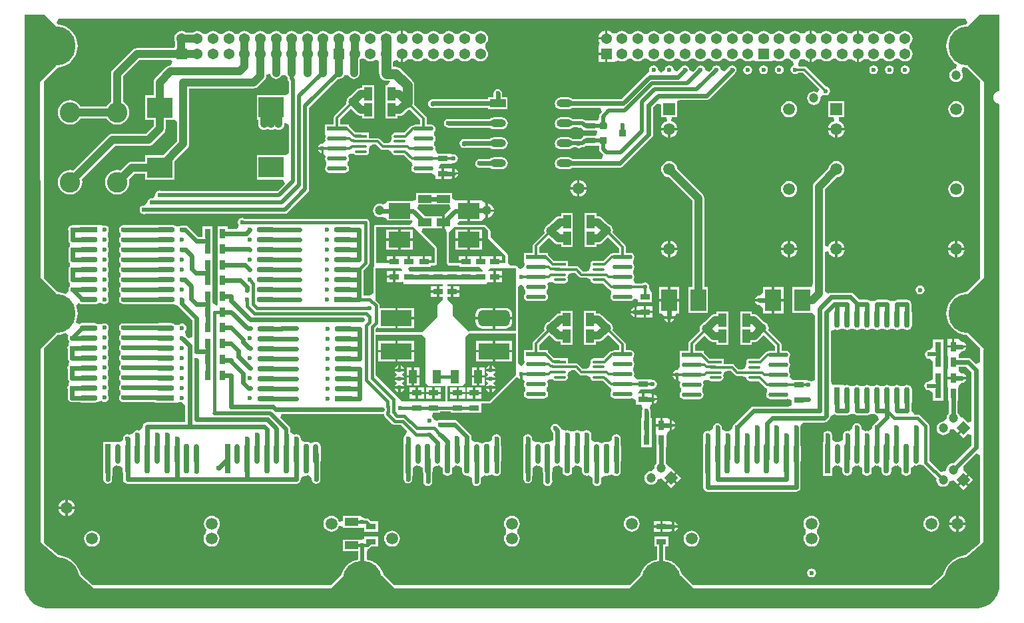
<source format=gtl>
G04*
G04 #@! TF.GenerationSoftware,Altium Limited,Altium Designer,20.1.11 (218)*
G04*
G04 Layer_Physical_Order=1*
G04 Layer_Color=5064179*
%FSAX42Y42*%
%MOMM*%
G71*
G04*
G04 #@! TF.SameCoordinates,D071A55E-5AEF-410E-9220-4307AC36CE94*
G04*
G04*
G04 #@! TF.FilePolarity,Positive*
G04*
G01*
G75*
%ADD12C,0.40*%
%ADD13C,0.50*%
%ADD56C,1.00*%
%ADD57C,0.60*%
%ADD58O,2.00X1.00*%
%ADD59R,2.00X1.00*%
%ADD60O,0.70X2.29*%
%ADD61R,0.70X2.29*%
%ADD62R,2.80X2.00*%
%ADD63R,1.70X1.00*%
%ADD64R,3.20X2.60*%
%ADD65R,1.30X0.80*%
%ADD66O,2.29X0.70*%
%ADD67R,2.29X0.70*%
%ADD68O,0.70X2.50*%
%ADD69O,0.70X3.80*%
%ADD70R,0.70X3.80*%
%ADD71R,1.00X1.70*%
%ADD72R,0.80X1.30*%
%ADD73O,2.54X0.56*%
%ADD74R,2.54X0.56*%
%ADD75R,1.50X0.38*%
%ADD76O,1.50X0.38*%
%ADD77R,2.00X2.80*%
G04:AMPARAMS|DCode=78|XSize=2mm|YSize=4mm|CornerRadius=0.5mm|HoleSize=0mm|Usage=FLASHONLY|Rotation=270.000|XOffset=0mm|YOffset=0mm|HoleType=Round|Shape=RoundedRectangle|*
%AMROUNDEDRECTD78*
21,1,2.00,3.00,0,0,270.0*
21,1,1.00,4.00,0,0,270.0*
1,1,1.00,-1.50,-0.50*
1,1,1.00,-1.50,0.50*
1,1,1.00,1.50,0.50*
1,1,1.00,1.50,-0.50*
%
%ADD78ROUNDEDRECTD78*%
%ADD79R,4.00X2.00*%
G04:AMPARAMS|DCode=80|XSize=0.9mm|YSize=0.95mm|CornerRadius=0.23mm|HoleSize=0mm|Usage=FLASHONLY|Rotation=270.000|XOffset=0mm|YOffset=0mm|HoleType=Round|Shape=RoundedRectangle|*
%AMROUNDEDRECTD80*
21,1,0.90,0.50,0,0,270.0*
21,1,0.45,0.95,0,0,270.0*
1,1,0.45,-0.25,-0.23*
1,1,0.45,-0.25,0.23*
1,1,0.45,0.25,0.23*
1,1,0.45,0.25,-0.23*
%
%ADD80ROUNDEDRECTD80*%
%ADD81R,0.95X0.90*%
%ADD82R,0.95X0.90*%
%ADD83C,0.30*%
%ADD84C,1.25*%
%ADD85C,1.37*%
%ADD86R,1.37X1.37*%
%ADD87C,1.50*%
%ADD88R,1.52X1.52*%
%ADD89C,1.52*%
%ADD90C,1.20*%
%ADD91P,1.70X4X270.0*%
%ADD92C,2.60*%
%ADD93C,5.00*%
%ADD94C,6.00*%
%ADD95C,1.50*%
%ADD96C,0.60*%
G36*
X014531Y009990D02*
X014514Y009967D01*
X014498Y009965D01*
X014456Y009955D01*
X014416Y009939D01*
X014379Y009916D01*
X014346Y009888D01*
X014318Y009855D01*
X014295Y009818D01*
X014279Y009778D01*
X014269Y009736D01*
X014265Y009693D01*
X014269Y009649D01*
X014279Y009607D01*
X014295Y009567D01*
X014318Y009530D01*
X014346Y009497D01*
X014379Y009469D01*
X014395Y009459D01*
X014390Y009410D01*
X014387Y009406D01*
X014368Y009403D01*
X014347Y009395D01*
X014329Y009381D01*
X014315Y009363D01*
X014307Y009342D01*
X014304Y009320D01*
X014307Y009298D01*
X014315Y009277D01*
X014329Y009259D01*
X014347Y009245D01*
X014368Y009237D01*
X014390Y009234D01*
X014412Y009237D01*
X014433Y009245D01*
X014451Y009259D01*
X014465Y009277D01*
X014473Y009298D01*
X014476Y009320D01*
X014473Y009342D01*
X014465Y009363D01*
X014452Y009379D01*
X014453Y009384D01*
X014475Y009425D01*
X014498Y009420D01*
X014526Y009418D01*
X014690Y009254D01*
Y006731D01*
X014526Y006567D01*
X014498Y006564D01*
X014456Y006554D01*
X014416Y006538D01*
X014379Y006515D01*
X014346Y006487D01*
X014318Y006454D01*
X014295Y006417D01*
X014279Y006377D01*
X014269Y006335D01*
X014265Y006292D01*
X014269Y006248D01*
X014279Y006206D01*
X014295Y006166D01*
X014318Y006129D01*
X014346Y006096D01*
X014379Y006068D01*
X014416Y006045D01*
X014456Y006029D01*
X014498Y006019D01*
X014526Y006017D01*
X014690Y005852D01*
Y005671D01*
X014640Y005650D01*
X014580Y005710D01*
X014562Y005722D01*
X014540Y005726D01*
X014540Y005726D01*
X014424D01*
X014420Y005775D01*
X014460Y005809D01*
X014483Y005813D01*
X014503Y005827D01*
X014517Y005847D01*
X014518Y005855D01*
X014460D01*
Y005885D01*
X014518D01*
X014517Y005893D01*
X014503Y005913D01*
X014483Y005927D01*
X014460Y005931D01*
X014420Y005965D01*
Y005965D01*
X014365D01*
Y005870D01*
X014350D01*
Y005855D01*
X014280D01*
Y005808D01*
X014280Y005775D01*
X014285Y005727D01*
Y005613D01*
X014280Y005565D01*
X014280Y005532D01*
Y005485D01*
X014350D01*
Y005455D01*
X014280D01*
Y005408D01*
X014280Y005375D01*
X014285Y005327D01*
Y005180D01*
X014297D01*
Y005137D01*
Y005021D01*
X014292Y005018D01*
X014278Y005000D01*
X014270Y004979D01*
X014267Y004959D01*
X014266Y004956D01*
X014266Y004954D01*
X014229Y004917D01*
X014227Y004917D01*
X014224Y004916D01*
X014204Y004913D01*
X014183Y004905D01*
X014165Y004891D01*
X014151Y004873D01*
X014143Y004852D01*
X014140Y004830D01*
X014143Y004808D01*
X014151Y004787D01*
X014165Y004769D01*
X014183Y004755D01*
X014204Y004747D01*
X014226Y004744D01*
X014248Y004747D01*
X014269Y004755D01*
X014287Y004769D01*
X014301Y004787D01*
X014309Y004808D01*
X014310Y004813D01*
X014361Y004821D01*
X014406Y004777D01*
X014469Y004841D01*
X014491Y004819D01*
X014427Y004756D01*
X014480Y004703D01*
X014537Y004760D01*
X014584Y004741D01*
Y004613D01*
X014356Y004385D01*
X014350Y004386D01*
X014328Y004383D01*
X014307Y004375D01*
X014289Y004361D01*
X014275Y004343D01*
X014267Y004322D01*
X014264Y004302D01*
X014263Y004299D01*
X014263Y004297D01*
X014245Y004280D01*
X014183Y004278D01*
X014046Y004415D01*
Y004860D01*
X014043Y004878D01*
X014033Y004893D01*
X014033Y004893D01*
X013933Y004993D01*
X013918Y005003D01*
X013900Y005006D01*
X013900Y005006D01*
X013856D01*
X013851Y005009D01*
X013818Y005052D01*
Y005134D01*
X013822Y005139D01*
X013827Y005163D01*
Y005321D01*
X013822Y005345D01*
X013809Y005365D01*
X013789Y005378D01*
X013765Y005383D01*
X013741Y005378D01*
X013721Y005365D01*
X013682D01*
X013662Y005378D01*
X013638Y005383D01*
X013614Y005378D01*
X013594Y005365D01*
X013555D01*
X013535Y005378D01*
X013511Y005383D01*
X013487Y005378D01*
X013467Y005365D01*
X013428D01*
X013408Y005378D01*
X013384Y005383D01*
X013360Y005378D01*
X013340Y005365D01*
X013301D01*
X013281Y005378D01*
X013257Y005383D01*
X013233Y005378D01*
X013213Y005365D01*
X013174D01*
X013154Y005378D01*
X013130Y005383D01*
X013106Y005378D01*
X013086Y005365D01*
X013047D01*
X013027Y005378D01*
X013003Y005383D01*
X012986Y005380D01*
X012936Y005382D01*
X012936Y005382D01*
X012846D01*
X012816Y005382D01*
X012796Y005424D01*
Y006066D01*
X012801Y006070D01*
X012846Y006088D01*
X012852Y006084D01*
X012876Y006079D01*
X012900Y006084D01*
X012920Y006097D01*
X012959D01*
X012979Y006084D01*
X013003Y006079D01*
X013027Y006084D01*
X013047Y006097D01*
X013086D01*
X013106Y006084D01*
X013130Y006079D01*
X013154Y006084D01*
X013174Y006097D01*
X013213D01*
X013233Y006084D01*
X013257Y006079D01*
X013281Y006084D01*
X013301Y006097D01*
X013340D01*
X013360Y006084D01*
X013384Y006079D01*
X013408Y006084D01*
X013428Y006097D01*
X013467D01*
X013487Y006084D01*
X013511Y006079D01*
X013535Y006084D01*
X013555Y006097D01*
X013594D01*
X013614Y006084D01*
X013638Y006079D01*
X013662Y006084D01*
X013682Y006097D01*
X013721D01*
X013741Y006084D01*
X013765Y006079D01*
X013789Y006084D01*
X013809Y006097D01*
X013822Y006117D01*
X013827Y006141D01*
Y006299D01*
X013822Y006323D01*
X013818Y006328D01*
Y006410D01*
X013814Y006432D01*
X013802Y006450D01*
X013784Y006462D01*
X013762Y006466D01*
X013642D01*
X013642Y006466D01*
X013620Y006462D01*
X013609Y006455D01*
X013577Y006450D01*
X013558Y006451D01*
X013530Y006462D01*
X013508Y006466D01*
X013508Y006466D01*
X013503Y006466D01*
X013388D01*
X013388Y006466D01*
X013366Y006462D01*
X013355Y006455D01*
X013323Y006450D01*
X013304Y006451D01*
X013276Y006462D01*
X013254Y006466D01*
X013254Y006466D01*
X013249Y006466D01*
X013157D01*
X013084Y006540D01*
X013066Y006552D01*
X013044Y006556D01*
X013044Y006556D01*
X012800D01*
X012800Y006556D01*
X012778Y006552D01*
X012766Y006544D01*
X012744Y006550D01*
X012716Y006567D01*
Y007070D01*
X012763Y007082D01*
X012773Y007056D01*
X012790Y007034D01*
X012812Y007017D01*
X012838Y007007D01*
X012851Y007005D01*
Y007110D01*
Y007215D01*
X012838Y007213D01*
X012812Y007203D01*
X012790Y007186D01*
X012773Y007164D01*
X012763Y007138D01*
X012716Y007150D01*
Y007868D01*
X012872Y008024D01*
X012893Y008027D01*
X012917Y008037D01*
X012938Y008054D01*
X012955Y008075D01*
X012965Y008099D01*
X012968Y008126D01*
X012965Y008153D01*
X012955Y008177D01*
X012938Y008198D01*
X012917Y008215D01*
X012893Y008225D01*
X012866Y008228D01*
X012839Y008225D01*
X012815Y008215D01*
X012794Y008198D01*
X012777Y008177D01*
X012767Y008153D01*
X012764Y008132D01*
X012586Y007954D01*
X012574Y007938D01*
X012567Y007920D01*
X012564Y007900D01*
Y006672D01*
X012555Y006625D01*
X012305D01*
Y006295D01*
X012544D01*
X012555Y006295D01*
X012594Y006266D01*
Y005450D01*
X012575Y005437D01*
X012544Y005428D01*
X012534Y005434D01*
X012527Y005435D01*
X012482Y005447D01*
Y005447D01*
X012306D01*
X012271Y005485D01*
X012274Y005490D01*
X012279Y005511D01*
X012274Y005531D01*
X012266Y005544D01*
X012263Y005551D01*
Y005597D01*
X012266Y005604D01*
X012274Y005617D01*
X012279Y005638D01*
X012274Y005658D01*
X012266Y005671D01*
X012263Y005678D01*
Y005724D01*
X012266Y005731D01*
X012274Y005744D01*
X012279Y005765D01*
X012274Y005785D01*
X012263Y005803D01*
X012245Y005815D01*
X012224Y005819D01*
X012166D01*
Y005895D01*
X012163Y005911D01*
X012154Y005924D01*
X012002Y006076D01*
X012003Y006078D01*
X012006Y006100D01*
X012003Y006122D01*
X011995Y006143D01*
X011981Y006161D01*
X011963Y006175D01*
X011946Y006182D01*
X011867Y006261D01*
X011851Y006273D01*
X011833Y006280D01*
X011813Y006283D01*
X011793D01*
Y006317D01*
X011642D01*
Y006212D01*
X011641Y006207D01*
X011642Y006202D01*
Y006097D01*
Y006006D01*
X011641Y006001D01*
X011642Y005996D01*
Y005891D01*
X011793D01*
Y005925D01*
X011821D01*
X011841Y005928D01*
X011859Y005935D01*
X011875Y005947D01*
X011945Y006017D01*
X012084Y005878D01*
Y005819D01*
X012026D01*
X012005Y005815D01*
X011992Y005806D01*
X011990D01*
X011974Y005803D01*
X011961Y005794D01*
X011881Y005714D01*
X011876Y005715D01*
X011764D01*
X011747Y005711D01*
X011732Y005702D01*
X011722Y005687D01*
X011719Y005670D01*
X011722Y005652D01*
X011723Y005651D01*
X011707Y005598D01*
X011673Y005581D01*
X011622D01*
X011569Y005634D01*
X011556Y005643D01*
X011540Y005646D01*
X011431D01*
Y005714D01*
X011334D01*
X011325Y005716D01*
X011257D01*
X011179Y005794D01*
X011178Y005795D01*
Y005818D01*
X011066D01*
Y005888D01*
X011191Y006013D01*
X011256Y005947D01*
X011272Y005935D01*
X011290Y005928D01*
X011310Y005925D01*
X011342D01*
Y005891D01*
X011493D01*
Y005996D01*
X011494Y006001D01*
X011493Y006006D01*
Y006097D01*
Y006202D01*
X011494Y006207D01*
X011493Y006212D01*
Y006317D01*
X011342D01*
Y006283D01*
X011327D01*
X011307Y006280D01*
X011289Y006273D01*
X011273Y006261D01*
X011190Y006177D01*
X011172Y006170D01*
X011155Y006156D01*
X011141Y006139D01*
X011132Y006118D01*
X011129Y006096D01*
X011132Y006073D01*
X011133Y006071D01*
X010996Y005934D01*
X010987Y005921D01*
X010984Y005905D01*
Y005818D01*
X010873D01*
Y005711D01*
X010873D01*
X010878Y005661D01*
X010876Y005658D01*
X010872Y005638D01*
X010876Y005617D01*
X010845Y005573D01*
X010842Y005574D01*
X010819Y005569D01*
X010799Y005556D01*
X010786Y005536D01*
X010784Y005528D01*
X010842D01*
Y005513D01*
X010857D01*
Y005444D01*
X010879Y005410D01*
X010876Y005404D01*
X010872Y005384D01*
X010876Y005363D01*
X010885Y005350D01*
X010888Y005343D01*
Y005297D01*
X010885Y005290D01*
X010876Y005277D01*
X010872Y005257D01*
X010876Y005236D01*
X010888Y005218D01*
X010905Y005206D01*
X010926Y005202D01*
X011124D01*
X011145Y005206D01*
X011163Y005218D01*
X011174Y005236D01*
X011179Y005257D01*
X011174Y005277D01*
X011166Y005290D01*
X011163Y005297D01*
Y005343D01*
X011166Y005350D01*
X011174Y005363D01*
X011179Y005384D01*
X011174Y005404D01*
X011169Y005413D01*
X011168Y005425D01*
X011168Y005425D01*
X011187Y005446D01*
X011242Y005443D01*
X011242Y005442D01*
X011257Y005433D01*
X011274Y005429D01*
X011386D01*
X011403Y005433D01*
X011418Y005442D01*
X011428Y005457D01*
X011431Y005475D01*
X011428Y005492D01*
X011428Y005492D01*
X011444Y005543D01*
X011482Y005563D01*
X011523D01*
X011576Y005510D01*
X011589Y005501D01*
X011605Y005498D01*
X011673D01*
X011719Y005475D01*
X011722Y005457D01*
X011732Y005442D01*
X011747Y005433D01*
X011764Y005429D01*
X011876D01*
X011877Y005429D01*
X011951Y005355D01*
X011964Y005346D01*
X011972Y005345D01*
X011983Y005322D01*
X011986Y005298D01*
X011985Y005290D01*
X011976Y005277D01*
X011972Y005257D01*
X011976Y005236D01*
X011988Y005218D01*
X012005Y005206D01*
X012026Y005202D01*
X012224D01*
X012245Y005206D01*
X012247Y005208D01*
X012295Y005187D01*
X012297Y005185D01*
X012297Y005122D01*
X012253Y005106D01*
X011813D01*
X011812Y005106D01*
X011791Y005102D01*
X011773Y005090D01*
X011773Y005090D01*
X011563Y004880D01*
X011550Y004862D01*
X011546Y004840D01*
X011546Y004840D01*
Y004823D01*
X011507Y004796D01*
X011496Y004793D01*
X011480Y004796D01*
X011458Y004792D01*
X011409Y004817D01*
Y004840D01*
X011405Y004862D01*
X011392Y004880D01*
X011374Y004892D01*
X011353Y004896D01*
X011331Y004892D01*
X011313Y004880D01*
X011300Y004862D01*
X011296Y004840D01*
Y004823D01*
X011257Y004796D01*
X011246Y004793D01*
X011230Y004796D01*
X011208Y004792D01*
X011190Y004780D01*
X011178Y004762D01*
X011174Y004740D01*
Y004656D01*
X011167D01*
Y004226D01*
X011174D01*
Y004080D01*
X011178Y004058D01*
X011190Y004040D01*
X011208Y004028D01*
X011230Y004024D01*
X012353D01*
X012374Y004028D01*
X012392Y004040D01*
X012405Y004058D01*
X012409Y004080D01*
Y004392D01*
X012409Y004392D01*
X012414Y004416D01*
Y004596D01*
X012409Y004620D01*
X012409Y004620D01*
Y004840D01*
X012406Y004854D01*
X012420Y004882D01*
X012437Y004904D01*
X012710D01*
X012710Y004904D01*
X012732Y004908D01*
X012750Y004920D01*
X012780Y004950D01*
X012780Y004950D01*
X012792Y004968D01*
X012796Y004987D01*
X012803Y004992D01*
X012813Y004999D01*
X012846Y005008D01*
X012858Y005000D01*
X012880Y004996D01*
X012880Y004996D01*
X012991D01*
X013000Y004996D01*
X013000Y004996D01*
X013022Y005000D01*
X013050Y005011D01*
X013069Y005012D01*
X013101Y005008D01*
X013112Y005000D01*
X013134Y004996D01*
X013134Y004996D01*
X013245D01*
X013254Y004996D01*
X013254Y004996D01*
X013276Y005000D01*
X013304Y005011D01*
X013323Y005012D01*
X013355Y005008D01*
X013366Y005000D01*
X013383Y004997D01*
X013392Y004983D01*
X013403Y004946D01*
X013338Y004880D01*
X013325Y004862D01*
X013321Y004840D01*
X013321Y004840D01*
Y004823D01*
X013282Y004796D01*
X013271Y004793D01*
X013255Y004796D01*
X013233Y004792D01*
X013184Y004817D01*
Y004840D01*
X013180Y004862D01*
X013167Y004880D01*
X013149Y004892D01*
X013127Y004896D01*
X013106Y004892D01*
X013088Y004880D01*
X013075Y004862D01*
X013071Y004840D01*
Y004823D01*
X013032Y004796D01*
X013021Y004793D01*
X013005Y004796D01*
X012983Y004792D01*
X012965Y004780D01*
X012953Y004762D01*
X012949Y004740D01*
Y004681D01*
X012902Y004653D01*
X012899Y004653D01*
X012877Y004658D01*
X012863Y004655D01*
X012859Y004655D01*
X012840Y004664D01*
X012811Y004685D01*
Y004740D01*
X012807Y004762D01*
X012795Y004780D01*
X012777Y004792D01*
X012755Y004796D01*
X012733Y004792D01*
X012715Y004780D01*
X012703Y004762D01*
X012699Y004740D01*
Y004656D01*
X012692D01*
Y004226D01*
X012813D01*
Y004326D01*
X012830Y004340D01*
X012863Y004357D01*
X012877Y004354D01*
X012891Y004357D01*
X012926Y004338D01*
X012941Y004326D01*
Y004286D01*
X012946Y004262D01*
X012959Y004242D01*
X012979Y004229D01*
X013002Y004224D01*
X013026Y004229D01*
X013046Y004242D01*
X013059Y004262D01*
X013064Y004286D01*
Y004326D01*
X013079Y004338D01*
X013114Y004357D01*
X013127Y004354D01*
X013141Y004357D01*
X013176Y004338D01*
X013191Y004326D01*
Y004286D01*
X013196Y004262D01*
X013209Y004242D01*
X013229Y004229D01*
X013252Y004224D01*
X013276Y004229D01*
X013296Y004242D01*
X013309Y004262D01*
X013314Y004286D01*
Y004326D01*
X013329Y004338D01*
X013364Y004357D01*
X013377Y004354D01*
X013391Y004357D01*
X013426Y004338D01*
X013441Y004326D01*
Y004286D01*
X013446Y004262D01*
X013459Y004242D01*
X013479Y004229D01*
X013502Y004224D01*
X013526Y004229D01*
X013546Y004242D01*
X013559Y004262D01*
X013564Y004286D01*
Y004326D01*
X013579Y004338D01*
X013614Y004357D01*
X013627Y004354D01*
X013641Y004357D01*
X013676Y004338D01*
X013691Y004326D01*
Y004286D01*
X013696Y004262D01*
X013709Y004242D01*
X013729Y004229D01*
X013752Y004224D01*
X013776Y004229D01*
X013796Y004242D01*
X013809Y004262D01*
X013814Y004286D01*
Y004326D01*
X013829Y004338D01*
X013864Y004357D01*
X013877Y004354D01*
X013901Y004359D01*
X013910Y004365D01*
X013929Y004370D01*
X013972Y004359D01*
X014139Y004191D01*
X014137Y004173D01*
X014140Y004151D01*
X014148Y004130D01*
X014162Y004112D01*
X014180Y004098D01*
X014201Y004090D01*
X014223Y004087D01*
X014245Y004090D01*
X014266Y004098D01*
X014284Y004112D01*
X014298Y004130D01*
X014306Y004151D01*
X014307Y004156D01*
X014358Y004164D01*
X014403Y004120D01*
X014466Y004184D01*
X014530Y004247D01*
X014489Y004288D01*
X014477Y004300D01*
X014479Y004349D01*
X014640Y004510D01*
X014690Y004489D01*
Y003372D01*
X014506Y003214D01*
X014490Y003213D01*
X014441Y003201D01*
X014393Y003181D01*
X014350Y003155D01*
X014311Y003121D01*
X014277Y003082D01*
X014251Y003039D01*
X014231Y002991D01*
X014227Y002974D01*
X014071Y002840D01*
X011037D01*
X010905Y002972D01*
X010903Y002973D01*
X010903Y002976D01*
X010886Y003016D01*
X010864Y003053D01*
X010835Y003086D01*
X010802Y003114D01*
X010765Y003137D01*
X010725Y003153D01*
X010691Y003161D01*
Y003325D01*
X010730D01*
Y003455D01*
X010550D01*
Y003325D01*
X010589D01*
Y003161D01*
X010555Y003153D01*
X010515Y003137D01*
X010478Y003114D01*
X010445Y003086D01*
X010417Y003053D01*
X010394Y003016D01*
X010377Y002976D01*
X010376Y002970D01*
X010246Y002840D01*
X007237D01*
X007105Y002972D01*
X007104Y002973D01*
X007103Y002976D01*
X007086Y003016D01*
X007064Y003053D01*
X007036Y003086D01*
X007003Y003114D01*
X006966Y003137D01*
X006926Y003153D01*
X006892Y003161D01*
Y003245D01*
X006900Y003294D01*
X006918Y003297D01*
X006933Y003307D01*
X006950Y003325D01*
X007040D01*
Y003455D01*
X006860D01*
Y003417D01*
X006810Y003415D01*
Y003415D01*
X006590D01*
Y003265D01*
X006789D01*
Y003161D01*
X006755Y003153D01*
X006715Y003137D01*
X006678Y003114D01*
X006645Y003086D01*
X006617Y003053D01*
X006594Y003016D01*
X006577Y002976D01*
X006576Y002970D01*
X006446Y002840D01*
X003410D01*
X003257Y002972D01*
X003252Y002991D01*
X003232Y003039D01*
X003205Y003082D01*
X003172Y003121D01*
X003133Y003155D01*
X003090Y003181D01*
X003042Y003201D01*
X002992Y003213D01*
X002974Y003214D01*
X002790Y003372D01*
Y005850D01*
X002957Y006017D01*
X002985Y006019D01*
X003027Y006029D01*
X003067Y006045D01*
X003098Y006006D01*
X003095Y006002D01*
X003091Y005980D01*
X003095Y005958D01*
X003102Y005948D01*
X003107Y005938D01*
X003105Y005894D01*
X003100Y005886D01*
X003093Y005875D01*
X003089Y005853D01*
X003091Y005843D01*
Y005726D01*
X003095Y005704D01*
X003102Y005694D01*
X003107Y005684D01*
X003105Y005640D01*
X003100Y005632D01*
X003093Y005621D01*
X003089Y005599D01*
X003091Y005589D01*
Y005472D01*
X003095Y005450D01*
X003102Y005440D01*
X003107Y005430D01*
X003105Y005386D01*
X003100Y005378D01*
X003093Y005367D01*
X003089Y005345D01*
X003091Y005335D01*
Y005218D01*
X003095Y005196D01*
X003107Y005178D01*
X003126Y005166D01*
X003147Y005162D01*
X003249D01*
X003249Y005161D01*
X003273Y005156D01*
X003431D01*
X003455Y005161D01*
X003466Y005168D01*
X003502Y005176D01*
X003519Y005178D01*
X003531Y005171D01*
X003536Y005168D01*
X003558Y005164D01*
X003580Y005168D01*
X003598Y005180D01*
X003610Y005198D01*
X003614Y005220D01*
X003610Y005242D01*
X003603Y005252D01*
X003598Y005262D01*
Y005305D01*
X003603Y005315D01*
X003610Y005325D01*
X003614Y005347D01*
X003610Y005369D01*
X003603Y005379D01*
X003598Y005389D01*
Y005432D01*
X003603Y005442D01*
X003610Y005452D01*
X003614Y005474D01*
X003610Y005496D01*
X003603Y005506D01*
X003598Y005516D01*
Y005559D01*
X003603Y005569D01*
X003610Y005579D01*
X003614Y005601D01*
X003610Y005623D01*
X003603Y005633D01*
X003598Y005643D01*
Y005686D01*
X003603Y005696D01*
X003610Y005706D01*
X003614Y005728D01*
X003610Y005750D01*
X003603Y005760D01*
X003598Y005770D01*
Y005813D01*
X003603Y005823D01*
X003610Y005833D01*
X003614Y005855D01*
X003610Y005877D01*
X003603Y005887D01*
X003598Y005897D01*
Y005940D01*
X003603Y005950D01*
X003610Y005960D01*
X003614Y005982D01*
X003610Y006004D01*
X003603Y006014D01*
X003598Y006024D01*
Y006067D01*
X003603Y006077D01*
X003610Y006087D01*
X003614Y006109D01*
X003610Y006131D01*
X003598Y006149D01*
X003580Y006161D01*
X003558Y006165D01*
X003536Y006161D01*
X003530Y006157D01*
X003522Y006152D01*
X003503Y006151D01*
X003464Y006158D01*
X003455Y006164D01*
X003431Y006169D01*
X003273D01*
X003249Y006164D01*
X003237Y006156D01*
X003205Y006173D01*
X003194Y006183D01*
X003204Y006206D01*
X003214Y006248D01*
X003218Y006292D01*
X003214Y006335D01*
X003204Y006377D01*
X003197Y006395D01*
X003235Y006422D01*
X003239Y006423D01*
X003257Y006411D01*
X003281Y006406D01*
X003439D01*
X003463Y006411D01*
X003467Y006414D01*
X003499Y006423D01*
X003531Y006419D01*
X003536Y006416D01*
X003558Y006412D01*
X003580Y006416D01*
X003598Y006428D01*
X003610Y006446D01*
X003614Y006468D01*
X003610Y006490D01*
X003603Y006500D01*
X003598Y006510D01*
Y006553D01*
X003603Y006563D01*
X003610Y006573D01*
X003614Y006595D01*
X003610Y006617D01*
X003603Y006627D01*
X003598Y006637D01*
Y006680D01*
X003603Y006690D01*
X003610Y006700D01*
X003614Y006722D01*
X003610Y006744D01*
X003603Y006754D01*
X003598Y006764D01*
Y006807D01*
X003603Y006817D01*
X003610Y006827D01*
X003614Y006849D01*
X003610Y006871D01*
X003603Y006881D01*
X003598Y006891D01*
Y006934D01*
X003603Y006944D01*
X003610Y006954D01*
X003614Y006976D01*
X003610Y006998D01*
X003603Y007008D01*
X003598Y007018D01*
Y007061D01*
X003603Y007071D01*
X003610Y007081D01*
X003614Y007103D01*
X003610Y007125D01*
X003603Y007135D01*
X003598Y007145D01*
Y007188D01*
X003603Y007198D01*
X003610Y007208D01*
X003614Y007230D01*
X003610Y007252D01*
X003603Y007262D01*
X003598Y007272D01*
Y007315D01*
X003603Y007325D01*
X003610Y007335D01*
X003614Y007357D01*
X003610Y007379D01*
X003598Y007397D01*
X003580Y007409D01*
X003558Y007413D01*
X003550Y007412D01*
X003500Y007417D01*
X003471Y007417D01*
X003220D01*
Y007413D01*
X003153D01*
X003153Y007413D01*
X003131Y007409D01*
X003113Y007397D01*
X003101Y007379D01*
X003097Y007357D01*
X003099Y007347D01*
Y007230D01*
X003103Y007208D01*
X003110Y007198D01*
X003115Y007188D01*
Y007145D01*
X003110Y007135D01*
X003103Y007125D01*
X003099Y007103D01*
Y006976D01*
X003103Y006954D01*
X003110Y006944D01*
X003115Y006934D01*
Y006891D01*
X003110Y006881D01*
X003103Y006871D01*
X003099Y006849D01*
Y006722D01*
X003103Y006700D01*
X003112Y006686D01*
X003115Y006681D01*
X003116Y006633D01*
X003113Y006627D01*
X003104Y006613D01*
X003100Y006591D01*
X003103Y006574D01*
X003091Y006559D01*
X003070Y006541D01*
X003065Y006539D01*
X003027Y006554D01*
X002985Y006564D01*
X002957Y006567D01*
X002790Y006734D01*
Y009246D01*
X002960Y009415D01*
X002960Y009415D01*
X002960Y009415D01*
X002962Y009418D01*
X002985Y009420D01*
X003027Y009430D01*
X003067Y009446D01*
X003104Y009469D01*
X003137Y009497D01*
X003165Y009530D01*
X003187Y009567D01*
X003204Y009607D01*
X003214Y009649D01*
X003218Y009693D01*
X003214Y009736D01*
X003204Y009778D01*
X003187Y009818D01*
X003165Y009855D01*
X003137Y009888D01*
X003104Y009916D01*
X003067Y009939D01*
X003027Y009955D01*
X002985Y009965D01*
X002969Y009967D01*
X002952Y009990D01*
X002977Y010040D01*
X014506D01*
X014531Y009990D01*
D02*
G37*
G36*
X014584Y005547D02*
Y004919D01*
X014537Y004900D01*
X014488Y004949D01*
X014480Y004957D01*
X014436Y004979D01*
X014428Y005000D01*
X014414Y005018D01*
X014409Y005021D01*
Y005137D01*
Y005180D01*
X014415D01*
Y005327D01*
X014420Y005375D01*
X014460Y005409D01*
X014483Y005413D01*
X014503Y005427D01*
X014517Y005447D01*
X014518Y005455D01*
X014460D01*
Y005485D01*
X014518D01*
X014517Y005493D01*
X014503Y005513D01*
X014483Y005527D01*
X014460Y005531D01*
X014420Y005565D01*
X014424Y005614D01*
X014517D01*
X014584Y005547D01*
D02*
G37*
G36*
X014940Y009133D02*
X014940Y009129D01*
X014932Y009120D01*
X014927Y009119D01*
X014917Y009117D01*
X014902Y009111D01*
X014889Y009102D01*
X014878Y009091D01*
X014869Y009078D01*
X014863Y009063D01*
X014860Y009048D01*
Y009040D01*
X014860Y009032D01*
X014863Y009017D01*
X014869Y009002D01*
X014878Y008989D01*
X014889Y008978D01*
X014902Y008969D01*
X014917Y008963D01*
X014932Y008960D01*
X014940Y008951D01*
X014940Y008947D01*
Y002841D01*
X014940Y002841D01*
X014940Y002822D01*
X014935Y002783D01*
X014925Y002745D01*
X014910Y002709D01*
X014890Y002675D01*
X014867Y002644D01*
X014839Y002616D01*
X014808Y002592D01*
X014774Y002573D01*
X014738Y002558D01*
X014700Y002548D01*
X014661Y002542D01*
X014642D01*
X002840Y002542D01*
X002840Y002542D01*
X002820Y002542D01*
X002781Y002548D01*
X002743Y002558D01*
X002707Y002573D01*
X002673Y002593D01*
X002642Y002616D01*
X002614Y002644D01*
X002590Y002675D01*
X002570Y002709D01*
X002555Y002746D01*
X002545Y002784D01*
X002540Y002823D01*
X002540Y002842D01*
X002540Y010091D01*
X002797D01*
X002941Y009947D01*
X002941Y009434D01*
X002741Y009233D01*
X002743Y006744D01*
X002941Y006546D01*
X002941Y006038D01*
X002743Y005839D01*
Y003378D01*
X003426Y002791D01*
X006434D01*
X006596Y002954D01*
X006789D01*
Y002891D01*
X006793Y002871D01*
X006804Y002854D01*
X006821Y002843D01*
X006840Y002839D01*
X006860Y002843D01*
X006877Y002854D01*
X006888Y002871D01*
X006892Y002891D01*
Y002954D01*
X007087D01*
X007249Y002791D01*
X010234D01*
X010396Y002954D01*
X010589D01*
Y002891D01*
X010593Y002871D01*
X010604Y002854D01*
X010604Y002854D01*
X010620Y002843D01*
X010640Y002839D01*
X010660Y002843D01*
X010676Y002854D01*
X010688Y002871D01*
X010691Y002891D01*
X010691Y002891D01*
Y002954D01*
X010886D01*
X011049Y002791D01*
X014054D01*
X014737Y003378D01*
Y005837D01*
X014740Y005839D01*
X014541Y006038D01*
Y006545D01*
X014742Y006746D01*
Y009238D01*
X014541Y009439D01*
Y009946D01*
X014686Y010091D01*
X014940D01*
Y009133D01*
D02*
G37*
%LPC*%
G36*
X009925Y009887D02*
X009914Y009886D01*
X009890Y009876D01*
X009870Y009860D01*
X009854Y009840D01*
X009844Y009816D01*
X009843Y009805D01*
X009925D01*
Y009887D01*
D02*
G37*
G36*
X007355D02*
Y009790D01*
X007325D01*
Y009887D01*
X007314Y009886D01*
X007290Y009876D01*
X007270Y009860D01*
X007267Y009857D01*
X007261Y009855D01*
X007216Y009854D01*
X007207Y009857D01*
X007187Y009872D01*
X007165Y009882D01*
X007140Y009885D01*
X007115Y009882D01*
X007093Y009872D01*
X007073Y009857D01*
X007070Y009853D01*
X007058Y009849D01*
X007022D01*
X007010Y009853D01*
X007007Y009857D01*
X006987Y009872D01*
X006965Y009882D01*
X006940Y009885D01*
X006915Y009882D01*
X006893Y009872D01*
X006873Y009857D01*
X006870Y009853D01*
X006858Y009849D01*
X006822D01*
X006810Y009853D01*
X006807Y009857D01*
X006787Y009872D01*
X006765Y009882D01*
X006740Y009885D01*
X006715Y009882D01*
X006693Y009872D01*
X006673Y009857D01*
X006670Y009853D01*
X006658Y009849D01*
X006622D01*
X006610Y009853D01*
X006607Y009857D01*
X006587Y009872D01*
X006565Y009882D01*
X006540Y009885D01*
X006515Y009882D01*
X006493Y009872D01*
X006473Y009857D01*
X006470Y009853D01*
X006458Y009849D01*
X006422D01*
X006410Y009853D01*
X006407Y009857D01*
X006387Y009872D01*
X006365Y009882D01*
X006340Y009885D01*
X006315Y009882D01*
X006293Y009872D01*
X006273Y009857D01*
X006270Y009853D01*
X006258Y009849D01*
X006222D01*
X006210Y009853D01*
X006207Y009857D01*
X006187Y009872D01*
X006165Y009882D01*
X006140Y009885D01*
X006115Y009882D01*
X006093Y009872D01*
X006073Y009857D01*
X006070Y009853D01*
X006058Y009849D01*
X006022D01*
X006010Y009853D01*
X006007Y009857D01*
X005987Y009872D01*
X005965Y009882D01*
X005940Y009885D01*
X005915Y009882D01*
X005893Y009872D01*
X005873Y009857D01*
X005870Y009853D01*
X005858Y009849D01*
X005822D01*
X005810Y009853D01*
X005807Y009857D01*
X005787Y009872D01*
X005765Y009882D01*
X005740Y009885D01*
X005715Y009882D01*
X005693Y009872D01*
X005673Y009857D01*
X005670Y009853D01*
X005658Y009849D01*
X005622D01*
X005610Y009853D01*
X005607Y009857D01*
X005587Y009872D01*
X005565Y009882D01*
X005540Y009885D01*
X005515Y009882D01*
X005493Y009872D01*
X005473Y009857D01*
X005470Y009853D01*
X005458Y009849D01*
X005422D01*
X005410Y009853D01*
X005407Y009857D01*
X005387Y009872D01*
X005365Y009882D01*
X005340Y009885D01*
X005315Y009882D01*
X005293Y009872D01*
X005273Y009857D01*
X005270Y009853D01*
X005258Y009849D01*
X005222D01*
X005210Y009853D01*
X005207Y009857D01*
X005187Y009872D01*
X005165Y009882D01*
X005140Y009885D01*
X005115Y009882D01*
X005093Y009872D01*
X005073Y009857D01*
X005070Y009853D01*
X005058Y009849D01*
X005022D01*
X005010Y009853D01*
X005007Y009857D01*
X004987Y009872D01*
X004965Y009882D01*
X004940Y009885D01*
X004915Y009882D01*
X004893Y009872D01*
X004873Y009857D01*
X004870Y009853D01*
X004858Y009849D01*
X004822D01*
X004810Y009853D01*
X004807Y009857D01*
X004787Y009872D01*
X004765Y009882D01*
X004740Y009885D01*
X004715Y009882D01*
X004693Y009872D01*
X004685Y009866D01*
X004595D01*
X004587Y009872D01*
X004565Y009882D01*
X004540Y009885D01*
X004515Y009882D01*
X004493Y009872D01*
X004473Y009857D01*
X004458Y009837D01*
X004448Y009815D01*
X004445Y009790D01*
X004448Y009765D01*
X004454Y009752D01*
Y009684D01*
X004446D01*
Y009666D01*
X003970D01*
X003950Y009663D01*
X003932Y009656D01*
X003916Y009644D01*
X003666Y009394D01*
X003654Y009378D01*
X003647Y009360D01*
X003644Y009340D01*
Y008986D01*
X003633Y008980D01*
X003610Y008960D01*
X003590Y008937D01*
X003584Y008925D01*
X003256D01*
X003250Y008936D01*
X003230Y008959D01*
X003207Y008979D01*
X003180Y008993D01*
X003150Y009002D01*
X003120Y009005D01*
X003090Y009002D01*
X003060Y008993D01*
X003033Y008979D01*
X003010Y008959D01*
X002990Y008936D01*
X002976Y008909D01*
X002967Y008879D01*
X002964Y008849D01*
X002967Y008819D01*
X002976Y008789D01*
X002990Y008762D01*
X003010Y008739D01*
X003033Y008719D01*
X003060Y008705D01*
X003090Y008696D01*
X003120Y008693D01*
X003150Y008696D01*
X003180Y008705D01*
X003207Y008719D01*
X003230Y008739D01*
X003250Y008762D01*
X003256Y008773D01*
X003585D01*
X003590Y008763D01*
X003610Y008740D01*
X003633Y008720D01*
X003660Y008706D01*
X003690Y008697D01*
X003720Y008694D01*
X003750Y008697D01*
X003780Y008706D01*
X003807Y008720D01*
X003830Y008740D01*
X003850Y008763D01*
X003864Y008790D01*
X003873Y008820D01*
X003876Y008850D01*
X003873Y008880D01*
X003864Y008910D01*
X003850Y008937D01*
X003830Y008960D01*
X003807Y008980D01*
X003796Y008986D01*
Y009308D01*
X004002Y009514D01*
X004403D01*
X004403Y009514D01*
X004419Y009496D01*
X004404Y009456D01*
X004396Y009446D01*
X004380Y009443D01*
X004362Y009436D01*
X004346Y009424D01*
X004206Y009284D01*
X004194Y009268D01*
X004187Y009250D01*
X004184Y009230D01*
Y009065D01*
X004075D01*
Y008755D01*
X004184D01*
Y008672D01*
X004088Y008576D01*
X003660D01*
X003640Y008573D01*
X003622Y008566D01*
X003606Y008554D01*
X003162Y008110D01*
X003150Y008113D01*
X003120Y008116D01*
X003090Y008113D01*
X003060Y008104D01*
X003033Y008090D01*
X003010Y008070D01*
X002990Y008047D01*
X002976Y008020D01*
X002967Y007990D01*
X002964Y007960D01*
X002967Y007930D01*
X002976Y007900D01*
X002990Y007873D01*
X003010Y007850D01*
X003033Y007830D01*
X003060Y007816D01*
X003090Y007807D01*
X003120Y007804D01*
X003150Y007807D01*
X003180Y007816D01*
X003207Y007830D01*
X003230Y007850D01*
X003250Y007873D01*
X003264Y007900D01*
X003273Y007930D01*
X003276Y007960D01*
X003273Y007990D01*
X003270Y008002D01*
X003692Y008424D01*
X004120D01*
X004140Y008427D01*
X004158Y008434D01*
X004174Y008446D01*
X004314Y008586D01*
X004326Y008602D01*
X004329Y008610D01*
X004333Y008620D01*
X004336Y008640D01*
Y008755D01*
X004445D01*
X004484Y008727D01*
Y008480D01*
X004308Y008303D01*
X004075D01*
Y008224D01*
X003907D01*
X003887Y008221D01*
X003877Y008217D01*
X003869Y008214D01*
X003853Y008202D01*
X003762Y008111D01*
X003750Y008114D01*
X003720Y008117D01*
X003690Y008114D01*
X003660Y008105D01*
X003633Y008091D01*
X003610Y008071D01*
X003590Y008048D01*
X003576Y008021D01*
X003567Y007991D01*
X003564Y007961D01*
X003567Y007931D01*
X003576Y007901D01*
X003590Y007874D01*
X003610Y007851D01*
X003633Y007831D01*
X003660Y007817D01*
X003690Y007808D01*
X003720Y007805D01*
X003750Y007808D01*
X003780Y007817D01*
X003807Y007831D01*
X003830Y007851D01*
X003850Y007874D01*
X003864Y007901D01*
X003873Y007931D01*
X003876Y007961D01*
X003873Y007991D01*
X003870Y008003D01*
X003939Y008072D01*
X004075D01*
Y007993D01*
X004445D01*
Y008226D01*
X004614Y008394D01*
X004626Y008410D01*
X004633Y008428D01*
X004636Y008448D01*
Y009154D01*
X005455D01*
X005475Y009157D01*
X005493Y009164D01*
X005509Y009176D01*
X005594Y009261D01*
X005606Y009277D01*
X005613Y009295D01*
X005616Y009315D01*
Y009331D01*
X005666Y009334D01*
X005667Y009330D01*
X005674Y009312D01*
X005686Y009296D01*
X005702Y009284D01*
X005720Y009277D01*
X005740Y009274D01*
X005760Y009277D01*
X005778Y009284D01*
X005794Y009296D01*
X005806Y009312D01*
X005809Y009319D01*
X005853Y009323D01*
X005861Y009321D01*
X005886Y009290D01*
Y009282D01*
X005890Y009263D01*
X005901Y009246D01*
X005906Y009241D01*
Y009090D01*
X005865Y009067D01*
X005856Y009067D01*
X005495D01*
Y008757D01*
X005514D01*
Y008700D01*
X005517Y008680D01*
X005524Y008662D01*
X005536Y008646D01*
X005552Y008634D01*
X005570Y008627D01*
X005590Y008624D01*
X005610Y008627D01*
X005628Y008634D01*
X005635Y008639D01*
X005642Y008634D01*
X005660Y008627D01*
X005680Y008624D01*
X005700Y008627D01*
X005718Y008634D01*
X005725Y008639D01*
X005732Y008634D01*
X005750Y008627D01*
X005770Y008624D01*
X005790Y008627D01*
X005808Y008634D01*
X005824Y008646D01*
X005836Y008662D01*
X005843Y008680D01*
X005846Y008700D01*
Y008710D01*
X005856Y008716D01*
X005906Y008688D01*
Y008328D01*
X005865Y008305D01*
X005856Y008305D01*
X005495D01*
Y007995D01*
X005831D01*
X005852Y007945D01*
X005759Y007851D01*
X004283D01*
X004282Y007852D01*
X004260Y007856D01*
X004238Y007852D01*
X004220Y007840D01*
X004208Y007822D01*
X004204Y007800D01*
X004196Y007783D01*
X004172Y007759D01*
X004165Y007755D01*
X004160Y007756D01*
X004138Y007752D01*
X004120Y007740D01*
X004108Y007722D01*
X004104Y007705D01*
X004101Y007698D01*
X004060Y007666D01*
X004060Y007666D01*
X004038Y007662D01*
X004020Y007650D01*
X004008Y007632D01*
X004004Y007610D01*
X004008Y007588D01*
X004020Y007570D01*
X004038Y007558D01*
X004060Y007554D01*
X004082Y007558D01*
X004083Y007559D01*
X005850D01*
X005870Y007563D01*
X005886Y007574D01*
X006147Y007834D01*
X006158Y007851D01*
X006162Y007871D01*
Y008910D01*
X006528Y009276D01*
X006540Y009274D01*
X006560Y009277D01*
X006578Y009284D01*
X006594Y009296D01*
X006606Y009312D01*
X006609Y009320D01*
X006622Y009323D01*
X006648D01*
X006661Y009320D01*
X006664Y009312D01*
X006676Y009296D01*
X006692Y009284D01*
X006710Y009277D01*
X006730Y009274D01*
X006750Y009277D01*
X006768Y009284D01*
X006784Y009296D01*
X006796Y009312D01*
X006803Y009330D01*
X006806Y009350D01*
Y009522D01*
X006807Y009523D01*
X006810Y009527D01*
X006822Y009531D01*
X006858D01*
X006870Y009527D01*
X006873Y009523D01*
X006893Y009508D01*
X006915Y009498D01*
X006940Y009495D01*
X006965Y009498D01*
X006987Y009508D01*
X007001Y009519D01*
X007024Y009513D01*
X007051Y009499D01*
Y009350D01*
X007054Y009327D01*
X007063Y009306D01*
X007065Y009303D01*
X007068Y009296D01*
X007082Y009277D01*
X007101Y009263D01*
X007122Y009254D01*
X007145Y009251D01*
X007184D01*
X007188Y009246D01*
X007161Y009196D01*
X007135D01*
Y009087D01*
X007134Y009082D01*
X007135Y009077D01*
Y008975D01*
Y008882D01*
X007134Y008877D01*
X007135Y008872D01*
Y008770D01*
X007285D01*
Y008801D01*
X007311D01*
X007331Y008803D01*
X007349Y008811D01*
X007365Y008823D01*
X007432Y008890D01*
X007433Y008890D01*
X007436Y008891D01*
X007574Y008753D01*
Y008694D01*
X007516D01*
X007495Y008690D01*
X007482Y008681D01*
X007480D01*
X007464Y008678D01*
X007451Y008669D01*
X007371Y008589D01*
X007366Y008590D01*
X007254D01*
X007237Y008587D01*
X007222Y008577D01*
X007212Y008562D01*
X007209Y008545D01*
X007212Y008528D01*
X007213Y008527D01*
X007197Y008474D01*
X007162Y008456D01*
X007112D01*
X007059Y008509D01*
X007046Y008518D01*
X007030Y008521D01*
X006920D01*
Y008589D01*
X006824D01*
X006815Y008591D01*
X006747D01*
X006669Y008669D01*
X006667Y008670D01*
Y008693D01*
X006556D01*
Y008764D01*
X006691Y008898D01*
X006766Y008823D01*
X006782Y008811D01*
X006800Y008803D01*
X006820Y008801D01*
X006835D01*
Y008770D01*
X006985D01*
Y008975D01*
Y009196D01*
X006835D01*
Y009158D01*
X006817D01*
X006797Y009156D01*
X006779Y009148D01*
X006763Y009136D01*
X006685Y009058D01*
X006677Y009055D01*
X006659Y009041D01*
X006645Y009023D01*
X006637Y009002D01*
X006634Y008980D01*
X006636Y008960D01*
X006486Y008810D01*
X006477Y008796D01*
X006474Y008781D01*
Y008693D01*
X006363D01*
Y008587D01*
X006363D01*
X006368Y008537D01*
X006366Y008534D01*
X006362Y008513D01*
X006366Y008492D01*
X006335Y008449D01*
X006332Y008449D01*
X006309Y008445D01*
X006289Y008431D01*
X006275Y008411D01*
X006274Y008403D01*
X006332D01*
Y008388D01*
X006347D01*
Y008319D01*
X006369Y008285D01*
X006366Y008280D01*
X006362Y008259D01*
X006366Y008238D01*
X006374Y008225D01*
X006377Y008219D01*
Y008172D01*
X006374Y008166D01*
X006366Y008153D01*
X006362Y008132D01*
X006366Y008111D01*
X006377Y008094D01*
X006395Y008082D01*
X006416Y008078D01*
X006614D01*
X006635Y008082D01*
X006653Y008094D01*
X006664Y008111D01*
X006668Y008132D01*
X006664Y008153D01*
X006656Y008166D01*
X006653Y008172D01*
Y008219D01*
X006656Y008225D01*
X006664Y008238D01*
X006668Y008259D01*
X006664Y008280D01*
X006658Y008289D01*
X006658Y008301D01*
X006658Y008301D01*
X006677Y008321D01*
X006732Y008318D01*
X006732Y008318D01*
X006747Y008308D01*
X006764Y008305D01*
X006876D01*
X006893Y008308D01*
X006908Y008318D01*
X006918Y008333D01*
X006921Y008350D01*
X006918Y008367D01*
X006917Y008368D01*
X006933Y008419D01*
X006972Y008439D01*
X007013D01*
X007066Y008386D01*
X007079Y008377D01*
X007095Y008374D01*
X007162D01*
X007209Y008350D01*
X007212Y008333D01*
X007222Y008318D01*
X007237Y008308D01*
X007254Y008305D01*
X007366D01*
X007367Y008305D01*
X007441Y008231D01*
X007454Y008222D01*
X007462Y008220D01*
X007473Y008197D01*
X007476Y008173D01*
X007474Y008166D01*
X007466Y008153D01*
X007462Y008132D01*
X007466Y008111D01*
X007477Y008094D01*
X007495Y008082D01*
X007516Y008078D01*
X007714D01*
X007715Y008078D01*
X007758Y008050D01*
X007765Y008042D01*
Y008000D01*
X007845D01*
Y008070D01*
Y008140D01*
X007819D01*
X007813Y008145D01*
X007813Y008148D01*
X007829Y008183D01*
X007844Y008195D01*
X007950D01*
X007950Y008195D01*
X007998Y008204D01*
X008020Y008208D01*
X008038Y008220D01*
X008050Y008238D01*
X008054Y008260D01*
X008050Y008282D01*
X008038Y008300D01*
X008020Y008312D01*
X007998Y008316D01*
X007950Y008325D01*
Y008325D01*
X007798D01*
X007784Y008342D01*
X007766Y008374D01*
X007768Y008386D01*
X007764Y008407D01*
X007756Y008420D01*
X007753Y008426D01*
Y008473D01*
X007756Y008479D01*
X007764Y008492D01*
X007768Y008513D01*
X007764Y008534D01*
X007756Y008547D01*
X007753Y008553D01*
Y008600D01*
X007756Y008606D01*
X007764Y008619D01*
X007768Y008640D01*
X007764Y008661D01*
X007753Y008678D01*
X007735Y008690D01*
X007714Y008694D01*
X007656D01*
Y008770D01*
X007653Y008786D01*
X007644Y008799D01*
X007494Y008949D01*
X007495Y008953D01*
X007498Y008975D01*
Y009193D01*
X007495Y009216D01*
X007487Y009237D01*
X007473Y009255D01*
X007325Y009403D01*
X007307Y009417D01*
X007285Y009426D01*
X007262Y009429D01*
X007229D01*
Y009491D01*
X007247Y009504D01*
X007279Y009513D01*
X007290Y009504D01*
X007314Y009494D01*
X007325Y009493D01*
Y009590D01*
X007355D01*
Y009493D01*
X007366Y009494D01*
X007390Y009504D01*
X007410Y009520D01*
X007413Y009523D01*
X007419Y009525D01*
X007464Y009526D01*
X007473Y009523D01*
X007493Y009508D01*
X007515Y009498D01*
X007540Y009495D01*
X007565Y009498D01*
X007587Y009508D01*
X007607Y009523D01*
X007610Y009527D01*
X007622Y009531D01*
X007658D01*
X007670Y009527D01*
X007673Y009523D01*
X007693Y009508D01*
X007715Y009498D01*
X007740Y009495D01*
X007765Y009498D01*
X007787Y009508D01*
X007807Y009523D01*
X007810Y009527D01*
X007822Y009531D01*
X007858D01*
X007870Y009527D01*
X007873Y009523D01*
X007893Y009508D01*
X007915Y009498D01*
X007940Y009495D01*
X007965Y009498D01*
X007987Y009508D01*
X008007Y009523D01*
X008010Y009527D01*
X008022Y009531D01*
X008058D01*
X008070Y009527D01*
X008073Y009523D01*
X008093Y009508D01*
X008115Y009498D01*
X008140Y009495D01*
X008165Y009498D01*
X008187Y009508D01*
X008207Y009523D01*
X008210Y009527D01*
X008222Y009531D01*
X008258D01*
X008270Y009527D01*
X008273Y009523D01*
X008293Y009508D01*
X008315Y009498D01*
X008340Y009495D01*
X008365Y009498D01*
X008387Y009508D01*
X008407Y009523D01*
X008422Y009543D01*
X008432Y009565D01*
X008435Y009590D01*
X008432Y009615D01*
X008422Y009637D01*
X008407Y009657D01*
X008403Y009660D01*
X008399Y009672D01*
Y009708D01*
X008403Y009720D01*
X008407Y009723D01*
X008422Y009743D01*
X008432Y009765D01*
X008435Y009790D01*
X008432Y009815D01*
X008422Y009837D01*
X008407Y009857D01*
X008387Y009872D01*
X008365Y009882D01*
X008340Y009885D01*
X008315Y009882D01*
X008293Y009872D01*
X008273Y009857D01*
X008270Y009853D01*
X008258Y009849D01*
X008222D01*
X008210Y009853D01*
X008207Y009857D01*
X008187Y009872D01*
X008165Y009882D01*
X008140Y009885D01*
X008115Y009882D01*
X008093Y009872D01*
X008073Y009857D01*
X008070Y009853D01*
X008058Y009849D01*
X008022D01*
X008010Y009853D01*
X008007Y009857D01*
X007987Y009872D01*
X007965Y009882D01*
X007940Y009885D01*
X007915Y009882D01*
X007893Y009872D01*
X007873Y009857D01*
X007870Y009853D01*
X007858Y009849D01*
X007822D01*
X007810Y009853D01*
X007807Y009857D01*
X007787Y009872D01*
X007765Y009882D01*
X007740Y009885D01*
X007715Y009882D01*
X007693Y009872D01*
X007673Y009857D01*
X007670Y009853D01*
X007658Y009849D01*
X007622D01*
X007610Y009853D01*
X007607Y009857D01*
X007587Y009872D01*
X007565Y009882D01*
X007540Y009885D01*
X007515Y009882D01*
X007493Y009872D01*
X007473Y009857D01*
X007464Y009854D01*
X007419Y009855D01*
X007413Y009857D01*
X007410Y009860D01*
X007390Y009876D01*
X007366Y009886D01*
X007355Y009887D01*
D02*
G37*
G36*
X009955D02*
Y009790D01*
X009940D01*
Y009775D01*
X009843D01*
X009844Y009764D01*
X009854Y009740D01*
X009855Y009739D01*
X009841Y009689D01*
X009841Y009678D01*
Y009605D01*
X009940D01*
Y009590D01*
X009955D01*
Y009491D01*
X010039Y009491D01*
X010089Y009511D01*
X010093Y009508D01*
X010115Y009498D01*
X010140Y009495D01*
X010165Y009498D01*
X010187Y009508D01*
X010207Y009523D01*
X010210Y009527D01*
X010222Y009531D01*
X010258D01*
X010270Y009527D01*
X010273Y009523D01*
X010293Y009508D01*
X010315Y009498D01*
X010340Y009495D01*
X010365Y009498D01*
X010387Y009508D01*
X010407Y009523D01*
X010410Y009527D01*
X010422Y009531D01*
X010458D01*
X010470Y009527D01*
X010473Y009523D01*
X010493Y009508D01*
X010515Y009498D01*
X010540Y009495D01*
X010565Y009498D01*
X010587Y009508D01*
X010607Y009523D01*
X010610Y009527D01*
X010622Y009531D01*
X010658D01*
X010670Y009527D01*
X010673Y009523D01*
X010693Y009508D01*
X010715Y009498D01*
X010740Y009495D01*
X010765Y009498D01*
X010787Y009508D01*
X010807Y009523D01*
X010810Y009527D01*
X010822Y009531D01*
X010858D01*
X010870Y009527D01*
X010873Y009523D01*
X010893Y009508D01*
X010915Y009498D01*
X010940Y009495D01*
X010965Y009498D01*
X010987Y009508D01*
X011007Y009523D01*
X011010Y009527D01*
X011022Y009531D01*
X011058D01*
X011070Y009527D01*
X011073Y009523D01*
X011093Y009508D01*
X011115Y009498D01*
X011140Y009495D01*
X011165Y009498D01*
X011187Y009508D01*
X011207Y009523D01*
X011210Y009527D01*
X011222Y009531D01*
X011258D01*
X011270Y009527D01*
X011273Y009523D01*
X011293Y009508D01*
X011315Y009498D01*
X011340Y009495D01*
X011365Y009498D01*
X011387Y009508D01*
X011407Y009523D01*
X011410Y009527D01*
X011422Y009531D01*
X011458D01*
X011470Y009527D01*
X011473Y009523D01*
X011493Y009508D01*
X011515Y009498D01*
X011540Y009495D01*
X011565Y009498D01*
X011587Y009508D01*
X011607Y009523D01*
X011610Y009527D01*
X011622Y009531D01*
X011658D01*
X011670Y009527D01*
X011673Y009523D01*
X011693Y009508D01*
X011715Y009498D01*
X011740Y009495D01*
X011765Y009498D01*
X011787Y009508D01*
X011796Y009515D01*
X011840Y009500D01*
X011846Y009496D01*
X011849Y009496D01*
X012031D01*
X012034Y009496D01*
X012040Y009500D01*
X012084Y009515D01*
X012093Y009508D01*
X012115Y009498D01*
X012140Y009495D01*
X012165Y009498D01*
X012187Y009508D01*
X012207Y009523D01*
X012210Y009527D01*
X012222Y009531D01*
X012258D01*
X012270Y009527D01*
X012273Y009523D01*
X012293Y009508D01*
X012306Y009502D01*
X012314Y009499D01*
X012316Y009497D01*
X012319Y009446D01*
X012316Y009443D01*
X012318Y009445D01*
X012319Y009445D01*
Y009445D01*
X012318Y009445D01*
X012300Y009432D01*
X012288Y009414D01*
X012284Y009393D01*
X012288Y009371D01*
X012300Y009353D01*
X012318Y009340D01*
X012340Y009336D01*
X012362Y009340D01*
X012378Y009351D01*
X012443D01*
X012649Y009146D01*
X012623Y009105D01*
X012602Y009113D01*
X012580Y009116D01*
X012558Y009113D01*
X012537Y009105D01*
X012519Y009091D01*
X012505Y009073D01*
X012497Y009052D01*
X012494Y009030D01*
X012497Y009008D01*
X012505Y008987D01*
X012519Y008969D01*
X012537Y008955D01*
X012558Y008947D01*
X012580Y008944D01*
X012602Y008947D01*
X012623Y008955D01*
X012641Y008969D01*
X012655Y008987D01*
X012663Y009008D01*
X012666Y009030D01*
X012665Y009039D01*
X012696Y009065D01*
X012708Y009070D01*
X012730Y009066D01*
X012752Y009070D01*
X012770Y009083D01*
X012782Y009101D01*
X012786Y009122D01*
X012782Y009144D01*
X012770Y009162D01*
X012752Y009175D01*
X012732Y009179D01*
X012489Y009422D01*
X012476Y009431D01*
X012460Y009434D01*
X012398D01*
X012380Y009450D01*
X012378Y009456D01*
X012387Y009508D01*
X012407Y009523D01*
X012416Y009526D01*
X012461Y009525D01*
X012467Y009523D01*
X012470Y009520D01*
X012490Y009504D01*
X012514Y009494D01*
X012525Y009493D01*
Y009590D01*
X012555D01*
Y009493D01*
X012566Y009494D01*
X012590Y009504D01*
X012610Y009520D01*
X012613Y009523D01*
X012619Y009525D01*
X012664Y009526D01*
X012673Y009523D01*
X012693Y009508D01*
X012715Y009498D01*
X012740Y009495D01*
X012765Y009498D01*
X012787Y009508D01*
X012807Y009523D01*
X012810Y009527D01*
X012822Y009531D01*
X012858D01*
X012870Y009527D01*
X012873Y009523D01*
X012893Y009508D01*
X012915Y009498D01*
X012940Y009495D01*
X012965Y009498D01*
X012987Y009508D01*
X013007Y009523D01*
X013016Y009526D01*
X013061Y009525D01*
X013067Y009523D01*
X013070Y009520D01*
X013090Y009504D01*
X013114Y009494D01*
X013125Y009493D01*
Y009590D01*
X013155D01*
Y009493D01*
X013166Y009494D01*
X013190Y009504D01*
X013210Y009520D01*
X013213Y009523D01*
X013219Y009525D01*
X013264Y009526D01*
X013273Y009523D01*
X013293Y009508D01*
X013315Y009498D01*
X013340Y009495D01*
X013365Y009498D01*
X013387Y009508D01*
X013407Y009523D01*
X013410Y009527D01*
X013422Y009531D01*
X013458D01*
X013470Y009527D01*
X013473Y009523D01*
X013493Y009508D01*
X013515Y009498D01*
X013540Y009495D01*
X013565Y009498D01*
X013587Y009508D01*
X013607Y009523D01*
X013610Y009527D01*
X013622Y009531D01*
X013658D01*
X013670Y009527D01*
X013673Y009523D01*
X013693Y009508D01*
X013715Y009498D01*
X013740Y009495D01*
X013765Y009498D01*
X013787Y009508D01*
X013807Y009523D01*
X013822Y009543D01*
X013832Y009565D01*
X013835Y009590D01*
X013832Y009615D01*
X013822Y009637D01*
X013807Y009657D01*
X013803Y009660D01*
X013799Y009672D01*
Y009708D01*
X013803Y009720D01*
X013807Y009723D01*
X013822Y009743D01*
X013832Y009765D01*
X013835Y009790D01*
X013832Y009815D01*
X013822Y009837D01*
X013807Y009857D01*
X013787Y009872D01*
X013765Y009882D01*
X013740Y009885D01*
X013715Y009882D01*
X013693Y009872D01*
X013673Y009857D01*
X013670Y009853D01*
X013658Y009849D01*
X013622D01*
X013610Y009853D01*
X013607Y009857D01*
X013587Y009872D01*
X013565Y009882D01*
X013540Y009885D01*
X013515Y009882D01*
X013493Y009872D01*
X013473Y009857D01*
X013470Y009853D01*
X013458Y009849D01*
X013422D01*
X013410Y009853D01*
X013407Y009857D01*
X013387Y009872D01*
X013365Y009882D01*
X013340Y009885D01*
X013315Y009882D01*
X013293Y009872D01*
X013273Y009857D01*
X013264Y009854D01*
X013219Y009855D01*
X013213Y009857D01*
X013210Y009860D01*
X013190Y009876D01*
X013166Y009886D01*
X013155Y009887D01*
Y009790D01*
X013125D01*
Y009887D01*
X013114Y009886D01*
X013090Y009876D01*
X013070Y009860D01*
X013067Y009857D01*
X013061Y009855D01*
X013016Y009854D01*
X013007Y009857D01*
X012987Y009872D01*
X012965Y009882D01*
X012940Y009885D01*
X012915Y009882D01*
X012893Y009872D01*
X012873Y009857D01*
X012870Y009853D01*
X012858Y009849D01*
X012822D01*
X012810Y009853D01*
X012807Y009857D01*
X012787Y009872D01*
X012765Y009882D01*
X012740Y009885D01*
X012715Y009882D01*
X012693Y009872D01*
X012673Y009857D01*
X012664Y009854D01*
X012619Y009855D01*
X012613Y009857D01*
X012610Y009860D01*
X012590Y009876D01*
X012566Y009886D01*
X012555Y009887D01*
Y009790D01*
X012525D01*
Y009887D01*
X012514Y009886D01*
X012490Y009876D01*
X012470Y009860D01*
X012467Y009857D01*
X012461Y009855D01*
X012416Y009854D01*
X012407Y009857D01*
X012387Y009872D01*
X012365Y009882D01*
X012340Y009885D01*
X012315Y009882D01*
X012293Y009872D01*
X012273Y009857D01*
X012270Y009853D01*
X012258Y009849D01*
X012222D01*
X012210Y009853D01*
X012207Y009857D01*
X012187Y009872D01*
X012165Y009882D01*
X012140Y009885D01*
X012115Y009882D01*
X012093Y009872D01*
X012073Y009857D01*
X012070Y009853D01*
X012058Y009849D01*
X012022D01*
X012010Y009853D01*
X012007Y009857D01*
X011987Y009872D01*
X011965Y009882D01*
X011940Y009885D01*
X011915Y009882D01*
X011893Y009872D01*
X011873Y009857D01*
X011870Y009853D01*
X011858Y009849D01*
X011822D01*
X011810Y009853D01*
X011807Y009857D01*
X011787Y009872D01*
X011765Y009882D01*
X011740Y009885D01*
X011715Y009882D01*
X011693Y009872D01*
X011673Y009857D01*
X011670Y009853D01*
X011658Y009849D01*
X011622D01*
X011610Y009853D01*
X011607Y009857D01*
X011587Y009872D01*
X011565Y009882D01*
X011540Y009885D01*
X011515Y009882D01*
X011493Y009872D01*
X011473Y009857D01*
X011470Y009853D01*
X011458Y009849D01*
X011422D01*
X011410Y009853D01*
X011407Y009857D01*
X011387Y009872D01*
X011365Y009882D01*
X011340Y009885D01*
X011315Y009882D01*
X011293Y009872D01*
X011273Y009857D01*
X011270Y009853D01*
X011258Y009849D01*
X011222D01*
X011210Y009853D01*
X011207Y009857D01*
X011187Y009872D01*
X011165Y009882D01*
X011140Y009885D01*
X011115Y009882D01*
X011093Y009872D01*
X011073Y009857D01*
X011070Y009853D01*
X011058Y009849D01*
X011022D01*
X011010Y009853D01*
X011007Y009857D01*
X010987Y009872D01*
X010965Y009882D01*
X010940Y009885D01*
X010915Y009882D01*
X010893Y009872D01*
X010873Y009857D01*
X010870Y009853D01*
X010858Y009849D01*
X010822D01*
X010810Y009853D01*
X010807Y009857D01*
X010787Y009872D01*
X010765Y009882D01*
X010740Y009885D01*
X010715Y009882D01*
X010693Y009872D01*
X010673Y009857D01*
X010670Y009853D01*
X010658Y009849D01*
X010622D01*
X010610Y009853D01*
X010607Y009857D01*
X010587Y009872D01*
X010565Y009882D01*
X010540Y009885D01*
X010515Y009882D01*
X010493Y009872D01*
X010473Y009857D01*
X010470Y009853D01*
X010458Y009849D01*
X010422D01*
X010410Y009853D01*
X010407Y009857D01*
X010387Y009872D01*
X010365Y009882D01*
X010340Y009885D01*
X010315Y009882D01*
X010293Y009872D01*
X010273Y009857D01*
X010270Y009853D01*
X010258Y009849D01*
X010222D01*
X010210Y009853D01*
X010207Y009857D01*
X010187Y009872D01*
X010165Y009882D01*
X010140Y009885D01*
X010115Y009882D01*
X010093Y009872D01*
X010073Y009857D01*
X010064Y009854D01*
X010019Y009855D01*
X010013Y009857D01*
X010010Y009860D01*
X009990Y009876D01*
X009966Y009886D01*
X009955Y009887D01*
D02*
G37*
G36*
X009925Y009575D02*
X009841D01*
Y009491D01*
X009925D01*
Y009575D01*
D02*
G37*
G36*
X011540Y009446D02*
X011518Y009442D01*
X011500Y009430D01*
X011500Y009430D01*
X011444Y009374D01*
X011416Y009384D01*
X011395Y009396D01*
X011392Y009412D01*
X011380Y009430D01*
X011362Y009442D01*
X011340Y009446D01*
X011318Y009442D01*
X011300Y009430D01*
X011288Y009412D01*
X011288Y009410D01*
X011243Y009365D01*
X011196Y009390D01*
X011196Y009390D01*
X011192Y009412D01*
X011180Y009430D01*
X011162Y009442D01*
X011140Y009446D01*
X011118Y009442D01*
X011100Y009430D01*
X011088Y009412D01*
X011088Y009410D01*
X011043Y009365D01*
X010996Y009390D01*
X010996Y009390D01*
X010992Y009412D01*
X010980Y009430D01*
X010962Y009442D01*
X010940Y009446D01*
X010918Y009442D01*
X010900Y009430D01*
X010900Y009430D01*
X010844Y009374D01*
X010816Y009384D01*
X010795Y009396D01*
X010792Y009412D01*
X010780Y009430D01*
X010762Y009442D01*
X010740Y009446D01*
X010718Y009442D01*
X010700Y009430D01*
X010688Y009412D01*
X010684Y009390D01*
X010640Y009356D01*
X010640D01*
X010596Y009390D01*
X010592Y009412D01*
X010580Y009430D01*
X010562Y009442D01*
X010540Y009446D01*
X010518Y009442D01*
X010500Y009430D01*
X010488Y009412D01*
X010484Y009390D01*
X010485Y009385D01*
X010488Y009368D01*
X010450Y009340D01*
X010450Y009340D01*
X010130Y009020D01*
X009510D01*
X009498Y009030D01*
X009480Y009037D01*
X009460Y009040D01*
X009360D01*
X009340Y009037D01*
X009322Y009030D01*
X009306Y009018D01*
X009294Y009002D01*
X009287Y008984D01*
X009284Y008964D01*
X009287Y008944D01*
X009294Y008926D01*
X009306Y008910D01*
X009322Y008898D01*
X009340Y008891D01*
X009360Y008888D01*
X009460D01*
X009480Y008891D01*
X009498Y008898D01*
X009510Y008908D01*
X009570D01*
X009590Y008904D01*
X009610Y008908D01*
X009864D01*
X009885Y008858D01*
X009864Y008836D01*
X009853Y008820D01*
X009849Y008800D01*
Y008788D01*
X009830Y008745D01*
X009677D01*
X009676Y008746D01*
X009660Y008757D01*
X009640Y008761D01*
X009613D01*
X009612Y008762D01*
X009590Y008766D01*
X009568Y008762D01*
X009567Y008761D01*
X009516D01*
X009514Y008764D01*
X009498Y008776D01*
X009480Y008783D01*
X009460Y008786D01*
X009360D01*
X009340Y008783D01*
X009322Y008776D01*
X009306Y008764D01*
X009294Y008748D01*
X009287Y008730D01*
X009284Y008710D01*
X009287Y008690D01*
X009294Y008672D01*
X009306Y008656D01*
X009322Y008644D01*
X009340Y008637D01*
X009360Y008634D01*
X009460D01*
X009480Y008637D01*
X009498Y008644D01*
X009514Y008656D01*
X009516Y008659D01*
X009567D01*
X009568Y008658D01*
X009590Y008654D01*
X009610Y008657D01*
X009650Y008628D01*
Y008615D01*
X009816D01*
X009824Y008609D01*
X009825Y008592D01*
X009811Y008555D01*
X009650D01*
Y008537D01*
X009634Y008526D01*
X009615Y008507D01*
X009516D01*
X009514Y008510D01*
X009498Y008522D01*
X009480Y008529D01*
X009460Y008532D01*
X009360D01*
X009340Y008529D01*
X009322Y008522D01*
X009306Y008510D01*
X009294Y008494D01*
X009287Y008476D01*
X009284Y008456D01*
X009287Y008436D01*
X009294Y008418D01*
X009306Y008402D01*
X009322Y008390D01*
X009340Y008383D01*
X009360Y008380D01*
X009460D01*
X009480Y008383D01*
X009498Y008390D01*
X009514Y008402D01*
X009516Y008405D01*
X009558D01*
X009568Y008398D01*
X009590Y008394D01*
X009612Y008398D01*
X009622Y008405D01*
X009636D01*
X009656Y008409D01*
X009672Y008420D01*
X009677Y008425D01*
X009827D01*
Y008420D01*
X009849D01*
Y008380D01*
X009853Y008360D01*
X009864Y008344D01*
X009899Y008308D01*
X009896Y008288D01*
X009881Y008258D01*
X009510D01*
X009498Y008268D01*
X009480Y008275D01*
X009460Y008278D01*
X009360D01*
X009340Y008275D01*
X009322Y008268D01*
X009306Y008256D01*
X009294Y008240D01*
X009287Y008222D01*
X009284Y008202D01*
X009287Y008182D01*
X009294Y008164D01*
X009306Y008148D01*
X009322Y008136D01*
X009340Y008129D01*
X009360Y008126D01*
X009460D01*
X009480Y008129D01*
X009498Y008136D01*
X009510Y008146D01*
X009580D01*
X009590Y008144D01*
X009600Y008146D01*
X010112D01*
X010112Y008146D01*
X010134Y008150D01*
X010152Y008162D01*
X010520Y008530D01*
X010520Y008530D01*
X010532Y008548D01*
X010536Y008570D01*
Y008917D01*
X010588Y008969D01*
X010638Y008948D01*
Y008786D01*
X010705D01*
X010712Y008737D01*
X010686Y008727D01*
X010664Y008710D01*
X010647Y008688D01*
X010637Y008662D01*
X010635Y008649D01*
X010845D01*
X010843Y008662D01*
X010833Y008688D01*
X010816Y008710D01*
X010794Y008727D01*
X010768Y008737D01*
X010775Y008786D01*
X010842D01*
Y008954D01*
X010842Y008990D01*
X010886Y009004D01*
X011210D01*
X011210Y009004D01*
X011232Y009008D01*
X011250Y009020D01*
X011580Y009350D01*
X011580Y009350D01*
X011592Y009368D01*
X011596Y009390D01*
X011592Y009412D01*
X011580Y009430D01*
X011562Y009442D01*
X011540Y009446D01*
D02*
G37*
G36*
X013740Y009446D02*
X013718Y009442D01*
X013700Y009430D01*
X013688Y009412D01*
X013684Y009390D01*
X013688Y009368D01*
X013700Y009350D01*
X013718Y009338D01*
X013740Y009334D01*
X013762Y009338D01*
X013780Y009350D01*
X013792Y009368D01*
X013796Y009390D01*
X013792Y009412D01*
X013780Y009430D01*
X013762Y009442D01*
X013740Y009446D01*
D02*
G37*
G36*
X013540D02*
X013518Y009442D01*
X013500Y009430D01*
X013488Y009412D01*
X013484Y009390D01*
X013488Y009368D01*
X013500Y009350D01*
X013518Y009338D01*
X013540Y009334D01*
X013562Y009338D01*
X013580Y009350D01*
X013592Y009368D01*
X013596Y009390D01*
X013592Y009412D01*
X013580Y009430D01*
X013562Y009442D01*
X013540Y009446D01*
D02*
G37*
G36*
X013340D02*
X013318Y009442D01*
X013300Y009430D01*
X013288Y009412D01*
X013284Y009390D01*
X013288Y009368D01*
X013300Y009350D01*
X013318Y009338D01*
X013340Y009334D01*
X013362Y009338D01*
X013380Y009350D01*
X013392Y009368D01*
X013396Y009390D01*
X013392Y009412D01*
X013380Y009430D01*
X013362Y009442D01*
X013340Y009446D01*
D02*
G37*
G36*
X012140D02*
X012118Y009442D01*
X012100Y009430D01*
X012088Y009412D01*
X012084Y009390D01*
X012088Y009368D01*
X012100Y009350D01*
X012118Y009338D01*
X012140Y009334D01*
X012162Y009338D01*
X012180Y009350D01*
X012192Y009368D01*
X012196Y009390D01*
X012192Y009412D01*
X012180Y009430D01*
X012162Y009442D01*
X012140Y009446D01*
D02*
G37*
G36*
X011940D02*
X011918Y009442D01*
X011900Y009430D01*
X011888Y009412D01*
X011884Y009390D01*
X011888Y009368D01*
X011900Y009350D01*
X011918Y009338D01*
X011940Y009334D01*
X011962Y009338D01*
X011980Y009350D01*
X011992Y009368D01*
X011996Y009390D01*
X011992Y009412D01*
X011980Y009430D01*
X011962Y009442D01*
X011940Y009446D01*
D02*
G37*
G36*
X011738Y009444D02*
X011716Y009440D01*
X011698Y009427D01*
X011685Y009409D01*
X011681Y009388D01*
X011685Y009366D01*
X011698Y009348D01*
X011716Y009335D01*
X011738Y009331D01*
X011759Y009335D01*
X011777Y009348D01*
X011790Y009366D01*
X011794Y009388D01*
X011790Y009409D01*
X011777Y009427D01*
X011759Y009440D01*
X011738Y009444D01*
D02*
G37*
G36*
X008560Y009146D02*
X008538Y009142D01*
X008520Y009130D01*
X008508Y009112D01*
X008504Y009090D01*
Y009039D01*
X008435D01*
Y009020D01*
X007736D01*
X007736Y009020D01*
X007714Y009016D01*
X007708Y009012D01*
X007708Y009012D01*
X007690Y009000D01*
X007678Y008982D01*
X007674Y008960D01*
X007678Y008938D01*
X007690Y008920D01*
X007708Y008908D01*
X007730Y008904D01*
X007732D01*
X007732Y008904D01*
X007752Y008908D01*
X008435D01*
Y008889D01*
X008685D01*
Y009039D01*
X008616D01*
Y009090D01*
X008612Y009112D01*
X008600Y009130D01*
X008582Y009142D01*
X008560Y009146D01*
D02*
G37*
G36*
X014390Y008990D02*
X014363Y008987D01*
X014339Y008977D01*
X014318Y008960D01*
X014301Y008939D01*
X014291Y008915D01*
X014288Y008888D01*
X014291Y008861D01*
X014301Y008837D01*
X014318Y008816D01*
X014339Y008799D01*
X014363Y008789D01*
X014390Y008786D01*
X014417Y008789D01*
X014441Y008799D01*
X014462Y008816D01*
X014479Y008837D01*
X014489Y008861D01*
X014492Y008888D01*
X014489Y008915D01*
X014479Y008939D01*
X014462Y008960D01*
X014441Y008977D01*
X014417Y008987D01*
X014390Y008990D01*
D02*
G37*
G36*
X012264D02*
X012237Y008987D01*
X012213Y008977D01*
X012192Y008960D01*
X012175Y008939D01*
X012165Y008915D01*
X012162Y008888D01*
X012165Y008861D01*
X012175Y008837D01*
X012192Y008816D01*
X012213Y008799D01*
X012237Y008789D01*
X012264Y008786D01*
X012291Y008789D01*
X012315Y008799D01*
X012336Y008816D01*
X012353Y008837D01*
X012363Y008861D01*
X012366Y008888D01*
X012363Y008915D01*
X012353Y008939D01*
X012336Y008960D01*
X012315Y008977D01*
X012291Y008987D01*
X012264Y008990D01*
D02*
G37*
G36*
X008610Y008786D02*
X008510D01*
X008490Y008783D01*
X008472Y008776D01*
X008460Y008766D01*
X007940D01*
X007935Y008765D01*
X007930Y008766D01*
X007908Y008762D01*
X007890Y008750D01*
X007878Y008732D01*
X007874Y008710D01*
X007878Y008688D01*
X007890Y008670D01*
X007908Y008658D01*
X007930Y008654D01*
X007935Y008655D01*
X007940Y008654D01*
X008460D01*
X008472Y008644D01*
X008490Y008637D01*
X008510Y008634D01*
X008610D01*
X008630Y008637D01*
X008648Y008644D01*
X008664Y008656D01*
X008676Y008672D01*
X008683Y008690D01*
X008686Y008710D01*
X008683Y008730D01*
X008676Y008748D01*
X008664Y008764D01*
X008648Y008776D01*
X008630Y008783D01*
X008610Y008786D01*
D02*
G37*
G36*
X012968Y008990D02*
X012764D01*
Y008786D01*
X012831D01*
X012838Y008737D01*
X012812Y008727D01*
X012790Y008710D01*
X012773Y008688D01*
X012763Y008662D01*
X012761Y008649D01*
X012971D01*
X012969Y008662D01*
X012959Y008688D01*
X012942Y008710D01*
X012920Y008727D01*
X012894Y008737D01*
X012901Y008786D01*
X012968D01*
Y008990D01*
D02*
G37*
G36*
X012971Y008619D02*
X012881D01*
Y008529D01*
X012894Y008531D01*
X012920Y008541D01*
X012942Y008558D01*
X012959Y008580D01*
X012969Y008606D01*
X012971Y008619D01*
D02*
G37*
G36*
X012851D02*
X012761D01*
X012763Y008606D01*
X012773Y008580D01*
X012790Y008558D01*
X012812Y008541D01*
X012838Y008531D01*
X012851Y008529D01*
Y008619D01*
D02*
G37*
G36*
X010845D02*
X010755D01*
Y008529D01*
X010768Y008531D01*
X010794Y008541D01*
X010816Y008558D01*
X010833Y008580D01*
X010843Y008606D01*
X010845Y008619D01*
D02*
G37*
G36*
X010725D02*
X010635D01*
X010637Y008606D01*
X010647Y008580D01*
X010664Y008558D01*
X010686Y008541D01*
X010712Y008531D01*
X010725Y008529D01*
Y008619D01*
D02*
G37*
G36*
X008610Y008532D02*
X008510D01*
X008490Y008529D01*
X008472Y008522D01*
X008460Y008512D01*
X008134D01*
X008134Y008512D01*
X008112Y008508D01*
X008094Y008496D01*
X008092Y008493D01*
X008090Y008492D01*
X008078Y008474D01*
X008074Y008453D01*
Y008452D01*
X008074Y008452D01*
X008078Y008430D01*
X008090Y008412D01*
X008108Y008400D01*
X008130Y008396D01*
X008150Y008400D01*
X008460D01*
X008472Y008390D01*
X008490Y008383D01*
X008510Y008380D01*
X008610D01*
X008630Y008383D01*
X008648Y008390D01*
X008664Y008402D01*
X008676Y008418D01*
X008683Y008436D01*
X008686Y008456D01*
X008683Y008476D01*
X008676Y008494D01*
X008664Y008510D01*
X008648Y008522D01*
X008630Y008529D01*
X008610Y008532D01*
D02*
G37*
G36*
X006317Y008373D02*
X006274D01*
X006275Y008365D01*
X006289Y008345D01*
X006309Y008331D01*
X006317Y008330D01*
Y008373D01*
D02*
G37*
G36*
X007955Y008140D02*
Y008140D01*
X007875D01*
Y008070D01*
Y008000D01*
X007955D01*
X007955Y008000D01*
X007983Y008007D01*
Y008072D01*
Y008136D01*
X007955Y008140D01*
D02*
G37*
G36*
X008610Y008278D02*
X008510D01*
X008490Y008275D01*
X008472Y008268D01*
X008457Y008256D01*
X008330D01*
X008308Y008252D01*
X008290Y008240D01*
X008278Y008222D01*
X008274Y008200D01*
X008278Y008178D01*
X008290Y008160D01*
X008308Y008148D01*
X008330Y008144D01*
X008462D01*
X008472Y008136D01*
X008490Y008129D01*
X008510Y008126D01*
X008610D01*
X008630Y008129D01*
X008648Y008136D01*
X008664Y008148D01*
X008676Y008164D01*
X008683Y008182D01*
X008686Y008202D01*
X008683Y008222D01*
X008676Y008240D01*
X008664Y008256D01*
X008648Y008268D01*
X008630Y008275D01*
X008610Y008278D01*
D02*
G37*
G36*
X008013Y008130D02*
Y008087D01*
X008057D01*
X008055Y008095D01*
X008042Y008115D01*
X008022Y008129D01*
X008013Y008130D01*
D02*
G37*
G36*
X008057Y008057D02*
X008013D01*
Y008014D01*
X008022Y008015D01*
X008042Y008029D01*
X008055Y008049D01*
X008057Y008057D01*
D02*
G37*
G36*
X009600Y007986D02*
Y007897D01*
X009689D01*
X009687Y007910D01*
X009677Y007935D01*
X009660Y007957D01*
X009638Y007974D01*
X009612Y007985D01*
X009600Y007986D01*
D02*
G37*
G36*
X009570D02*
X009558Y007985D01*
X009532Y007974D01*
X009510Y007957D01*
X009493Y007935D01*
X009483Y007910D01*
X009481Y007897D01*
X009570D01*
Y007986D01*
D02*
G37*
G36*
X009689Y007868D02*
X009600D01*
Y007779D01*
X009612Y007780D01*
X009638Y007791D01*
X009660Y007808D01*
X009677Y007830D01*
X009687Y007855D01*
X009689Y007868D01*
D02*
G37*
G36*
X009570D02*
X009481D01*
X009483Y007855D01*
X009493Y007830D01*
X009510Y007808D01*
X009532Y007791D01*
X009558Y007780D01*
X009570Y007779D01*
Y007868D01*
D02*
G37*
G36*
X014390Y007974D02*
X014363Y007971D01*
X014339Y007961D01*
X014318Y007944D01*
X014301Y007923D01*
X014291Y007899D01*
X014288Y007872D01*
X014291Y007845D01*
X014301Y007821D01*
X014318Y007800D01*
X014339Y007783D01*
X014363Y007773D01*
X014390Y007770D01*
X014417Y007773D01*
X014441Y007783D01*
X014462Y007800D01*
X014479Y007821D01*
X014489Y007845D01*
X014492Y007872D01*
X014489Y007899D01*
X014479Y007923D01*
X014462Y007944D01*
X014441Y007961D01*
X014417Y007971D01*
X014390Y007974D01*
D02*
G37*
G36*
X012264D02*
X012237Y007971D01*
X012213Y007961D01*
X012192Y007944D01*
X012175Y007923D01*
X012165Y007899D01*
X012162Y007872D01*
X012165Y007845D01*
X012175Y007821D01*
X012192Y007800D01*
X012213Y007783D01*
X012237Y007773D01*
X012264Y007770D01*
X012291Y007773D01*
X012315Y007783D01*
X012336Y007800D01*
X012353Y007821D01*
X012363Y007845D01*
X012366Y007872D01*
X012363Y007899D01*
X012353Y007923D01*
X012336Y007944D01*
X012315Y007961D01*
X012291Y007971D01*
X012264Y007974D01*
D02*
G37*
G36*
X007740Y007825D02*
Y007825D01*
X007710Y007825D01*
X007520D01*
Y007738D01*
X007475Y007724D01*
X007470Y007724D01*
X007145D01*
Y007706D01*
X007123Y007690D01*
X007095Y007678D01*
X007082Y007683D01*
X007060Y007686D01*
X007038Y007683D01*
X007017Y007675D01*
X006999Y007661D01*
X006985Y007643D01*
X006977Y007622D01*
X006974Y007600D01*
X006977Y007578D01*
X006985Y007557D01*
X006999Y007539D01*
X007017Y007525D01*
X007038Y007517D01*
X007060Y007514D01*
X007082Y007517D01*
X007095Y007522D01*
X007123Y007510D01*
X007145Y007494D01*
Y007473D01*
X007470D01*
X007476Y007466D01*
X007474Y007448D01*
X007449Y007416D01*
X007010D01*
X007000Y007414D01*
X006992Y007408D01*
X006986Y007400D01*
X006984Y007390D01*
Y006930D01*
X006986Y006920D01*
X006991Y006908D01*
X006988Y006888D01*
X006982Y006880D01*
X006981Y006870D01*
Y006551D01*
X006973Y006541D01*
X006931Y006515D01*
X006931Y006515D01*
X006849D01*
Y006596D01*
Y006723D01*
Y006841D01*
X006913Y006904D01*
X006913Y006904D01*
X006923Y006919D01*
X006926Y006937D01*
X006926Y006937D01*
Y007450D01*
X006923Y007468D01*
X006913Y007483D01*
X006898Y007493D01*
X006880Y007496D01*
X005340D01*
X005332Y007502D01*
X005310Y007506D01*
X005288Y007502D01*
X005270Y007490D01*
X005258Y007472D01*
X005254Y007450D01*
X005258Y007428D01*
X005266Y007416D01*
X005258Y007390D01*
X005245Y007366D01*
X005125D01*
Y007400D01*
X004995D01*
Y007250D01*
X004995Y007220D01*
X004995Y007170D01*
Y007050D01*
X004995Y007020D01*
X004995Y006970D01*
Y006850D01*
X004995Y006820D01*
X004995Y006770D01*
Y006620D01*
X004995D01*
X004995Y006600D01*
X004995D01*
Y006450D01*
X004995Y006420D01*
X004995D01*
Y006406D01*
X004992Y006396D01*
X004983Y006394D01*
X004960Y006406D01*
X004935Y006433D01*
Y006570D01*
X004935Y006600D01*
X004935Y006646D01*
Y006800D01*
X004935D01*
Y006820D01*
X004935D01*
Y006970D01*
X004935Y007000D01*
X004935Y007050D01*
Y007200D01*
X004935D01*
X004935Y007220D01*
X004935Y007220D01*
Y007400D01*
X004805D01*
Y007266D01*
X004753D01*
X004625Y007395D01*
X004607Y007407D01*
X004585Y007411D01*
X004585Y007411D01*
X004545D01*
X004523Y007407D01*
X004517Y007403D01*
X004505Y007397D01*
X004492Y007398D01*
X004452Y007406D01*
X004441Y007414D01*
X004417Y007419D01*
X004259D01*
X004235Y007414D01*
X004234Y007413D01*
X003810D01*
X003800Y007415D01*
X003778Y007411D01*
X003760Y007399D01*
X003748Y007381D01*
X003744Y007359D01*
X003744Y007358D01*
X003744Y007357D01*
X003748Y007335D01*
X003754Y007326D01*
X003760Y007316D01*
Y007273D01*
X003754Y007263D01*
X003748Y007254D01*
X003744Y007232D01*
X003744Y007231D01*
X003744Y007230D01*
X003748Y007208D01*
X003754Y007199D01*
X003760Y007189D01*
Y007146D01*
X003754Y007136D01*
X003748Y007127D01*
X003744Y007105D01*
X003744Y007104D01*
X003744Y007103D01*
X003748Y007081D01*
X003754Y007072D01*
X003760Y007062D01*
Y007019D01*
X003754Y007009D01*
X003748Y007000D01*
X003744Y006978D01*
X003744Y006977D01*
X003744Y006976D01*
X003748Y006954D01*
X003754Y006945D01*
X003760Y006935D01*
Y006892D01*
X003754Y006882D01*
X003748Y006873D01*
X003744Y006851D01*
X003744Y006850D01*
X003744Y006849D01*
X003748Y006827D01*
X003754Y006818D01*
X003760Y006808D01*
Y006765D01*
X003754Y006755D01*
X003748Y006746D01*
X003744Y006724D01*
X003744Y006723D01*
X003744Y006722D01*
X003748Y006700D01*
X003754Y006691D01*
X003760Y006681D01*
Y006638D01*
X003754Y006628D01*
X003748Y006619D01*
X003744Y006597D01*
X003744Y006596D01*
X003744Y006595D01*
X003748Y006573D01*
X003755Y006563D01*
X003760Y006553D01*
Y006510D01*
X003755Y006500D01*
X003748Y006490D01*
X003744Y006468D01*
X003748Y006446D01*
X003760Y006428D01*
X003778Y006416D01*
X003800Y006412D01*
X004234D01*
X004235Y006411D01*
X004259Y006406D01*
X004417D01*
X004438Y006411D01*
X004441Y006411D01*
X004488Y006396D01*
X004494Y006391D01*
X004503Y006377D01*
X004503Y006377D01*
X004674Y006207D01*
Y005995D01*
X004627Y005975D01*
X004590Y006012D01*
X004585Y006066D01*
X004590Y006074D01*
X004597Y006085D01*
X004601Y006107D01*
X004597Y006129D01*
X004585Y006147D01*
X004567Y006159D01*
X004545Y006163D01*
X004523Y006159D01*
X004509Y006150D01*
X004503Y006147D01*
X004455Y006150D01*
X004450Y006152D01*
X004433Y006164D01*
X004409Y006169D01*
X004251D01*
X004235Y006165D01*
X003810D01*
X003800Y006167D01*
X003778Y006163D01*
X003760Y006151D01*
X003748Y006133D01*
X003744Y006111D01*
X003744Y006110D01*
X003744Y006109D01*
X003748Y006087D01*
X003754Y006078D01*
X003760Y006068D01*
Y006025D01*
X003754Y006015D01*
X003748Y006006D01*
X003744Y005984D01*
X003744Y005983D01*
X003744Y005982D01*
X003748Y005960D01*
X003754Y005951D01*
X003760Y005941D01*
Y005898D01*
X003754Y005888D01*
X003748Y005879D01*
X003744Y005857D01*
X003744Y005856D01*
X003744Y005855D01*
X003748Y005833D01*
X003754Y005824D01*
X003760Y005814D01*
Y005771D01*
X003754Y005761D01*
X003748Y005752D01*
X003744Y005730D01*
X003744Y005729D01*
X003744Y005728D01*
X003748Y005706D01*
X003754Y005697D01*
X003760Y005687D01*
Y005644D01*
X003754Y005634D01*
X003748Y005625D01*
X003744Y005603D01*
X003744Y005602D01*
X003744Y005601D01*
X003748Y005579D01*
X003754Y005570D01*
X003760Y005560D01*
Y005517D01*
X003754Y005507D01*
X003748Y005498D01*
X003744Y005476D01*
X003744Y005475D01*
X003744Y005474D01*
X003748Y005452D01*
X003754Y005443D01*
X003760Y005433D01*
Y005390D01*
X003754Y005380D01*
X003748Y005371D01*
X003744Y005349D01*
X003744Y005348D01*
X003744Y005347D01*
X003748Y005325D01*
X003755Y005315D01*
X003760Y005305D01*
Y005262D01*
X003755Y005252D01*
X003748Y005242D01*
X003744Y005220D01*
X003748Y005198D01*
X003760Y005180D01*
X003778Y005168D01*
X003800Y005164D01*
X004190D01*
Y005158D01*
X004456D01*
X004470Y005158D01*
X004520Y005167D01*
X004521Y005166D01*
X004543Y005162D01*
X004583Y005123D01*
X004584Y005123D01*
Y004906D01*
X004101D01*
X004080Y004902D01*
X004061Y004890D01*
X004049Y004872D01*
X004045Y004850D01*
Y004832D01*
X004002Y004804D01*
X003995Y004803D01*
X003978Y004806D01*
X003956Y004802D01*
X003938Y004790D01*
X003925Y004772D01*
X003923Y004770D01*
X003877Y004752D01*
X003872Y004752D01*
X003872Y004752D01*
X003850Y004756D01*
X003828Y004752D01*
X003810Y004740D01*
X003798Y004722D01*
X003794Y004700D01*
X003796Y004687D01*
Y004683D01*
X003755Y004656D01*
X003746Y004654D01*
X003728Y004658D01*
X003713Y004655D01*
X003663Y004656D01*
X003542Y004656D01*
Y004226D01*
X003544D01*
Y004180D01*
X003548Y004158D01*
X003560Y004140D01*
X003578Y004128D01*
X003600Y004124D01*
X003622Y004128D01*
X003640Y004140D01*
X003652Y004158D01*
X003656Y004180D01*
Y004226D01*
X003663D01*
Y004326D01*
X003680Y004340D01*
X003713Y004357D01*
X003728Y004354D01*
X003741Y004357D01*
X003776Y004338D01*
X003791Y004326D01*
Y004286D01*
X003796Y004262D01*
X003796Y004262D01*
Y004180D01*
X003800Y004158D01*
X003813Y004140D01*
X003831Y004128D01*
X003853Y004124D01*
X006000D01*
X006022Y004128D01*
X006040Y004140D01*
X006052Y004158D01*
X006056Y004180D01*
Y004197D01*
X006083Y004218D01*
X006106Y004228D01*
X006122Y004224D01*
X006144Y004229D01*
X006147Y004229D01*
X006194Y004201D01*
Y004180D01*
X006198Y004158D01*
X006210Y004140D01*
X006228Y004128D01*
X006250Y004124D01*
X006272Y004128D01*
X006290Y004140D01*
X006302Y004158D01*
X006306Y004180D01*
Y004403D01*
X006309Y004416D01*
Y004596D01*
X006304Y004620D01*
X006291Y004640D01*
X006271Y004653D01*
X006247Y004658D01*
X006224Y004653D01*
X006185Y004643D01*
X006146Y004653D01*
X006122Y004658D01*
X006104Y004654D01*
X006095Y004656D01*
X006054Y004683D01*
Y004700D01*
X006050Y004722D01*
X006037Y004740D01*
X006019Y004752D01*
X005997Y004756D01*
X005978Y004753D01*
X005975Y004752D01*
X005926Y004771D01*
X005924Y004773D01*
Y004817D01*
X005920Y004837D01*
X005909Y004854D01*
X005795Y004967D01*
X005814Y005014D01*
X007066D01*
X007113Y005010D01*
X007117Y004992D01*
X007127Y004977D01*
X007217Y004887D01*
X007217Y004887D01*
X007232Y004877D01*
X007250Y004874D01*
X007250Y004874D01*
X007331D01*
X007401Y004803D01*
X007399Y004782D01*
X007388Y004746D01*
X007377Y004739D01*
X007365Y004720D01*
X007362Y004705D01*
X007361Y004699D01*
X007358Y004656D01*
X007358D01*
Y004226D01*
X007362D01*
Y004184D01*
X007366Y004162D01*
X007379Y004144D01*
X007397Y004132D01*
X007419Y004127D01*
X007440Y004132D01*
X007458Y004144D01*
X007471Y004162D01*
X007475Y004184D01*
Y004226D01*
X007479D01*
Y004326D01*
X007496Y004340D01*
X007529Y004357D01*
X007543Y004354D01*
X007557Y004357D01*
X007592Y004338D01*
X007607Y004326D01*
Y004286D01*
X007612Y004262D01*
X007614Y004260D01*
Y004153D01*
X007618Y004131D01*
X007630Y004113D01*
X007648Y004100D01*
X007670Y004096D01*
X007692Y004100D01*
X007710Y004113D01*
X007722Y004131D01*
X007726Y004153D01*
Y004268D01*
X007730Y004286D01*
Y004326D01*
X007745Y004338D01*
X007780Y004357D01*
X007793Y004354D01*
X007807Y004357D01*
X007842Y004338D01*
X007857Y004326D01*
Y004286D01*
X007862Y004262D01*
X007875Y004242D01*
X007895Y004229D01*
X007918Y004224D01*
X007942Y004229D01*
X007962Y004242D01*
X007975Y004262D01*
X007980Y004286D01*
Y004326D01*
X007995Y004338D01*
X008030Y004357D01*
X008043Y004354D01*
X008057Y004357D01*
X008092Y004338D01*
X008107Y004326D01*
Y004286D01*
X008112Y004262D01*
X008125Y004242D01*
X008145Y004229D01*
X008168Y004224D01*
X008184Y004227D01*
X008216Y004210D01*
X008234Y004197D01*
Y004153D01*
X008234Y004151D01*
X008234Y004150D01*
X008238Y004128D01*
X008250Y004110D01*
X008268Y004098D01*
X008290Y004094D01*
X008312Y004098D01*
X008330Y004110D01*
X008342Y004128D01*
X008346Y004150D01*
X008346Y004151D01*
X008346Y004153D01*
Y004202D01*
X008395Y004229D01*
X008396Y004229D01*
X008418Y004224D01*
X008442Y004229D01*
X008449Y004233D01*
X008488Y004238D01*
X008511Y004235D01*
X008521Y004228D01*
X008543Y004224D01*
X008564Y004228D01*
X008583Y004240D01*
X008595Y004259D01*
X008599Y004280D01*
Y004391D01*
X008600Y004392D01*
X008605Y004416D01*
Y004596D01*
X008600Y004620D01*
X008599Y004621D01*
Y004699D01*
X008595Y004721D01*
X008583Y004739D01*
X008564Y004751D01*
X008543Y004756D01*
X008521Y004751D01*
X008503Y004739D01*
X008491Y004721D01*
X008486Y004699D01*
Y004683D01*
X008448Y004657D01*
X008436Y004654D01*
X008418Y004658D01*
X008395Y004653D01*
X008386Y004647D01*
X008356Y004642D01*
X008326Y004647D01*
X008317Y004653D01*
X008293Y004658D01*
X008275Y004654D01*
X008266Y004656D01*
X008225Y004683D01*
Y004722D01*
X008221Y004743D01*
X008208Y004761D01*
X008208Y004761D01*
X008050Y004920D01*
X008032Y004932D01*
X008010Y004936D01*
X008010Y004936D01*
X007830D01*
X007808Y004932D01*
X007795Y004923D01*
X007778Y004926D01*
X007744Y004941D01*
X007742Y004952D01*
X007730Y004970D01*
X007723Y004975D01*
X007735Y005025D01*
X007830D01*
Y005044D01*
X007960D01*
Y005025D01*
X008140D01*
Y005025D01*
X008170D01*
Y005025D01*
X008350D01*
Y005144D01*
X008450D01*
X008460Y005146D01*
X008468Y005152D01*
X008795Y005479D01*
X008817Y005477D01*
X008837Y005463D01*
X008845Y005462D01*
Y005520D01*
X008875D01*
Y005462D01*
X008879Y005457D01*
X008900Y005426D01*
X008902Y005422D01*
X008902Y005419D01*
X008896Y005410D01*
X008892Y005389D01*
X008896Y005368D01*
X008904Y005355D01*
X008907Y005349D01*
Y005302D01*
X008904Y005296D01*
X008896Y005283D01*
X008892Y005262D01*
X008896Y005241D01*
X008907Y005224D01*
X008925Y005212D01*
X008946Y005208D01*
X009144D01*
X009165Y005212D01*
X009183Y005224D01*
X009194Y005241D01*
X009198Y005262D01*
X009194Y005283D01*
X009186Y005296D01*
X009183Y005302D01*
Y005349D01*
X009186Y005355D01*
X009194Y005368D01*
X009198Y005389D01*
X009194Y005410D01*
X009188Y005419D01*
X009188Y005431D01*
X009188Y005431D01*
X009207Y005451D01*
X009262Y005448D01*
X009262Y005448D01*
X009277Y005438D01*
X009294Y005435D01*
X009406D01*
X009423Y005438D01*
X009438Y005448D01*
X009448Y005463D01*
X009451Y005480D01*
X009448Y005497D01*
X009447Y005498D01*
X009463Y005549D01*
X009502Y005569D01*
X009543D01*
X009596Y005516D01*
X009609Y005507D01*
X009625Y005504D01*
X009692D01*
X009739Y005480D01*
X009742Y005463D01*
X009752Y005448D01*
X009767Y005438D01*
X009784Y005435D01*
X009896D01*
X009897Y005435D01*
X009971Y005361D01*
X009984Y005352D01*
X009992Y005350D01*
X010003Y005327D01*
X010006Y005303D01*
X010004Y005296D01*
X009996Y005283D01*
X009992Y005262D01*
X009996Y005241D01*
X010007Y005224D01*
X010025Y005212D01*
X010046Y005208D01*
X010244D01*
X010265Y005212D01*
X010265Y005212D01*
X010315Y005189D01*
Y005130D01*
X010381D01*
X010392Y005116D01*
X010403Y005080D01*
X010398Y005072D01*
X010394Y005050D01*
X010394Y005046D01*
X010393Y005040D01*
X010393Y005040D01*
Y004958D01*
X010384D01*
Y004820D01*
X010384Y004778D01*
X010384D01*
X010385Y004770D01*
X010385D01*
Y004590D01*
X010515D01*
Y004728D01*
X010515Y004770D01*
X010515D01*
X010515Y004778D01*
X010515D01*
Y004958D01*
X010506D01*
Y005038D01*
X010506Y005040D01*
X010505Y005045D01*
X010506Y005050D01*
X010502Y005072D01*
X010497Y005080D01*
X010505Y005130D01*
X010515Y005134D01*
Y005202D01*
Y005267D01*
X010505Y005270D01*
X010505Y005270D01*
X010425D01*
Y005200D01*
X010395D01*
Y005270D01*
X010345D01*
X010341Y005275D01*
X010341Y005278D01*
X010378Y005325D01*
X010500D01*
Y005325D01*
X010545Y005337D01*
X010552Y005338D01*
X010570Y005350D01*
X010582Y005368D01*
X010586Y005390D01*
X010582Y005412D01*
X010570Y005430D01*
X010552Y005442D01*
X010545Y005443D01*
X010500Y005455D01*
Y005455D01*
X010328D01*
X010294Y005495D01*
X010294Y005495D01*
X010298Y005516D01*
X010294Y005537D01*
X010286Y005550D01*
X010283Y005556D01*
Y005603D01*
X010286Y005609D01*
X010294Y005622D01*
X010298Y005643D01*
X010294Y005664D01*
X010286Y005677D01*
X010283Y005683D01*
Y005730D01*
X010286Y005736D01*
X010294Y005749D01*
X010298Y005770D01*
X010294Y005791D01*
X010283Y005808D01*
X010265Y005820D01*
X010244Y005824D01*
X010186D01*
Y005900D01*
X010183Y005916D01*
X010174Y005929D01*
X010022Y006081D01*
X010023Y006083D01*
X010026Y006105D01*
X010023Y006128D01*
X010014Y006149D01*
X010001Y006166D01*
X009983Y006180D01*
X009966Y006187D01*
X009887Y006266D01*
X009871Y006278D01*
X009853Y006286D01*
X009833Y006288D01*
X009808D01*
Y006322D01*
X009657D01*
Y006101D01*
Y005895D01*
X009808D01*
Y005931D01*
X009841D01*
X009861Y005933D01*
X009879Y005941D01*
X009895Y005953D01*
X009964Y006023D01*
X010104Y005883D01*
Y005824D01*
X010046D01*
X010025Y005820D01*
X010012Y005811D01*
X010010D01*
X009994Y005808D01*
X009981Y005799D01*
X009901Y005719D01*
X009896Y005720D01*
X009784D01*
X009767Y005717D01*
X009752Y005707D01*
X009742Y005692D01*
X009739Y005675D01*
X009742Y005658D01*
X009743Y005657D01*
X009727Y005604D01*
X009692Y005586D01*
X009642D01*
X009589Y005639D01*
X009576Y005648D01*
X009560Y005651D01*
X009450D01*
Y005719D01*
X009354D01*
X009345Y005721D01*
X009277D01*
X009199Y005799D01*
X009197Y005800D01*
Y005823D01*
X009086D01*
Y005894D01*
X009211Y006018D01*
X009276Y005953D01*
X009292Y005941D01*
X009310Y005933D01*
X009330Y005931D01*
X009357D01*
Y005895D01*
X009508D01*
Y005981D01*
X009511Y005987D01*
X009513Y006007D01*
X009511Y006026D01*
X009508Y006033D01*
Y006101D01*
Y006186D01*
X009511Y006193D01*
X009513Y006212D01*
X009511Y006232D01*
X009508Y006238D01*
Y006322D01*
X009357D01*
Y006288D01*
X009347D01*
X009327Y006286D01*
X009309Y006278D01*
X009293Y006266D01*
X009210Y006183D01*
X009192Y006176D01*
X009174Y006162D01*
X009161Y006144D01*
X009152Y006123D01*
X009149Y006101D01*
X009152Y006079D01*
X009153Y006077D01*
X009016Y005940D01*
X009007Y005926D01*
X009004Y005911D01*
Y005823D01*
X008893D01*
Y005717D01*
X008893D01*
X008898Y005667D01*
X008896Y005664D01*
X008892Y005643D01*
X008858Y005621D01*
X008816Y005659D01*
X008816Y006040D01*
X008814Y006050D01*
X008812Y006053D01*
X008814Y006054D01*
X008814Y006056D01*
X008815Y006057D01*
X008815Y006060D01*
X008816Y006064D01*
X008816Y006065D01*
X008817Y006066D01*
Y006625D01*
X008858Y006661D01*
X008892Y006629D01*
X008896Y006608D01*
X008904Y006595D01*
X008907Y006589D01*
Y006542D01*
X008904Y006536D01*
X008896Y006523D01*
X008892Y006502D01*
X008896Y006481D01*
X008907Y006464D01*
X008925Y006452D01*
X008946Y006448D01*
X009144D01*
X009165Y006452D01*
X009183Y006464D01*
X009194Y006481D01*
X009198Y006502D01*
X009194Y006523D01*
X009186Y006536D01*
X009183Y006542D01*
Y006589D01*
X009186Y006595D01*
X009194Y006608D01*
X009198Y006629D01*
X009194Y006650D01*
X009188Y006659D01*
X009188Y006671D01*
X009188Y006671D01*
X009207Y006691D01*
X009262Y006688D01*
X009262Y006688D01*
X009277Y006678D01*
X009294Y006675D01*
X009406D01*
X009423Y006678D01*
X009438Y006688D01*
X009448Y006703D01*
X009451Y006720D01*
X009448Y006737D01*
X009447Y006738D01*
X009463Y006789D01*
X009502Y006809D01*
X009543D01*
X009596Y006756D01*
X009609Y006747D01*
X009625Y006744D01*
X009692D01*
X009739Y006720D01*
X009742Y006703D01*
X009752Y006688D01*
X009767Y006678D01*
X009784Y006675D01*
X009896D01*
X009897Y006675D01*
X009971Y006601D01*
X009984Y006592D01*
X009992Y006590D01*
X010003Y006567D01*
X010006Y006543D01*
X010004Y006536D01*
X009996Y006523D01*
X009992Y006502D01*
X009996Y006481D01*
X010007Y006464D01*
X010025Y006452D01*
X010046Y006448D01*
X010244D01*
X010265Y006452D01*
X010283Y006464D01*
X010290Y006474D01*
X010319Y006473D01*
X010340Y006466D01*
Y006435D01*
X010520D01*
Y006565D01*
X010514D01*
X010491Y006596D01*
X010484Y006615D01*
X010486Y006630D01*
X010482Y006652D01*
X010470Y006670D01*
X010452Y006682D01*
X010430Y006686D01*
X010408Y006682D01*
X010392Y006671D01*
X010303D01*
X010289Y006703D01*
X010285Y006720D01*
X010286Y006722D01*
X010294Y006735D01*
X010298Y006756D01*
X010294Y006777D01*
X010286Y006790D01*
X010283Y006796D01*
Y006843D01*
X010286Y006849D01*
X010294Y006862D01*
X010298Y006883D01*
X010294Y006904D01*
X010286Y006917D01*
X010283Y006923D01*
Y006970D01*
X010286Y006976D01*
X010294Y006989D01*
X010298Y007010D01*
X010294Y007031D01*
X010283Y007048D01*
X010265Y007060D01*
X010244Y007064D01*
X010186D01*
Y007140D01*
X010183Y007156D01*
X010174Y007169D01*
X010022Y007321D01*
X010023Y007323D01*
X010026Y007345D01*
X010023Y007368D01*
X010014Y007389D01*
X010001Y007406D01*
X009983Y007420D01*
X009966Y007427D01*
X009887Y007506D01*
X009871Y007518D01*
X009853Y007526D01*
X009833Y007528D01*
X009815D01*
Y007566D01*
X009665D01*
Y007474D01*
X009664Y007472D01*
X009661Y007452D01*
X009664Y007433D01*
X009665Y007431D01*
Y007345D01*
Y007268D01*
X009664Y007266D01*
X009661Y007247D01*
X009664Y007227D01*
X009665Y007225D01*
Y007140D01*
X009815D01*
Y007171D01*
X009841D01*
X009861Y007173D01*
X009879Y007181D01*
X009895Y007193D01*
X009964Y007263D01*
X010104Y007123D01*
Y007064D01*
X010046D01*
X010025Y007060D01*
X010012Y007051D01*
X010010D01*
X009994Y007048D01*
X009981Y007039D01*
X009901Y006959D01*
X009896Y006960D01*
X009784D01*
X009767Y006957D01*
X009752Y006947D01*
X009742Y006932D01*
X009739Y006915D01*
X009742Y006898D01*
X009743Y006897D01*
X009727Y006844D01*
X009692Y006826D01*
X009642D01*
X009589Y006879D01*
X009576Y006888D01*
X009560Y006891D01*
X009450D01*
Y006959D01*
X009354D01*
X009345Y006961D01*
X009277D01*
X009199Y007039D01*
X009197Y007040D01*
Y007063D01*
X009086D01*
Y007134D01*
X009211Y007258D01*
X009276Y007193D01*
X009292Y007181D01*
X009310Y007173D01*
X009330Y007171D01*
X009365D01*
Y007140D01*
X009515D01*
Y007345D01*
Y007566D01*
X009365D01*
Y007528D01*
X009347D01*
X009327Y007526D01*
X009309Y007518D01*
X009293Y007506D01*
X009210Y007423D01*
X009192Y007416D01*
X009174Y007402D01*
X009161Y007384D01*
X009152Y007363D01*
X009149Y007341D01*
X009152Y007319D01*
X009153Y007317D01*
X009016Y007180D01*
X009007Y007166D01*
X009004Y007151D01*
Y007063D01*
X008893D01*
Y006957D01*
X008893D01*
X008898Y006907D01*
X008896Y006904D01*
X008892Y006883D01*
X008855Y006858D01*
X008817Y006870D01*
X008815Y006880D01*
X008809Y006888D01*
X008801Y006894D01*
X008791Y006896D01*
X008726D01*
X008718Y006900D01*
X008686Y006930D01*
Y007030D01*
X008684Y007040D01*
X008678Y007048D01*
X008466Y007261D01*
X008466Y007340D01*
X008464Y007350D01*
X008458Y007358D01*
X008458Y007358D01*
X008408Y007408D01*
X008400Y007414D01*
X008390Y007416D01*
X008056D01*
X008048Y007434D01*
X008071Y007468D01*
X008175D01*
Y007598D01*
Y007728D01*
X008030D01*
X008020Y007728D01*
X007980Y007753D01*
Y007825D01*
X007790D01*
X007760Y007825D01*
Y007825D01*
X007740Y007825D01*
D02*
G37*
G36*
X008435Y007689D02*
Y007615D01*
X008509D01*
X008508Y007623D01*
X008499Y007645D01*
X008484Y007664D01*
X008465Y007679D01*
X008443Y007688D01*
X008435Y007689D01*
D02*
G37*
G36*
X008509Y007585D02*
X008435D01*
Y007511D01*
X008443Y007512D01*
X008465Y007521D01*
X008484Y007536D01*
X008499Y007555D01*
X008508Y007577D01*
X008509Y007585D01*
D02*
G37*
G36*
X008205Y007728D02*
Y007598D01*
Y007468D01*
X008360D01*
Y007473D01*
X008375Y007489D01*
X008405Y007507D01*
Y007600D01*
Y007693D01*
X008375Y007711D01*
X008360Y007727D01*
Y007728D01*
X008205D01*
D02*
G37*
G36*
X014405Y007215D02*
Y007125D01*
X014495D01*
X014493Y007138D01*
X014483Y007164D01*
X014466Y007186D01*
X014444Y007203D01*
X014418Y007213D01*
X014405Y007215D01*
D02*
G37*
G36*
X014375D02*
X014362Y007213D01*
X014336Y007203D01*
X014314Y007186D01*
X014297Y007164D01*
X014287Y007138D01*
X014285Y007125D01*
X014375D01*
Y007215D01*
D02*
G37*
G36*
X012881D02*
Y007125D01*
X012971D01*
X012969Y007138D01*
X012959Y007164D01*
X012942Y007186D01*
X012920Y007203D01*
X012894Y007213D01*
X012881Y007215D01*
D02*
G37*
G36*
X012279D02*
Y007125D01*
X012369D01*
X012367Y007138D01*
X012357Y007164D01*
X012340Y007186D01*
X012318Y007203D01*
X012292Y007213D01*
X012279Y007215D01*
D02*
G37*
G36*
X012249D02*
X012236Y007213D01*
X012210Y007203D01*
X012188Y007186D01*
X012171Y007164D01*
X012161Y007138D01*
X012159Y007125D01*
X012249D01*
Y007215D01*
D02*
G37*
G36*
X010755D02*
Y007125D01*
X010845D01*
X010843Y007138D01*
X010833Y007164D01*
X010816Y007186D01*
X010794Y007203D01*
X010768Y007213D01*
X010755Y007215D01*
D02*
G37*
G36*
X010725D02*
X010712Y007213D01*
X010686Y007203D01*
X010664Y007186D01*
X010647Y007164D01*
X010637Y007138D01*
X010635Y007125D01*
X010725D01*
Y007215D01*
D02*
G37*
G36*
X014495Y007095D02*
X014405D01*
Y007005D01*
X014418Y007007D01*
X014444Y007017D01*
X014466Y007034D01*
X014483Y007056D01*
X014493Y007082D01*
X014495Y007095D01*
D02*
G37*
G36*
X014375D02*
X014285D01*
X014287Y007082D01*
X014297Y007056D01*
X014314Y007034D01*
X014336Y007017D01*
X014362Y007007D01*
X014375Y007005D01*
Y007095D01*
D02*
G37*
G36*
X012971D02*
X012881D01*
Y007005D01*
X012894Y007007D01*
X012920Y007017D01*
X012942Y007034D01*
X012959Y007056D01*
X012969Y007082D01*
X012971Y007095D01*
D02*
G37*
G36*
X012369D02*
X012279D01*
Y007005D01*
X012292Y007007D01*
X012318Y007017D01*
X012340Y007034D01*
X012357Y007056D01*
X012367Y007082D01*
X012369Y007095D01*
D02*
G37*
G36*
X012249D02*
X012159D01*
X012161Y007082D01*
X012171Y007056D01*
X012188Y007034D01*
X012210Y007017D01*
X012236Y007007D01*
X012249Y007005D01*
Y007095D01*
D02*
G37*
G36*
X010845D02*
X010755D01*
Y007005D01*
X010768Y007007D01*
X010794Y007017D01*
X010816Y007034D01*
X010833Y007056D01*
X010843Y007082D01*
X010845Y007095D01*
D02*
G37*
G36*
X010725D02*
X010635D01*
X010637Y007082D01*
X010647Y007056D01*
X010664Y007034D01*
X010686Y007017D01*
X010712Y007007D01*
X010725Y007005D01*
Y007095D01*
D02*
G37*
G36*
X013930Y006646D02*
X013908Y006642D01*
X013890Y006630D01*
X013878Y006612D01*
X013874Y006590D01*
X013878Y006568D01*
X013890Y006550D01*
X013908Y006538D01*
X013930Y006534D01*
X013952Y006538D01*
X013970Y006550D01*
X013982Y006568D01*
X013986Y006590D01*
X013982Y006612D01*
X013970Y006630D01*
X013952Y006642D01*
X013930Y006646D01*
D02*
G37*
G36*
X012192Y006630D02*
X012077D01*
Y006475D01*
X012192D01*
Y006630D01*
D02*
G37*
G36*
X010870D02*
X010755D01*
Y006475D01*
X010870D01*
Y006630D01*
D02*
G37*
G36*
X010725D02*
X010610D01*
Y006475D01*
X010725D01*
Y006630D01*
D02*
G37*
G36*
X010525Y006380D02*
X010445D01*
Y006325D01*
X010525D01*
Y006380D01*
D02*
G37*
G36*
X010295Y006366D02*
X010286Y006365D01*
X010266Y006351D01*
X010253Y006331D01*
X010251Y006323D01*
X010295D01*
Y006366D01*
D02*
G37*
G36*
X010740Y008228D02*
X010713Y008225D01*
X010689Y008215D01*
X010668Y008198D01*
X010651Y008177D01*
X010641Y008153D01*
X010638Y008126D01*
X010641Y008099D01*
X010651Y008075D01*
X010668Y008054D01*
X010689Y008037D01*
X010713Y008027D01*
X010734Y008024D01*
X011032Y007726D01*
Y006625D01*
X010983D01*
Y006295D01*
X011234D01*
Y006625D01*
X011184D01*
Y007758D01*
X011182Y007777D01*
X011177Y007788D01*
X011174Y007796D01*
X011162Y007811D01*
X010842Y008132D01*
X010839Y008153D01*
X010829Y008177D01*
X010812Y008198D01*
X010791Y008215D01*
X010767Y008225D01*
X010740Y008228D01*
D02*
G37*
G36*
X012192Y006445D02*
X012077D01*
Y006290D01*
X012192D01*
Y006445D01*
D02*
G37*
G36*
X012047Y006630D02*
X011932D01*
Y006560D01*
X011932Y006560D01*
X011890Y006521D01*
X011867Y006517D01*
X011847Y006503D01*
X011833Y006483D01*
X011832Y006475D01*
X011890D01*
Y006445D01*
X011832D01*
X011833Y006437D01*
X011847Y006417D01*
X011867Y006403D01*
X011890Y006399D01*
X011932Y006360D01*
X011932Y006360D01*
Y006290D01*
X012047D01*
Y006460D01*
Y006630D01*
D02*
G37*
G36*
X010740Y006460D02*
D01*
Y006445D01*
X010610D01*
Y006290D01*
X010642D01*
X010649Y006286D01*
X010669Y006255D01*
X010811D01*
X010831Y006286D01*
X010838Y006290D01*
X010870D01*
Y006445D01*
X010740D01*
Y006460D01*
D02*
G37*
G36*
X010295Y006293D02*
X010251D01*
X010253Y006285D01*
X010266Y006265D01*
X010286Y006251D01*
X010295Y006250D01*
Y006293D01*
D02*
G37*
G36*
X010525Y006295D02*
X010445D01*
Y006240D01*
X010525D01*
Y006295D01*
D02*
G37*
G36*
X010335Y006380D02*
X010325Y006376D01*
Y006308D01*
Y006243D01*
X010335Y006240D01*
X010335Y006240D01*
X010415D01*
Y006310D01*
Y006380D01*
X010335D01*
X010335Y006380D01*
D02*
G37*
G36*
X010798Y006225D02*
X010755D01*
Y006182D01*
X010763Y006183D01*
X010783Y006197D01*
X010797Y006217D01*
X010798Y006225D01*
D02*
G37*
G36*
X010725D02*
X010682D01*
X010683Y006217D01*
X010697Y006197D01*
X010717Y006183D01*
X010725Y006182D01*
Y006225D01*
D02*
G37*
G36*
X014335Y005965D02*
X014280D01*
Y005885D01*
X014335D01*
Y005965D01*
D02*
G37*
G36*
X010827Y005498D02*
X010784D01*
X010786Y005489D01*
X010799Y005469D01*
X010819Y005456D01*
X010827Y005454D01*
Y005498D01*
D02*
G37*
G36*
X014225Y005960D02*
X014095D01*
Y005865D01*
X014092Y005861D01*
X014050Y005826D01*
X014028Y005822D01*
X014010Y005810D01*
X013998Y005792D01*
X013994Y005770D01*
X013998Y005748D01*
X014010Y005730D01*
X014028Y005718D01*
X014050Y005714D01*
X014092Y005679D01*
X014095Y005675D01*
X014095Y005580D01*
X014095Y005530D01*
Y005457D01*
X014092Y005454D01*
X014045Y005426D01*
X014040Y005426D01*
X014018Y005422D01*
X014000Y005410D01*
X013988Y005392D01*
X013984Y005370D01*
X013988Y005348D01*
X014000Y005330D01*
X014018Y005318D01*
X014040Y005314D01*
X014045Y005314D01*
X014092Y005286D01*
X014095Y005283D01*
Y005180D01*
X014225D01*
Y005360D01*
X014225D01*
Y005380D01*
X014225D01*
Y005530D01*
X014225Y005560D01*
X014225Y005610D01*
Y005760D01*
X014225D01*
Y005780D01*
X014225D01*
Y005960D01*
D02*
G37*
G36*
X010545Y005260D02*
Y005217D01*
X010589D01*
X010587Y005225D01*
X010574Y005245D01*
X010554Y005259D01*
X010545Y005260D01*
D02*
G37*
G36*
X010589Y005187D02*
X010545D01*
Y005144D01*
X010554Y005145D01*
X010574Y005159D01*
X010587Y005179D01*
X010589Y005187D01*
D02*
G37*
G36*
X010775Y004928D02*
Y004885D01*
X010818D01*
X010817Y004893D01*
X010803Y004913D01*
X010783Y004927D01*
X010775Y004928D01*
D02*
G37*
G36*
X010625Y004963D02*
X010570D01*
Y004883D01*
X010625D01*
Y004963D01*
D02*
G37*
G36*
X010818Y004855D02*
X010775D01*
Y004812D01*
X010783Y004813D01*
X010803Y004827D01*
X010817Y004847D01*
X010818Y004855D01*
D02*
G37*
G36*
X009290Y004886D02*
X009268Y004882D01*
X009250Y004870D01*
X009238Y004852D01*
X009234Y004830D01*
X009238Y004808D01*
X009250Y004790D01*
X009264Y004777D01*
Y004681D01*
X009217Y004653D01*
X009214Y004653D01*
X009193Y004658D01*
X009169Y004653D01*
X009130Y004643D01*
X009091Y004653D01*
X009068Y004658D01*
X009053Y004655D01*
X009041Y004655D01*
X009041Y004655D01*
X008999Y004683D01*
Y004697D01*
X008995Y004719D01*
X008982Y004737D01*
X008982Y004737D01*
X008981Y004739D01*
X008981Y004739D01*
X008980Y004740D01*
X008962Y004752D01*
X008940Y004756D01*
X008918Y004752D01*
X008900Y004740D01*
X008888Y004722D01*
X008885Y004705D01*
X008884Y004700D01*
X008882Y004656D01*
X008882D01*
Y004226D01*
X008886D01*
Y004184D01*
X008890Y004162D01*
X008903Y004144D01*
X008921Y004132D01*
X008943Y004127D01*
X008964Y004132D01*
X008982Y004144D01*
X008995Y004162D01*
X008999Y004184D01*
Y004226D01*
X009003D01*
Y004326D01*
X009020Y004340D01*
X009053Y004357D01*
X009068Y004354D01*
X009081Y004357D01*
X009116Y004338D01*
X009131Y004326D01*
Y004286D01*
X009136Y004262D01*
X009136Y004262D01*
Y004153D01*
X009140Y004131D01*
X009153Y004113D01*
X009171Y004100D01*
X009193Y004096D01*
X009214Y004100D01*
X009232Y004113D01*
X009235Y004117D01*
X009240Y004120D01*
X009252Y004138D01*
X009256Y004160D01*
X009252Y004182D01*
X009249Y004186D01*
Y004262D01*
X009249Y004262D01*
X009254Y004286D01*
Y004326D01*
X009269Y004338D01*
X009304Y004357D01*
X009318Y004354D01*
X009331Y004357D01*
X009366Y004338D01*
X009381Y004326D01*
Y004286D01*
X009386Y004262D01*
X009399Y004242D01*
X009419Y004229D01*
X009443Y004224D01*
X009466Y004229D01*
X009486Y004242D01*
X009499Y004262D01*
X009504Y004286D01*
Y004326D01*
X009519Y004338D01*
X009554Y004357D01*
X009568Y004354D01*
X009581Y004357D01*
X009616Y004338D01*
X009631Y004326D01*
Y004286D01*
X009636Y004262D01*
X009649Y004242D01*
X009669Y004229D01*
X009693Y004224D01*
X009714Y004229D01*
X009717Y004229D01*
X009764Y004201D01*
Y004153D01*
X009768Y004131D01*
X009780Y004113D01*
X009798Y004100D01*
X009820Y004096D01*
X009842Y004100D01*
X009860Y004113D01*
X009872Y004131D01*
X009876Y004153D01*
Y004197D01*
X009903Y004218D01*
X009926Y004228D01*
X009943Y004224D01*
X009966Y004229D01*
X009973Y004233D01*
X010012Y004238D01*
X010035Y004235D01*
X010045Y004228D01*
X010067Y004224D01*
X010088Y004228D01*
X010107Y004240D01*
X010119Y004259D01*
X010123Y004280D01*
Y004391D01*
X010124Y004392D01*
X010129Y004416D01*
Y004596D01*
X010124Y004620D01*
X010123Y004621D01*
Y004699D01*
X010119Y004721D01*
X010107Y004739D01*
X010088Y004751D01*
X010067Y004756D01*
X010045Y004751D01*
X010027Y004739D01*
X010015Y004721D01*
X010010Y004699D01*
Y004683D01*
X009972Y004657D01*
X009960Y004654D01*
X009943Y004658D01*
X009919Y004653D01*
X009880Y004643D01*
X009841Y004653D01*
X009818Y004658D01*
X009799Y004654D01*
X009790Y004656D01*
X009749Y004683D01*
Y004750D01*
X009745Y004772D01*
X009732Y004790D01*
X009714Y004802D01*
X009693Y004806D01*
X009692Y004806D01*
X009691Y004806D01*
X009670Y004802D01*
X009662Y004797D01*
X009650Y004790D01*
X009609D01*
X009597Y004797D01*
X009589Y004802D01*
X009568Y004806D01*
X009546Y004802D01*
X009537Y004796D01*
X009526Y004790D01*
X009484D01*
X009473Y004796D01*
X009464Y004802D01*
X009443Y004806D01*
X009442Y004806D01*
X009441Y004806D01*
X009425Y004803D01*
X009418Y004803D01*
X009374Y004821D01*
X009370Y004826D01*
X009360Y004840D01*
X009360Y004840D01*
X009330Y004870D01*
X009312Y004882D01*
X009290Y004886D01*
D02*
G37*
G36*
X010710Y004963D02*
Y004963D01*
X010655D01*
Y004868D01*
X010640D01*
Y004853D01*
X010570D01*
Y004818D01*
X010570Y004773D01*
X010575Y004725D01*
Y004590D01*
X010581D01*
Y004391D01*
X010576Y004388D01*
X010562Y004370D01*
X010554Y004349D01*
X010551Y004329D01*
X010550Y004326D01*
X010550Y004324D01*
X010513Y004287D01*
X010511Y004287D01*
X010508Y004286D01*
X010488Y004283D01*
X010467Y004275D01*
X010449Y004261D01*
X010435Y004243D01*
X010427Y004222D01*
X010424Y004200D01*
X010427Y004178D01*
X010435Y004157D01*
X010449Y004139D01*
X010467Y004125D01*
X010488Y004117D01*
X010510Y004114D01*
X010532Y004117D01*
X010553Y004125D01*
X010571Y004139D01*
X010585Y004157D01*
X010593Y004178D01*
X010594Y004183D01*
X010645Y004191D01*
X010690Y004147D01*
X010753Y004211D01*
X010817Y004274D01*
X010772Y004319D01*
X010764Y004327D01*
X010720Y004349D01*
X010712Y004370D01*
X010698Y004388D01*
X010693Y004391D01*
Y004590D01*
X010705D01*
Y004725D01*
X010710Y004773D01*
X010713Y004778D01*
X010745Y004799D01*
Y004870D01*
Y004940D01*
X010710Y004963D01*
D02*
G37*
G36*
X010838Y004253D02*
X010785Y004200D01*
X010838Y004147D01*
X010891Y004200D01*
X010838Y004253D01*
D02*
G37*
G36*
X014551Y004226D02*
X014498Y004173D01*
X014551Y004120D01*
X014604Y004173D01*
X014551Y004226D01*
D02*
G37*
G36*
X010764Y004179D02*
X010711Y004126D01*
X010764Y004073D01*
X010817Y004126D01*
X010764Y004179D01*
D02*
G37*
G36*
X014477Y004152D02*
X014424Y004099D01*
X014477Y004046D01*
X014530Y004099D01*
X014477Y004152D01*
D02*
G37*
G36*
X003090Y003924D02*
Y003835D01*
X003179D01*
X003177Y003847D01*
X003167Y003873D01*
X003150Y003895D01*
X003128Y003912D01*
X003102Y003922D01*
X003090Y003924D01*
D02*
G37*
G36*
X003060D02*
X003048Y003922D01*
X003022Y003912D01*
X003000Y003895D01*
X002983Y003873D01*
X002973Y003847D01*
X002971Y003835D01*
X003060D01*
Y003924D01*
D02*
G37*
G36*
X003179Y003805D02*
X003090D01*
Y003716D01*
X003102Y003718D01*
X003128Y003728D01*
X003150Y003745D01*
X003167Y003767D01*
X003177Y003793D01*
X003179Y003805D01*
D02*
G37*
G36*
X003060D02*
X002971D01*
X002973Y003793D01*
X002983Y003767D01*
X003000Y003745D01*
X003022Y003728D01*
X003048Y003718D01*
X003060Y003716D01*
Y003805D01*
D02*
G37*
G36*
X014418Y003716D02*
Y003628D01*
X014506D01*
X014505Y003640D01*
X014494Y003665D01*
X014477Y003687D01*
X014455Y003704D01*
X014430Y003715D01*
X014418Y003716D01*
D02*
G37*
G36*
X014388D02*
X014375Y003715D01*
X014350Y003704D01*
X014328Y003687D01*
X014311Y003665D01*
X014300Y003640D01*
X014299Y003628D01*
X014388D01*
Y003716D01*
D02*
G37*
G36*
X010805Y003638D02*
Y003595D01*
X010848D01*
X010847Y003603D01*
X010833Y003623D01*
X010813Y003637D01*
X010805Y003638D01*
D02*
G37*
G36*
X010625Y003650D02*
X010545D01*
Y003595D01*
X010625D01*
Y003650D01*
D02*
G37*
G36*
X010848Y003565D02*
X010805D01*
Y003522D01*
X010813Y003523D01*
X010833Y003537D01*
X010847Y003557D01*
X010848Y003565D01*
D02*
G37*
G36*
X006444Y003717D02*
X006418Y003713D01*
X006393Y003703D01*
X006372Y003687D01*
X006356Y003666D01*
X006346Y003642D01*
X006343Y003615D01*
X006346Y003589D01*
X006356Y003565D01*
X006372Y003544D01*
X006393Y003528D01*
X006418Y003518D01*
X006444Y003514D01*
X006470Y003518D01*
X006495Y003528D01*
X006516Y003544D01*
X006532Y003565D01*
X006542Y003589D01*
X006590Y003580D01*
Y003565D01*
X006810D01*
X006810Y003565D01*
X006860Y003563D01*
Y003515D01*
X007040D01*
Y003645D01*
X006950D01*
X006923Y003673D01*
X006908Y003683D01*
X006890Y003686D01*
X006890Y003686D01*
X006870D01*
X006862Y003692D01*
X006852Y003694D01*
X006810Y003715D01*
X006810Y003715D01*
X006810Y003715D01*
X006590D01*
Y003651D01*
X006542Y003642D01*
X006532Y003666D01*
X006516Y003687D01*
X006495Y003703D01*
X006470Y003713D01*
X006444Y003717D01*
D02*
G37*
G36*
X010264D02*
X010238Y003713D01*
X010213Y003703D01*
X010192Y003687D01*
X010176Y003666D01*
X010166Y003642D01*
X010163Y003615D01*
X010166Y003589D01*
X010176Y003565D01*
X010192Y003544D01*
X010213Y003528D01*
X010238Y003518D01*
X010264Y003514D01*
X010290Y003518D01*
X010315Y003528D01*
X010336Y003544D01*
X010352Y003565D01*
X010362Y003589D01*
X010365Y003615D01*
X010362Y003642D01*
X010352Y003666D01*
X010336Y003687D01*
X010315Y003703D01*
X010290Y003713D01*
X010264Y003717D01*
D02*
G37*
G36*
X014074Y003717D02*
X014048Y003713D01*
X014023Y003703D01*
X014002Y003687D01*
X013986Y003666D01*
X013976Y003642D01*
X013973Y003615D01*
X013976Y003589D01*
X013986Y003565D01*
X014002Y003544D01*
X014023Y003528D01*
X014048Y003518D01*
X014074Y003514D01*
X014100Y003518D01*
X014125Y003528D01*
X014146Y003544D01*
X014162Y003565D01*
X014172Y003589D01*
X014175Y003615D01*
X014172Y003642D01*
X014162Y003666D01*
X014146Y003687D01*
X014125Y003703D01*
X014100Y003713D01*
X014074Y003717D01*
D02*
G37*
G36*
X010625Y003565D02*
X010545D01*
Y003510D01*
X010625D01*
Y003565D01*
D02*
G37*
G36*
X010735Y003650D02*
Y003650D01*
X010655D01*
Y003580D01*
Y003510D01*
X010735D01*
X010735Y003510D01*
X010775Y003518D01*
Y003580D01*
Y003642D01*
X010735Y003650D01*
D02*
G37*
G36*
X014506Y003597D02*
X014418D01*
Y003509D01*
X014430Y003510D01*
X014455Y003521D01*
X014477Y003538D01*
X014494Y003560D01*
X014505Y003585D01*
X014506Y003597D01*
D02*
G37*
G36*
X014388D02*
X014299D01*
X014300Y003585D01*
X014311Y003560D01*
X014328Y003538D01*
X014350Y003521D01*
X014375Y003510D01*
X014388Y003509D01*
Y003597D01*
D02*
G37*
G36*
X008740Y003717D02*
X008714Y003713D01*
X008689Y003703D01*
X008668Y003687D01*
X008652Y003666D01*
X008642Y003642D01*
X008639Y003615D01*
X008642Y003589D01*
X008652Y003565D01*
X008663Y003551D01*
X008668Y003543D01*
Y003497D01*
X008663Y003489D01*
X008652Y003476D01*
X008642Y003451D01*
X008639Y003425D01*
X008642Y003399D01*
X008652Y003374D01*
X008668Y003353D01*
X008689Y003337D01*
X008714Y003327D01*
X008740Y003324D01*
X008766Y003327D01*
X008791Y003337D01*
X008812Y003353D01*
X008828Y003374D01*
X008838Y003399D01*
X008841Y003425D01*
X008838Y003451D01*
X008828Y003476D01*
X008817Y003489D01*
X008812Y003497D01*
Y003543D01*
X008817Y003551D01*
X008828Y003565D01*
X008838Y003589D01*
X008841Y003615D01*
X008838Y003642D01*
X008828Y003666D01*
X008812Y003687D01*
X008791Y003703D01*
X008766Y003713D01*
X008740Y003717D01*
D02*
G37*
G36*
X007216Y003526D02*
X007190Y003523D01*
X007165Y003513D01*
X007144Y003497D01*
X007128Y003476D01*
X007118Y003451D01*
X007115Y003425D01*
X007118Y003399D01*
X007128Y003374D01*
X007144Y003353D01*
X007165Y003337D01*
X007190Y003327D01*
X007216Y003324D01*
X007242Y003327D01*
X007267Y003337D01*
X007288Y003353D01*
X007304Y003374D01*
X007314Y003399D01*
X007317Y003425D01*
X007314Y003451D01*
X007304Y003476D01*
X007288Y003497D01*
X007267Y003513D01*
X007242Y003523D01*
X007216Y003526D01*
D02*
G37*
G36*
X004924Y003717D02*
X004898Y003713D01*
X004873Y003703D01*
X004852Y003687D01*
X004836Y003666D01*
X004826Y003642D01*
X004823Y003615D01*
X004826Y003589D01*
X004836Y003565D01*
X004845Y003554D01*
X004852Y003541D01*
X004848Y003497D01*
X004832Y003476D01*
X004822Y003451D01*
X004819Y003425D01*
X004822Y003399D01*
X004832Y003374D01*
X004848Y003353D01*
X004869Y003337D01*
X004894Y003327D01*
X004920Y003324D01*
X004946Y003327D01*
X004971Y003337D01*
X004992Y003353D01*
X005008Y003374D01*
X005018Y003399D01*
X005021Y003425D01*
X005018Y003451D01*
X005008Y003476D01*
X004999Y003487D01*
X004992Y003499D01*
X004996Y003544D01*
X005012Y003565D01*
X005022Y003589D01*
X005025Y003615D01*
X005022Y003642D01*
X005012Y003666D01*
X004996Y003687D01*
X004975Y003703D01*
X004950Y003713D01*
X004924Y003717D01*
D02*
G37*
G36*
X003400Y003526D02*
X003374Y003523D01*
X003349Y003513D01*
X003328Y003497D01*
X003312Y003476D01*
X003302Y003451D01*
X003299Y003425D01*
X003302Y003399D01*
X003312Y003374D01*
X003328Y003353D01*
X003349Y003337D01*
X003374Y003327D01*
X003400Y003324D01*
X003426Y003327D01*
X003451Y003337D01*
X003472Y003353D01*
X003488Y003374D01*
X003498Y003399D01*
X003501Y003425D01*
X003498Y003451D01*
X003488Y003476D01*
X003472Y003497D01*
X003451Y003513D01*
X003426Y003523D01*
X003400Y003526D01*
D02*
G37*
G36*
X012549Y003717D02*
X012523Y003713D01*
X012498Y003703D01*
X012477Y003687D01*
X012461Y003666D01*
X012451Y003642D01*
X012448Y003615D01*
X012451Y003589D01*
X012461Y003565D01*
X012472Y003551D01*
X012477Y003543D01*
X012478Y003498D01*
X012472Y003489D01*
X012462Y003476D01*
X012452Y003451D01*
X012449Y003425D01*
X012452Y003399D01*
X012462Y003374D01*
X012478Y003353D01*
X012499Y003337D01*
X012524Y003327D01*
X012550Y003324D01*
X012576Y003327D01*
X012601Y003337D01*
X012622Y003353D01*
X012638Y003374D01*
X012648Y003399D01*
X012651Y003425D01*
X012648Y003451D01*
X012638Y003476D01*
X012627Y003490D01*
X012622Y003497D01*
X012621Y003543D01*
X012627Y003552D01*
X012637Y003565D01*
X012647Y003589D01*
X012650Y003615D01*
X012647Y003642D01*
X012637Y003666D01*
X012621Y003687D01*
X012600Y003703D01*
X012575Y003713D01*
X012549Y003717D01*
D02*
G37*
G36*
X011025Y003526D02*
X010999Y003523D01*
X010974Y003513D01*
X010953Y003497D01*
X010937Y003476D01*
X010927Y003451D01*
X010924Y003425D01*
X010927Y003399D01*
X010937Y003374D01*
X010953Y003353D01*
X010974Y003337D01*
X010999Y003327D01*
X011025Y003324D01*
X011051Y003327D01*
X011076Y003337D01*
X011097Y003353D01*
X011113Y003374D01*
X011123Y003399D01*
X011126Y003425D01*
X011123Y003451D01*
X011113Y003476D01*
X011097Y003497D01*
X011076Y003513D01*
X011051Y003523D01*
X011025Y003526D01*
D02*
G37*
G36*
X012550Y003046D02*
X012528Y003042D01*
X012510Y003030D01*
X012498Y003012D01*
X012494Y002990D01*
X012498Y002968D01*
X012510Y002950D01*
X012528Y002938D01*
X012550Y002934D01*
X012572Y002938D01*
X012590Y002950D01*
X012602Y002968D01*
X012606Y002990D01*
X012602Y003012D01*
X012590Y003030D01*
X012572Y003042D01*
X012550Y003046D01*
D02*
G37*
%LPD*%
G36*
X007740Y007675D02*
Y007675D01*
X007760Y007675D01*
Y007675D01*
X007790Y007675D01*
X007945D01*
X007965Y007625D01*
X007885Y007545D01*
Y007450D01*
Y007370D01*
X007886D01*
X007891Y007364D01*
X007914Y007320D01*
Y006930D01*
X007916Y006920D01*
X007922Y006912D01*
X007930Y006906D01*
X007940Y006904D01*
X008065D01*
X008070Y006900D01*
Y006885D01*
X008322D01*
X008364Y006846D01*
X008366Y006835D01*
X008357Y006825D01*
X007530D01*
Y006825D01*
X007520D01*
Y006825D01*
X007441D01*
X007420Y006854D01*
X007433Y006885D01*
X007520D01*
Y006885D01*
X007530D01*
Y006885D01*
X007710D01*
Y006900D01*
X007715Y006904D01*
X007760D01*
X007770Y006906D01*
X007778Y006912D01*
X007784Y006920D01*
X007786Y006930D01*
Y007120D01*
X007784Y007130D01*
X007778Y007138D01*
X007588Y007328D01*
X007607Y007375D01*
X007740D01*
X007740Y007375D01*
X007755Y007370D01*
Y007370D01*
X007788Y007370D01*
X007855D01*
Y007450D01*
Y007530D01*
X007788D01*
X007755Y007530D01*
X007755Y007530D01*
X007740Y007525D01*
X007740Y007525D01*
X007634D01*
X007535Y007625D01*
X007555Y007675D01*
X007710D01*
X007740Y007675D01*
D02*
G37*
G36*
X007760Y007120D02*
Y006930D01*
X007715D01*
Y006935D01*
X007620D01*
Y006950D01*
X007605D01*
Y007020D01*
X007538D01*
X007525Y007020D01*
Y007020D01*
X007525D01*
Y007020D01*
X007445D01*
Y006950D01*
X007415D01*
Y007020D01*
X007348D01*
X007335Y007020D01*
Y007020D01*
X007335D01*
Y007020D01*
X007255D01*
Y006950D01*
X007240D01*
Y006935D01*
X007145D01*
Y006930D01*
X007010D01*
Y007390D01*
X007490D01*
X007760Y007120D01*
D02*
G37*
G36*
X008440Y007340D02*
X008440Y007250D01*
X008660Y007030D01*
Y006930D01*
X008615D01*
Y006935D01*
X008520D01*
Y006950D01*
X008505D01*
Y007020D01*
X008355D01*
Y006950D01*
X008325D01*
Y007020D01*
X008175D01*
Y006950D01*
X008160D01*
Y006935D01*
X008065D01*
Y006930D01*
X007940D01*
Y007320D01*
X008010Y007390D01*
X008390D01*
X008440Y007340D01*
D02*
G37*
G36*
X007343Y006847D02*
X007340Y006832D01*
X007335Y006830D01*
X007329Y006830D01*
X007255D01*
Y006760D01*
Y006690D01*
X007329D01*
X007335Y006690D01*
X007346Y006695D01*
X007351D01*
X007360Y006686D01*
Y006660D01*
X007860D01*
Y006640D01*
X007815D01*
Y006570D01*
Y006500D01*
X007860D01*
Y006470D01*
X007790Y006400D01*
Y006240D01*
X007600Y006050D01*
X007006Y006050D01*
Y006098D01*
X007028Y006120D01*
X007040Y006115D01*
Y006100D01*
X007255D01*
Y006230D01*
Y006360D01*
X007056D01*
Y006390D01*
X007056Y006390D01*
X007053Y006408D01*
X007043Y006423D01*
X007043Y006423D01*
X007006Y006459D01*
Y006870D01*
X007320D01*
X007343Y006847D01*
D02*
G37*
G36*
X008791Y006066D02*
X008790Y006066D01*
X008200Y006066D01*
X008190Y006064D01*
X008188Y006062D01*
X007990Y006260D01*
X007990Y006400D01*
X007920Y006470D01*
Y006500D01*
X007965D01*
Y006570D01*
Y006640D01*
X007920D01*
Y006660D01*
X008420D01*
Y006679D01*
X008425Y006690D01*
X008505D01*
Y006760D01*
Y006830D01*
X008438D01*
X008433Y006843D01*
X008460Y006870D01*
X008791D01*
Y006066D01*
D02*
G37*
G36*
X007600Y006020D02*
X007640Y005980D01*
X007640Y005410D01*
X007680Y005370D01*
X007890D01*
X007890Y005170D01*
X007340D01*
X007006Y005504D01*
Y006020D01*
X007600Y006020D01*
D02*
G37*
G36*
X008790Y005510D02*
X008450Y005170D01*
X007929D01*
X007916Y005183D01*
X007916Y005370D01*
X008110D01*
X008150Y005410D01*
X008150Y005990D01*
X008200Y006040D01*
X008790Y006040D01*
X008790Y005510D01*
D02*
G37*
%LPC*%
G36*
X007480Y007360D02*
X007325D01*
Y007245D01*
X007480D01*
Y007360D01*
D02*
G37*
G36*
X007295D02*
X007140D01*
Y007245D01*
X007295D01*
Y007360D01*
D02*
G37*
G36*
X007480Y007215D02*
X007325D01*
Y007100D01*
X007480D01*
Y007215D01*
D02*
G37*
G36*
X007295D02*
X007140D01*
Y007100D01*
X007295D01*
Y007215D01*
D02*
G37*
G36*
X007225Y007020D02*
X007145D01*
Y006965D01*
X007225D01*
Y007020D01*
D02*
G37*
G36*
X007715D02*
X007635D01*
Y006965D01*
X007715D01*
Y007020D01*
D02*
G37*
G36*
X008360Y007360D02*
X008205D01*
Y007245D01*
X008360D01*
Y007360D01*
D02*
G37*
G36*
X008175D02*
X008020D01*
Y007245D01*
X008175D01*
Y007360D01*
D02*
G37*
G36*
X008190Y007230D02*
D01*
D01*
D01*
D02*
G37*
G36*
X008360Y007215D02*
X008205D01*
Y007100D01*
X008360D01*
Y007215D01*
D02*
G37*
G36*
X008175D02*
X008020D01*
Y007100D01*
X008175D01*
Y007215D01*
D02*
G37*
G36*
X008615Y007020D02*
X008535D01*
Y006965D01*
X008615D01*
Y007020D01*
D02*
G37*
G36*
X008145D02*
X008065D01*
Y006965D01*
X008145D01*
Y007020D01*
D02*
G37*
G36*
X007225Y006830D02*
X007145D01*
Y006775D01*
X007225D01*
Y006830D01*
D02*
G37*
G36*
Y006745D02*
X007145D01*
Y006690D01*
X007225D01*
Y006745D01*
D02*
G37*
G36*
X007785Y006640D02*
X007705D01*
Y006585D01*
X007785D01*
Y006640D01*
D02*
G37*
G36*
Y006555D02*
X007705D01*
Y006500D01*
X007785D01*
Y006555D01*
D02*
G37*
G36*
X007500Y006360D02*
X007285D01*
Y006245D01*
X007500D01*
Y006360D01*
D02*
G37*
G36*
Y006215D02*
X007285D01*
Y006100D01*
X007500D01*
Y006215D01*
D02*
G37*
G36*
X008615Y006830D02*
X008535D01*
Y006775D01*
X008615D01*
Y006830D01*
D02*
G37*
G36*
Y006745D02*
X008535D01*
Y006690D01*
X008615D01*
Y006745D01*
D02*
G37*
G36*
X008075Y006640D02*
X007995D01*
Y006585D01*
X008075D01*
Y006640D01*
D02*
G37*
G36*
Y006555D02*
X007995D01*
Y006500D01*
X008075D01*
Y006555D01*
D02*
G37*
G36*
X008660Y006361D02*
X008525D01*
Y006245D01*
X008741D01*
Y006280D01*
X008738Y006301D01*
X008730Y006320D01*
X008717Y006337D01*
X008700Y006350D01*
X008681Y006358D01*
X008660Y006361D01*
D02*
G37*
G36*
X008495D02*
X008360D01*
X008339Y006358D01*
X008320Y006350D01*
X008303Y006337D01*
X008290Y006320D01*
X008282Y006301D01*
X008279Y006280D01*
Y006245D01*
X008495D01*
Y006361D01*
D02*
G37*
G36*
X008741Y006215D02*
X008525D01*
Y006099D01*
X008660D01*
X008681Y006102D01*
X008700Y006110D01*
X008717Y006123D01*
X008730Y006140D01*
X008738Y006159D01*
X008741Y006180D01*
Y006215D01*
D02*
G37*
G36*
X008495D02*
X008279D01*
Y006180D01*
X008282Y006159D01*
X008290Y006140D01*
X008303Y006123D01*
X008320Y006110D01*
X008339Y006102D01*
X008360Y006099D01*
X008495D01*
Y006215D01*
D02*
G37*
G36*
X007500Y005940D02*
X007285D01*
Y005825D01*
X007500D01*
Y005940D01*
D02*
G37*
G36*
X007255D02*
X007040D01*
Y005825D01*
X007255D01*
Y005940D01*
D02*
G37*
G36*
X007500Y005795D02*
X007285D01*
Y005680D01*
X007500D01*
Y005795D01*
D02*
G37*
G36*
X007255D02*
X007040D01*
Y005680D01*
X007255D01*
Y005795D01*
D02*
G37*
G36*
X007325Y005628D02*
Y005585D01*
X007368D01*
X007367Y005593D01*
X007353Y005613D01*
X007333Y005627D01*
X007325Y005628D01*
D02*
G37*
G36*
X007295D02*
X007287Y005627D01*
X007267Y005613D01*
X007253Y005593D01*
X007252Y005585D01*
X007295D01*
Y005628D01*
D02*
G37*
G36*
X007560Y005605D02*
X007495D01*
Y005505D01*
X007560D01*
Y005605D01*
D02*
G37*
G36*
X007465D02*
X007400D01*
Y005505D01*
X007465D01*
Y005605D01*
D02*
G37*
G36*
X007368Y005555D02*
X007252D01*
X007253Y005547D01*
X007267Y005527D01*
X007275Y005521D01*
Y005509D01*
X007267Y005503D01*
X007253Y005483D01*
X007252Y005475D01*
X007368D01*
X007367Y005483D01*
X007353Y005503D01*
X007345Y005509D01*
Y005521D01*
X007353Y005527D01*
X007367Y005547D01*
X007368Y005555D01*
D02*
G37*
G36*
X007560Y005475D02*
X007495D01*
Y005375D01*
X007560D01*
Y005475D01*
D02*
G37*
G36*
X007465D02*
X007400D01*
Y005375D01*
X007465D01*
Y005475D01*
D02*
G37*
G36*
X007368Y005445D02*
X007252D01*
X007253Y005437D01*
X007267Y005417D01*
X007275Y005411D01*
Y005399D01*
X007267Y005393D01*
X007253Y005373D01*
X007252Y005365D01*
X007368D01*
X007367Y005373D01*
X007353Y005393D01*
X007345Y005399D01*
Y005411D01*
X007353Y005417D01*
X007367Y005437D01*
X007368Y005445D01*
D02*
G37*
G36*
X007835Y005350D02*
X007755D01*
Y005295D01*
X007835D01*
Y005350D01*
D02*
G37*
G36*
X007725D02*
X007645D01*
Y005295D01*
X007725D01*
Y005350D01*
D02*
G37*
G36*
X007625Y005350D02*
X007545D01*
Y005295D01*
X007625D01*
Y005350D01*
D02*
G37*
G36*
X007515D02*
X007435D01*
Y005295D01*
X007515D01*
Y005350D01*
D02*
G37*
G36*
X007368Y005335D02*
X007325D01*
Y005292D01*
X007333Y005293D01*
X007353Y005307D01*
X007367Y005327D01*
X007368Y005335D01*
D02*
G37*
G36*
X007295D02*
X007252D01*
X007253Y005327D01*
X007267Y005307D01*
X007287Y005293D01*
X007295Y005292D01*
Y005335D01*
D02*
G37*
G36*
X007835Y005265D02*
X007755D01*
Y005210D01*
X007835D01*
Y005265D01*
D02*
G37*
G36*
X007725D02*
X007645D01*
Y005210D01*
X007725D01*
Y005265D01*
D02*
G37*
G36*
X007625Y005265D02*
X007545D01*
Y005210D01*
X007625D01*
Y005265D01*
D02*
G37*
G36*
X007515D02*
X007435D01*
Y005210D01*
X007515D01*
Y005265D01*
D02*
G37*
G36*
X008740Y005940D02*
X008525D01*
Y005825D01*
X008740D01*
Y005940D01*
D02*
G37*
G36*
X008495D02*
X008280D01*
Y005825D01*
X008495D01*
Y005940D01*
D02*
G37*
G36*
X008740Y005795D02*
X008525D01*
Y005680D01*
X008740D01*
Y005795D01*
D02*
G37*
G36*
X008495D02*
X008280D01*
Y005680D01*
X008495D01*
Y005795D01*
D02*
G37*
G36*
X008485Y005628D02*
Y005585D01*
X008528D01*
X008527Y005593D01*
X008513Y005613D01*
X008493Y005627D01*
X008485Y005628D01*
D02*
G37*
G36*
X008455D02*
X008447Y005627D01*
X008427Y005613D01*
X008413Y005593D01*
X008412Y005585D01*
X008455D01*
Y005628D01*
D02*
G37*
G36*
X008390Y005605D02*
X008325D01*
Y005505D01*
X008390D01*
Y005605D01*
D02*
G37*
G36*
X008295D02*
X008230D01*
Y005505D01*
X008295D01*
Y005605D01*
D02*
G37*
G36*
X008528Y005555D02*
X008412D01*
X008413Y005547D01*
X008427Y005527D01*
X008435Y005521D01*
Y005509D01*
X008427Y005503D01*
X008413Y005483D01*
X008412Y005475D01*
X008528D01*
X008527Y005483D01*
X008513Y005503D01*
X008505Y005509D01*
Y005521D01*
X008513Y005527D01*
X008527Y005547D01*
X008528Y005555D01*
D02*
G37*
G36*
X008390Y005475D02*
X008325D01*
Y005375D01*
X008390D01*
Y005475D01*
D02*
G37*
G36*
X008295D02*
X008230D01*
Y005375D01*
X008295D01*
Y005475D01*
D02*
G37*
G36*
X008528Y005445D02*
X008412D01*
X008413Y005437D01*
X008427Y005417D01*
X008435Y005411D01*
Y005399D01*
X008427Y005393D01*
X008413Y005373D01*
X008412Y005365D01*
X008528D01*
X008527Y005373D01*
X008513Y005393D01*
X008505Y005399D01*
Y005411D01*
X008513Y005417D01*
X008527Y005437D01*
X008528Y005445D01*
D02*
G37*
G36*
X008355Y005350D02*
X008275D01*
Y005295D01*
X008355D01*
Y005350D01*
D02*
G37*
G36*
X008145D02*
X008065D01*
Y005295D01*
X008145D01*
Y005350D01*
D02*
G37*
G36*
X008035D02*
X007955D01*
Y005295D01*
X008035D01*
Y005350D01*
D02*
G37*
G36*
X008245D02*
X008165D01*
Y005295D01*
X008245D01*
Y005350D01*
D02*
G37*
G36*
X008528Y005335D02*
X008485D01*
Y005292D01*
X008493Y005293D01*
X008513Y005307D01*
X008527Y005327D01*
X008528Y005335D01*
D02*
G37*
G36*
X008455D02*
X008412D01*
X008413Y005327D01*
X008427Y005307D01*
X008447Y005293D01*
X008455Y005292D01*
Y005335D01*
D02*
G37*
G36*
X008355Y005265D02*
X008275D01*
Y005210D01*
X008355D01*
Y005265D01*
D02*
G37*
G36*
X008245D02*
X008165D01*
Y005210D01*
X008245D01*
Y005265D01*
D02*
G37*
G36*
X008145D02*
X008065D01*
Y005210D01*
X008145D01*
Y005265D01*
D02*
G37*
G36*
X008035D02*
X007955D01*
Y005210D01*
X008035D01*
Y005265D01*
D02*
G37*
%LPD*%
D12*
X007230Y005129D02*
Y005200D01*
Y005129D02*
X007231Y005128D01*
Y005039D02*
Y005128D01*
Y005039D02*
X007280Y004990D01*
X007160Y005107D02*
Y005170D01*
Y005107D02*
X007165Y005101D01*
Y005039D02*
Y005101D01*
X007160Y005033D02*
X007165Y005039D01*
X007160Y005010D02*
Y005033D01*
Y005010D02*
X007250Y004920D01*
X006890Y005440D02*
Y006140D01*
Y005440D02*
X007160Y005170D01*
X006960Y005470D02*
Y006118D01*
Y005470D02*
X007230Y005200D01*
X007350Y004920D02*
X007520Y004750D01*
X007250Y004920D02*
X007350D01*
X007372Y004990D02*
X007530Y004833D01*
X007280Y004990D02*
X007372D01*
X004960Y005020D02*
Y006310D01*
X005060D01*
X013900Y004960D02*
X014000Y004860D01*
Y004396D02*
X014223Y004173D01*
X014000Y004396D02*
Y004860D01*
X013600Y004960D02*
X013900D01*
X013508Y005052D02*
X013600Y004960D01*
X006840Y003340D02*
X006900D01*
X006700D02*
X006840D01*
X006890Y003640D02*
X006950Y003580D01*
X006700Y003640D02*
X006890D01*
X006900Y003340D02*
X006950Y003390D01*
X007530Y005090D02*
X008050D01*
X007317Y005088D02*
X007318Y005090D01*
X007530D01*
X007780Y005490D02*
X008000D01*
X008050Y005090D02*
X008260D01*
X007010Y006168D02*
Y006390D01*
X006960Y006118D02*
X007010Y006168D01*
X006931Y006469D02*
X007010Y006390D01*
X006793Y006469D02*
X006931D01*
X006930Y006180D02*
Y006248D01*
X006890Y006140D02*
X006930Y006180D01*
X007747Y004833D02*
X007830Y004750D01*
X007530Y004833D02*
X007747D01*
X007520Y004750D02*
X007690D01*
X006888Y006290D02*
X006930Y006248D01*
X005460Y006290D02*
X006888D01*
X005370Y006380D02*
X005460Y006290D01*
X005403Y006720D02*
X005450Y006673D01*
Y006410D02*
Y006673D01*
Y006410D02*
X005500Y006360D01*
X006930D01*
X005370Y006380D02*
Y006470D01*
X005310Y007450D02*
X006880D01*
Y006937D02*
Y007450D01*
X006793Y006850D02*
X006880Y006937D01*
X005060Y006310D02*
X005060Y006310D01*
D13*
X005958Y007978D02*
Y009262D01*
X005938Y009282D02*
Y009350D01*
Y009282D02*
X005958Y009262D01*
X006330Y009350D02*
X006340D01*
X006035Y009055D02*
X006330Y009350D01*
X006530D02*
X006540D01*
X006111Y008931D02*
X006530Y009350D01*
X005780Y007800D02*
X005958Y007978D01*
X009900Y008800D02*
X009970Y008870D01*
X010173D02*
X010519Y009216D01*
X009970Y008870D02*
X010173D01*
X010150Y008690D02*
X010150Y008690D01*
X010150Y008585D02*
Y008690D01*
X010519Y009216D02*
X010966D01*
X009900Y008680D02*
Y008800D01*
X009410Y008456D02*
X009636D01*
X009900Y008380D02*
Y008490D01*
Y008380D02*
X009940Y008340D01*
X010120D01*
X010390Y008610D01*
Y008980D01*
X009920Y008490D02*
X009920Y008490D01*
X009900Y008490D02*
X009920D01*
X010966Y009216D02*
X011140Y009390D01*
X010390Y008980D02*
X010550Y009140D01*
X010566D02*
X010567Y009140D01*
X010550Y009140D02*
X010566D01*
X011090Y009140D02*
X011340Y009390D01*
X010567Y009140D02*
X011090D01*
X009740Y008680D02*
X009900D01*
X009670D02*
X009740D01*
Y008490D02*
X009900D01*
X009670D02*
X009740D01*
X009590Y008710D02*
X009640D01*
X009410D02*
X009590D01*
X009636Y008456D02*
X009670Y008490D01*
X009640Y008710D02*
X009670Y008680D01*
X009670Y008680D01*
X014160Y005370D02*
X014160Y005370D01*
X014040Y005370D02*
X014160D01*
X014050Y005770D02*
X014160D01*
X010640Y002891D02*
X010640Y002891D01*
X010640Y002891D02*
Y003390D01*
X006840Y002891D02*
Y003340D01*
Y003340D01*
X006840Y003340D02*
X006840Y003340D01*
X004260Y007800D02*
X005780D01*
X004160Y007700D02*
X005810D01*
X006035Y007925D01*
X004060Y007610D02*
X005850D01*
X006111Y007871D02*
Y008931D01*
X005850Y007610D02*
X006111Y007871D01*
X006035Y007925D02*
Y009055D01*
X005872Y004750D02*
Y004817D01*
X005670Y005020D02*
X005872Y004817D01*
X004960Y005020D02*
X005670D01*
D56*
X004530Y009594D02*
G03*
X004534Y009590I000004J000000D01*
G01*
X004400Y009370D02*
X005278D01*
X005340Y009432D02*
Y009590D01*
X005278Y009370D02*
X005340Y009432D01*
X004260Y008910D02*
Y009230D01*
X004400Y009370D01*
X005740Y009350D02*
Y009360D01*
X005938Y009350D02*
Y009357D01*
X006140Y009350D02*
Y009360D01*
X006340Y009350D02*
Y009360D01*
X006340Y009360D01*
X006540Y009350D02*
Y009360D01*
X006140D02*
Y009590D01*
X005740Y009360D02*
Y009590D01*
X006340Y009360D02*
Y009590D01*
X005938Y009357D02*
Y009588D01*
X005940Y009590D01*
X006540Y009360D02*
Y009590D01*
X006740D02*
Y009790D01*
X006540Y009590D02*
Y009790D01*
X006340Y009590D02*
Y009790D01*
X006140Y009590D02*
Y009790D01*
X005940Y009590D02*
Y009790D01*
X005740Y009590D02*
Y009790D01*
X004560Y009230D02*
X005455D01*
X005540Y009315D02*
Y009590D01*
X005455Y009230D02*
X005540Y009315D01*
Y009590D02*
Y009790D01*
X005340Y009590D02*
Y009790D01*
X004540Y009590D02*
X004740D01*
X004540Y009790D02*
X004740D01*
X012430Y006460D02*
X012560D01*
X012640Y006540D02*
Y007900D01*
X012560Y006460D02*
X012640Y006540D01*
Y007900D02*
X012866Y008126D01*
X010740D02*
X011108Y007758D01*
Y006460D02*
Y007758D01*
X009330Y006007D02*
X009437D01*
X007210Y009082D02*
X007303D01*
X007210Y008877D02*
X007311D01*
X006720Y008977D02*
Y008980D01*
Y008977D02*
X006726Y008971D01*
X006720Y008980D02*
Y008986D01*
X006817Y009082D01*
X006820Y008877D02*
X006907D01*
X006726Y008971D02*
X006820Y008877D01*
X006817Y009082D02*
X006907D01*
X007311Y008877D02*
X007410Y008975D01*
X007303Y009082D02*
X007410Y008975D01*
X009235Y007341D02*
X009347Y007452D01*
X009437D01*
X009235Y007341D02*
X009330Y007247D01*
X009437D01*
X009737D02*
X009841D01*
X009940Y007345D01*
X009737Y007452D02*
X009833D01*
X009940Y007345D01*
X009235Y006101D02*
X009347Y006212D01*
X009437D01*
X009235Y006101D02*
X009330Y006007D01*
X009737D02*
X009841D01*
X009940Y006105D01*
X009737Y006212D02*
X009833D01*
X009940Y006105D01*
X011813Y006207D02*
X011920Y006100D01*
X011718Y006207D02*
X011813D01*
X011821Y006001D02*
X011920Y006100D01*
X011718Y006001D02*
X011821D01*
X011310D02*
X011418D01*
X011216Y006096D02*
X011310Y006001D01*
X011327Y006207D02*
X011418D01*
X011216Y006096D02*
X011327Y006207D01*
X005590Y008700D02*
Y008890D01*
X005770Y008700D02*
Y008890D01*
X006730Y009350D02*
Y009590D01*
X004560Y008448D02*
Y009230D01*
X004260Y008148D02*
X004560Y008448D01*
X005680Y008700D02*
Y008890D01*
X004120Y008500D02*
X004260Y008640D01*
X003660Y008500D02*
X004120D01*
X004260Y008640D02*
Y008910D01*
X003120Y007960D02*
X003660Y008500D01*
X003907Y008148D02*
X004260D01*
X003720Y007961D02*
X003907Y008148D01*
X003719Y008849D02*
X003720Y008850D01*
X003120Y008849D02*
X003719D01*
X004530Y009594D02*
Y009790D01*
X003720Y008850D02*
Y009340D01*
X003970Y009590D01*
X004530D01*
D57*
X006000Y004508D02*
G03*
X005997Y004511I-000003J000000D01*
G01*
X012650Y005050D02*
Y006350D01*
X012800Y006500D02*
X013044D01*
X012650Y006350D02*
X012800Y006500D01*
X009590Y008964D02*
X009944D01*
X010154D02*
X010490Y009300D01*
X009410Y008964D02*
X009590D01*
X009944D02*
X010154D01*
X009410Y008202D02*
X010112D01*
X010490Y009300D02*
X010850D01*
X010480Y008940D02*
X010600Y009060D01*
X011210D02*
X011540Y009390D01*
X010600Y009060D02*
X011210D01*
X010480Y008570D02*
Y008940D01*
X010112Y008202D02*
X010480Y008570D01*
X010850Y009300D02*
X010940Y009390D01*
X008560Y008964D02*
Y009090D01*
X007730Y008960D02*
X007732D01*
X007736Y008964D01*
X008130Y008452D02*
Y008453D01*
Y008452D02*
X008134Y008456D01*
X008330Y008200D02*
X008558D01*
X008560Y008202D01*
X008134Y008456D02*
X008560D01*
X007940Y008710D02*
X008560D01*
X007736Y008964D02*
X008560D01*
X007042Y007598D02*
X007310D01*
X010450Y005040D02*
X010450Y005040D01*
X010450Y004868D02*
Y005040D01*
X005734Y005070D02*
X007090D01*
X005622Y004441D02*
Y004750D01*
X004103Y004441D02*
Y004750D01*
X005610Y007353D02*
X006040D01*
X011230Y004080D02*
Y004406D01*
X012353Y004080D02*
Y004506D01*
X011230Y004080D02*
X012353D01*
X012230Y004180D02*
Y004410D01*
X011353Y004180D02*
Y004506D01*
Y004180D02*
X012230D01*
X014540Y005670D02*
X014640Y005570D01*
X014350Y004300D02*
X014640Y004590D01*
Y005570D01*
X014350Y005670D02*
X014540D01*
X014350Y005270D02*
X014353Y005267D01*
Y005137D02*
Y005267D01*
Y004957D02*
Y005137D01*
X014160Y005370D02*
Y005470D01*
Y005270D02*
Y005370D01*
Y005770D02*
Y005870D01*
Y005670D02*
Y005770D01*
X011480Y004443D02*
Y004740D01*
X011603Y004506D02*
Y004840D01*
X011853Y004506D02*
Y004840D01*
X012230Y004443D02*
Y004740D01*
X011353Y004506D02*
Y004840D01*
X011980Y004443D02*
Y004740D01*
X012353Y004506D02*
Y004840D01*
X011730Y004443D02*
Y004740D01*
X012103Y004506D02*
Y004840D01*
X011230Y004443D02*
Y004740D01*
X011890Y006460D02*
X012062D01*
X010740Y006240D02*
Y006460D01*
X007880Y008072D02*
X007998D01*
X014350Y005470D02*
X014460D01*
Y005870D02*
X014460Y005870D01*
X014350Y005870D02*
X014460D01*
X010310Y006308D02*
X010428D01*
X012394Y005194D02*
X012512D01*
X010412Y005202D02*
X010530D01*
X010450Y004680D02*
Y004868D01*
X010450Y004868D02*
X010450Y004868D01*
X010637Y004677D02*
X010640Y004680D01*
X010640Y004868D02*
X010642Y004870D01*
X010760D01*
X010637Y004327D02*
Y004677D01*
X010640Y003580D02*
X010790D01*
X012050Y004960D02*
X012710D01*
X012740Y004990D02*
Y006310D01*
X012710Y004960D02*
X012740Y004990D01*
X011980Y004740D02*
Y004890D01*
X012050Y004960D01*
X011812Y005050D02*
X012650D01*
X011603Y004840D02*
X011812Y005050D01*
X003352Y005980D02*
X003354D01*
X003147D02*
X003352D01*
X012740Y006310D02*
X012838Y006408D01*
X012878D01*
Y005054D02*
X012880Y005052D01*
X012876Y005056D02*
X012878Y005054D01*
X013044Y006500D02*
X013134Y006410D01*
X012878Y006408D02*
X012880Y006410D01*
X013508Y004971D02*
Y005052D01*
X013377Y004840D02*
X013508Y004971D01*
X012876Y005056D02*
Y005242D01*
X012880Y005052D02*
X013000D01*
Y005239D01*
X013003Y005242D01*
X013254Y005239D02*
X013257Y005242D01*
X013254Y005052D02*
Y005239D01*
X013134Y005052D02*
X013254D01*
X013130Y005056D02*
X013134Y005052D01*
X013130Y005056D02*
Y005242D01*
X013508Y005239D02*
X013511Y005242D01*
X013508Y005052D02*
Y005239D01*
X013388Y005052D02*
X013508D01*
X013384Y005056D02*
X013388Y005052D01*
X013384Y005056D02*
Y005242D01*
X013762Y005239D02*
X013765Y005242D01*
X013762Y005052D02*
Y005239D01*
X013642Y005052D02*
X013762D01*
X013638Y005056D02*
X013642Y005052D01*
X013638Y005056D02*
Y005242D01*
Y006220D02*
Y006406D01*
X013642Y006410D01*
X013762D01*
Y006223D02*
Y006410D01*
Y006223D02*
X013765Y006220D01*
X013384D02*
Y006406D01*
X013388Y006410D01*
X013508D01*
Y006223D02*
Y006410D01*
Y006223D02*
X013511Y006220D01*
X013130D02*
Y006406D01*
X013134Y006410D01*
X013254D01*
Y006223D02*
Y006410D01*
Y006223D02*
X013257Y006220D01*
X013000Y006223D02*
X013003Y006220D01*
X013000Y006223D02*
Y006410D01*
X012880D02*
X013000D01*
X012876Y006220D02*
Y006406D01*
X013877Y004506D02*
Y004840D01*
X013627Y004506D02*
Y004840D01*
X013377Y004506D02*
Y004840D01*
X013127Y004506D02*
Y004840D01*
X012753Y004441D02*
X012755Y004443D01*
Y004740D01*
X013002Y004441D02*
X013005Y004443D01*
Y004740D01*
X013252Y004441D02*
X013255Y004443D01*
Y004740D01*
X013502Y004441D02*
X013505Y004443D01*
Y004740D01*
X007417Y004699D02*
X007419Y004697D01*
X008192Y007600D02*
X008420D01*
X008190Y007598D02*
X008192Y007600D01*
X007043D02*
X007060D01*
X007042Y007598D02*
X007043Y007600D01*
X007870Y007750D02*
X007870Y007750D01*
X007630Y007750D02*
X007870D01*
X008018Y007598D02*
X008190D01*
X007870Y007450D02*
X008018Y007598D01*
X007310D02*
X007482D01*
X007630Y007450D01*
X007980Y006760D02*
X008160D01*
X007800D02*
X007980D01*
X007620D02*
X007800D01*
X008160D02*
X008340D01*
X007430D02*
X007620D01*
X007530Y005280D02*
X007530Y005280D01*
X009443Y004441D02*
Y004750D01*
X006597Y005591D02*
X006802D01*
X006595D02*
X006597D01*
X009290Y004830D02*
X009320Y004800D01*
Y004513D02*
Y004800D01*
X009318Y004511D02*
X009320Y004513D01*
X008010Y004880D02*
X008168Y004722D01*
X007950Y004880D02*
X008010D01*
X007830D02*
X007950D01*
X005060Y005700D02*
X005170D01*
X009693Y004441D02*
Y004750D01*
X007830Y004750D02*
X007918Y004662D01*
X007793Y004511D02*
Y004647D01*
X007690Y004750D02*
X007793Y004647D01*
X007918Y004441D02*
Y004662D01*
X008168Y004441D02*
Y004722D01*
X005320Y005930D02*
Y005960D01*
X005404Y005846D02*
X005410D01*
X005320Y005930D02*
X005404Y005846D01*
X005260Y005741D02*
X005410Y005592D01*
X005170Y005910D02*
X005260Y005820D01*
Y005741D02*
Y005820D01*
X005170Y006110D02*
X005320Y005960D01*
X004730Y005810D02*
X004870D01*
X004870Y005810D01*
X004730Y005810D02*
Y005840D01*
X004640Y004850D02*
Y005883D01*
X008040Y004515D02*
Y004710D01*
Y004515D02*
X008043Y004511D01*
X006250Y004180D02*
Y004504D01*
X006247Y004506D02*
X006250Y004504D01*
X004890Y004180D02*
X005372D01*
Y004441D01*
X005010Y004330D02*
X005012D01*
X005121Y004440D01*
X004478Y004180D02*
Y004506D01*
Y004180D02*
X004890D01*
X003853D02*
Y004441D01*
Y004180D02*
X004478D01*
X005372D02*
X006000D01*
Y004508D01*
X005410Y006210D02*
X006840D01*
X005170Y006450D02*
Y006510D01*
Y006450D02*
X005410Y006210D01*
X005370Y006590D02*
Y006628D01*
X005288Y006710D02*
X005370Y006628D01*
X006597Y006099D02*
X006802D01*
X006595D02*
X006597D01*
X005615Y005209D02*
X006000D01*
X005615Y005336D02*
X006000D01*
X005615Y005463D02*
X006000D01*
X005615Y005590D02*
X006000D01*
X005615Y005717D02*
X006000D01*
X005615Y005844D02*
X006000D01*
X005615Y005971D02*
X006000D01*
X005615Y006098D02*
X005810D01*
X005813Y006100D02*
X006000D01*
X005810Y006098D02*
X005813Y006100D01*
X006802Y005974D02*
Y006099D01*
X005170Y005101D02*
X005703D01*
X005170D02*
Y005500D01*
X005703Y005101D02*
X005734Y005070D01*
X005872Y004441D02*
Y004750D01*
X005747D02*
Y004822D01*
X004730Y004940D02*
X005630D01*
X005747Y004822D01*
X004640Y004850D02*
X005590D01*
X005621Y004750D02*
Y004819D01*
X005590Y004850D02*
X005621Y004819D01*
X004730Y004940D02*
Y005700D01*
X004101Y004850D02*
X004640D01*
X006588Y007358D02*
X006793D01*
X006586D02*
X006588D01*
Y007231D02*
X006793D01*
X006586D02*
X006588D01*
Y007104D02*
X006793D01*
X006586D02*
X006588D01*
Y006977D02*
X006793D01*
X006586D02*
X006588D01*
X004353Y004441D02*
Y004750D01*
X004101D02*
Y004850D01*
X004543Y005980D02*
X004640Y005883D01*
X003352Y005218D02*
X003354D01*
X003147D02*
X003352D01*
Y005726D02*
X003354D01*
X003147D02*
X003352D01*
Y005472D02*
X003354D01*
X003147D02*
X003352D01*
X003360Y007103D02*
X003362D01*
X003155D02*
X003360D01*
Y006722D02*
X003362D01*
X003155D02*
X003360D01*
Y006849D02*
X003362D01*
X003155D02*
X003360D01*
X005680Y008890D02*
Y008912D01*
X006588Y006469D02*
X006793D01*
Y006596D01*
X005320Y005410D02*
X005392Y005338D01*
X005320Y005410D02*
Y005530D01*
X005170Y005680D02*
X005320Y005530D01*
X005170Y005680D02*
Y005700D01*
X005060Y005910D02*
X005170D01*
X005392Y005338D02*
X005410D01*
X005380Y006100D02*
X005410D01*
X005170Y006310D02*
X005380Y006100D01*
X005170Y006710D02*
X005288D01*
X005342Y006910D02*
X005405Y006847D01*
X005170Y006910D02*
X005342D01*
X005396Y007110D02*
X005405Y007101D01*
X005170Y007110D02*
X005396D01*
X005360Y007310D02*
X005405Y007355D01*
X005170Y007310D02*
X005360D01*
X004543Y006417D02*
X004730Y006230D01*
Y005840D02*
Y006230D01*
X004543Y006417D02*
Y006466D01*
X004660Y006480D02*
Y006640D01*
X004730Y006410D02*
X004760D01*
X004660Y006480D02*
X004730Y006410D01*
X004580Y006720D02*
X004660Y006640D01*
X004543Y006720D02*
X004580D01*
X004670Y006860D02*
Y007020D01*
X004720Y006810D02*
X004760D01*
X004670Y006860D02*
X004720Y006810D01*
X004545Y007101D02*
X004589D01*
X004670Y007020D01*
X004870Y005810D02*
Y005910D01*
Y005710D02*
Y005810D01*
X004545Y007355D02*
X004585D01*
X004730Y007210D02*
X004760D01*
X004585Y007355D02*
X004730Y007210D01*
X004870Y006810D02*
Y006910D01*
Y006710D02*
Y006810D01*
X004870Y006410D02*
Y006510D01*
Y006310D02*
Y006410D01*
X005060Y006710D02*
X005170D01*
X003274Y006107D02*
X003352D01*
X003147Y005980D02*
Y005980D01*
X003274Y006107D01*
X006793Y007231D02*
Y007358D01*
Y007104D02*
Y007231D01*
Y006977D02*
Y007104D01*
Y006596D02*
Y006723D01*
Y006850D01*
X006588D02*
X006793D01*
X006588Y006596D02*
X006793D01*
X005610Y007226D02*
X006040D01*
X005610Y006972D02*
X006040D01*
X005610Y006845D02*
X006040D01*
X005610Y006591D02*
X006040D01*
X005610Y006464D02*
X006040D01*
X006588Y006723D02*
X006793D01*
X005610Y007099D02*
X006040D01*
X005610Y006718D02*
X006040D01*
X005060Y005500D02*
X005170D01*
X005060Y006110D02*
X005170D01*
X005060Y006310D02*
X005170D01*
X005060Y006510D02*
X005170D01*
X005060Y006910D02*
X005060Y006910D01*
X005170D01*
X005060Y007110D02*
X005060Y007110D01*
X005170D01*
X005060Y007310D02*
X005170D01*
X005060Y007310D02*
X005060Y007310D01*
X004760Y006410D02*
X004870D01*
X004760Y006810D02*
X004870D01*
X004870Y007210D02*
Y007310D01*
Y007110D02*
Y007210D01*
X004870Y007210D02*
X004870Y007210D01*
X004760Y007210D02*
X004870D01*
X004870Y005510D02*
Y005710D01*
Y006110D02*
Y006310D01*
X006595Y005845D02*
X006597D01*
X006802D01*
Y005970D02*
X006804Y005972D01*
X006802Y005845D02*
Y005970D01*
X006595Y005337D02*
X006597D01*
X006802D01*
X006804Y005339D01*
Y005464D01*
X006597Y005972D02*
X006804D01*
X006802Y005974D02*
X006804Y005972D01*
X006597Y005718D02*
X006804D01*
X006802Y005720D02*
Y005845D01*
Y005720D02*
X006804Y005718D01*
X006597Y005464D02*
X006804D01*
X006802Y005466D02*
Y005591D01*
Y005466D02*
X006804Y005464D01*
X006597Y005210D02*
X006804D01*
X006802Y005212D02*
Y005337D01*
Y005212D02*
X006804Y005210D01*
X003145Y005345D02*
X003352D01*
X003147Y005218D02*
Y005343D01*
X003145Y005345D02*
X003147Y005343D01*
X003145Y005599D02*
X003352D01*
X003147Y005472D02*
Y005597D01*
X003145Y005599D02*
X003147Y005597D01*
X003145Y005853D02*
X003352D01*
X003147Y005726D02*
Y005851D01*
X003145Y005853D02*
X003147Y005851D01*
X003155Y006722D02*
Y006849D01*
Y006976D02*
Y007103D01*
X003153Y007357D02*
X003155Y007355D01*
Y007230D02*
Y007355D01*
X003156Y006591D02*
X003280Y006468D01*
X003360D01*
X003156Y006591D02*
X003359D01*
X003155Y006976D02*
X003362D01*
X003155Y007230D02*
X003362D01*
X003153Y007357D02*
X003360D01*
X003800Y005220D02*
X004338D01*
X003800Y005347D02*
X004338D01*
X003800Y005474D02*
X004338D01*
X003800Y005601D02*
X004338D01*
X003800Y005728D02*
X004338D01*
X003800Y005855D02*
X004338D01*
X003800Y005982D02*
X004338D01*
X003800Y006109D02*
X004338D01*
X003800Y007357D02*
X004338D01*
X003800Y007230D02*
X004338D01*
X003800Y007103D02*
X004338D01*
X003800Y006976D02*
X004338D01*
X003800Y006849D02*
X004338D01*
X003800Y006722D02*
X004338D01*
X003800Y006595D02*
X004338D01*
X003800Y006468D02*
X004338D01*
X008943Y004441D02*
Y004697D01*
X008940Y004700D02*
X008941Y004699D01*
X008943Y004697D01*
X007419Y004441D02*
Y004697D01*
X010067Y004510D02*
Y004699D01*
X008543Y004510D02*
Y004699D01*
X009568Y004511D02*
Y004750D01*
X005497Y004511D02*
Y004750D01*
X005747Y004511D02*
Y004750D01*
X010067Y004280D02*
Y004505D01*
X008543Y004280D02*
Y004505D01*
X008943Y004184D02*
Y004441D01*
X008290Y004153D02*
Y004503D01*
X009193Y004153D02*
Y004441D01*
X007419Y004184D02*
Y004441D01*
X004228Y004511D02*
Y004750D01*
X003978Y004511D02*
Y004750D01*
X004478Y004511D02*
Y004700D01*
X005997Y004511D02*
Y004700D01*
X005371Y004699D02*
X005372Y004697D01*
X005370Y004700D02*
X005371Y004699D01*
X003851D02*
X003853Y004697D01*
X003850Y004700D02*
X003851Y004699D01*
X005372Y004441D02*
Y004697D01*
X003853Y004441D02*
Y004697D01*
X003600Y004180D02*
Y004438D01*
X005121Y004440D02*
X005123Y004441D01*
X004727Y004280D02*
Y004505D01*
X004727Y004506D01*
X003600Y004438D02*
X003603Y004441D01*
X008290Y004503D02*
X008293Y004506D01*
X007668Y004441D02*
X007670Y004440D01*
Y004153D02*
Y004440D01*
X009818Y004506D02*
X009820Y004503D01*
Y004153D02*
Y004503D01*
D58*
X009410Y008456D02*
D03*
Y008202D02*
D03*
Y008710D02*
D03*
Y008964D02*
D03*
X008560Y008202D02*
D03*
Y008456D02*
D03*
Y008710D02*
D03*
D59*
Y008964D02*
D03*
D60*
X013765Y006220D02*
D03*
X013638D02*
D03*
X013511D02*
D03*
X013384D02*
D03*
X013257D02*
D03*
X013130D02*
D03*
X013003D02*
D03*
X012876D02*
D03*
X013765Y005242D02*
D03*
X013638D02*
D03*
X013511D02*
D03*
X013384D02*
D03*
X013257D02*
D03*
X013130D02*
D03*
X013003D02*
D03*
D61*
X012876D02*
D03*
D62*
X008190Y007598D02*
D03*
Y007230D02*
D03*
X007310D02*
D03*
Y007598D02*
D03*
D63*
X007630Y007450D02*
D03*
Y007750D02*
D03*
X007870Y007750D02*
D03*
Y007450D02*
D03*
X006700Y003340D02*
D03*
Y003640D02*
D03*
D64*
X004260Y008910D02*
D03*
Y008148D02*
D03*
X005680Y008912D02*
D03*
Y008150D02*
D03*
D65*
X010640Y003580D02*
D03*
Y003390D02*
D03*
X007860Y008070D02*
D03*
Y008260D02*
D03*
X007620Y006950D02*
D03*
Y006760D02*
D03*
X007430Y006950D02*
D03*
Y006760D02*
D03*
X007240Y006950D02*
D03*
Y006760D02*
D03*
X008520D02*
D03*
Y006950D02*
D03*
X008160Y006760D02*
D03*
Y006950D02*
D03*
X008340Y006760D02*
D03*
Y006950D02*
D03*
X007800Y006760D02*
D03*
Y006570D02*
D03*
X010430Y006500D02*
D03*
Y006310D02*
D03*
X010410Y005390D02*
D03*
Y005200D02*
D03*
X007980Y006760D02*
D03*
Y006570D02*
D03*
X007740Y005280D02*
D03*
Y005090D02*
D03*
X008050Y005090D02*
D03*
Y005280D02*
D03*
X007530D02*
D03*
Y005090D02*
D03*
X008260D02*
D03*
Y005280D02*
D03*
X009740Y008490D02*
D03*
Y008680D02*
D03*
X012392Y005192D02*
D03*
Y005382D02*
D03*
X006950Y003580D02*
D03*
Y003390D02*
D03*
D66*
X005610Y007358D02*
D03*
Y007231D02*
D03*
Y007104D02*
D03*
Y006977D02*
D03*
Y006850D02*
D03*
Y006723D02*
D03*
Y006596D02*
D03*
Y006469D02*
D03*
X006588Y007358D02*
D03*
Y007231D02*
D03*
Y007104D02*
D03*
Y006977D02*
D03*
Y006850D02*
D03*
Y006723D02*
D03*
Y006596D02*
D03*
X006597Y005337D02*
D03*
Y005464D02*
D03*
Y005591D02*
D03*
Y005718D02*
D03*
Y005845D02*
D03*
Y005972D02*
D03*
Y006099D02*
D03*
X005619Y005210D02*
D03*
Y005337D02*
D03*
Y005464D02*
D03*
Y005591D02*
D03*
Y005718D02*
D03*
Y005845D02*
D03*
Y005972D02*
D03*
Y006099D02*
D03*
X004330Y005345D02*
D03*
Y005472D02*
D03*
Y005599D02*
D03*
Y005726D02*
D03*
Y005853D02*
D03*
Y005980D02*
D03*
Y006107D02*
D03*
X003352Y005218D02*
D03*
Y005345D02*
D03*
Y005472D02*
D03*
Y005599D02*
D03*
Y005726D02*
D03*
Y005853D02*
D03*
Y005980D02*
D03*
Y006107D02*
D03*
X004338Y006468D02*
D03*
Y006595D02*
D03*
Y006722D02*
D03*
Y006849D02*
D03*
Y006976D02*
D03*
Y007103D02*
D03*
Y007230D02*
D03*
Y007357D02*
D03*
X003360Y006468D02*
D03*
Y006595D02*
D03*
Y006722D02*
D03*
Y006849D02*
D03*
Y006976D02*
D03*
Y007103D02*
D03*
Y007230D02*
D03*
D67*
X006588Y006469D02*
D03*
X006597Y005210D02*
D03*
X004330Y005218D02*
D03*
X003360Y007357D02*
D03*
D68*
X011353Y004506D02*
D03*
X011603D02*
D03*
X011853D02*
D03*
X012103D02*
D03*
X012353D02*
D03*
X009068Y004506D02*
D03*
X009318D02*
D03*
X009568D02*
D03*
X009818D02*
D03*
X010068D02*
D03*
X007543D02*
D03*
X007793D02*
D03*
X008043D02*
D03*
X008293D02*
D03*
X008543D02*
D03*
X012877Y004506D02*
D03*
X013127D02*
D03*
X013377D02*
D03*
X013627D02*
D03*
X013877D02*
D03*
X003728Y004506D02*
D03*
X003978D02*
D03*
X004228D02*
D03*
X004478D02*
D03*
X004728D02*
D03*
X005247D02*
D03*
X005497D02*
D03*
X005747D02*
D03*
X005997D02*
D03*
X006247D02*
D03*
D69*
X011478Y004441D02*
D03*
X011728D02*
D03*
X011978D02*
D03*
X012228D02*
D03*
X009193Y004441D02*
D03*
X009443D02*
D03*
X009693D02*
D03*
X009943D02*
D03*
X007668D02*
D03*
X007918D02*
D03*
X008168D02*
D03*
X008418D02*
D03*
X013002Y004441D02*
D03*
X013252D02*
D03*
X013502D02*
D03*
X013752D02*
D03*
X003853Y004441D02*
D03*
X004103D02*
D03*
X004353D02*
D03*
X004603D02*
D03*
X005372D02*
D03*
X005622D02*
D03*
X005872D02*
D03*
X006122D02*
D03*
D70*
X011228Y004441D02*
D03*
X008943Y004441D02*
D03*
X007419D02*
D03*
X012753Y004441D02*
D03*
X003603Y004441D02*
D03*
X005123D02*
D03*
D71*
X009433Y006211D02*
D03*
X009733D02*
D03*
X007210Y008880D02*
D03*
X006910D02*
D03*
X007210Y009086D02*
D03*
X006910D02*
D03*
X009440Y007456D02*
D03*
X009740D02*
D03*
X009440Y007250D02*
D03*
X009740D02*
D03*
X007480Y005490D02*
D03*
X007780D02*
D03*
X008010D02*
D03*
X008310D02*
D03*
X011718Y006001D02*
D03*
X011418D02*
D03*
X011718Y006207D02*
D03*
X011418D02*
D03*
X009733Y006005D02*
D03*
X009433D02*
D03*
D72*
X010450Y004680D02*
D03*
X010640D02*
D03*
X010450Y004868D02*
D03*
X010640D02*
D03*
X005060Y005500D02*
D03*
X004870D02*
D03*
X005060Y005710D02*
D03*
X004870D02*
D03*
X005060Y005910D02*
D03*
X004870D02*
D03*
X005060Y006110D02*
D03*
X004870D02*
D03*
X005060Y006310D02*
D03*
X004870D02*
D03*
X005060Y006510D02*
D03*
X004870D02*
D03*
X005060Y006710D02*
D03*
X004870D02*
D03*
X005060Y006910D02*
D03*
X004870D02*
D03*
X005060Y007110D02*
D03*
X004870D02*
D03*
Y007310D02*
D03*
X005060D02*
D03*
X014160Y005670D02*
D03*
X014350D02*
D03*
X014160Y005870D02*
D03*
X014350D02*
D03*
X014160Y005270D02*
D03*
X014350D02*
D03*
X014160Y005470D02*
D03*
X014350D02*
D03*
D73*
X007615Y008132D02*
D03*
Y008259D02*
D03*
Y008386D02*
D03*
Y008513D02*
D03*
Y008640D02*
D03*
X006515Y008132D02*
D03*
Y008259D02*
D03*
Y008386D02*
D03*
Y008513D02*
D03*
X009045Y006883D02*
D03*
Y006756D02*
D03*
Y006629D02*
D03*
Y006502D02*
D03*
X010145Y007010D02*
D03*
Y006883D02*
D03*
Y006756D02*
D03*
Y006629D02*
D03*
Y006502D02*
D03*
X012125Y005257D02*
D03*
Y005384D02*
D03*
Y005511D02*
D03*
Y005638D02*
D03*
Y005765D02*
D03*
X011025Y005257D02*
D03*
Y005384D02*
D03*
Y005511D02*
D03*
Y005638D02*
D03*
X010145Y005262D02*
D03*
Y005389D02*
D03*
Y005516D02*
D03*
Y005643D02*
D03*
Y005770D02*
D03*
X009045Y005262D02*
D03*
Y005389D02*
D03*
Y005516D02*
D03*
Y005643D02*
D03*
D74*
X006515Y008640D02*
D03*
X009045Y007010D02*
D03*
X011025Y005765D02*
D03*
X009045Y005770D02*
D03*
D75*
X006820Y008545D02*
D03*
X009350Y006915D02*
D03*
X011330Y005670D02*
D03*
X009350Y005675D02*
D03*
D76*
X006820Y008480D02*
D03*
Y008415D02*
D03*
Y008350D02*
D03*
X007310Y008545D02*
D03*
Y008480D02*
D03*
Y008415D02*
D03*
Y008350D02*
D03*
X009840Y006720D02*
D03*
Y006785D02*
D03*
Y006850D02*
D03*
Y006915D02*
D03*
X009350Y006720D02*
D03*
Y006785D02*
D03*
Y006850D02*
D03*
X011330Y005605D02*
D03*
Y005540D02*
D03*
Y005475D02*
D03*
X011820Y005670D02*
D03*
Y005605D02*
D03*
Y005540D02*
D03*
Y005475D02*
D03*
X009350Y005610D02*
D03*
Y005545D02*
D03*
Y005480D02*
D03*
X009840Y005675D02*
D03*
Y005610D02*
D03*
Y005545D02*
D03*
Y005480D02*
D03*
D77*
X011108Y006460D02*
D03*
X010740D02*
D03*
X012062D02*
D03*
X012430D02*
D03*
D78*
X008510Y006230D02*
D03*
D79*
Y005810D02*
D03*
X007270D02*
D03*
Y006230D02*
D03*
D80*
X009900Y008680D02*
D03*
D81*
X009900Y008490D02*
D03*
D82*
X010150Y008585D02*
D03*
D83*
X012460Y009393D02*
X012730Y009122D01*
X012340Y009393D02*
X012460D01*
X012730Y009122D02*
X012730D01*
X007614Y008260D02*
X007860D01*
X007998D01*
X006714Y008980D02*
X006720D01*
X006515Y008781D02*
X006714Y008980D01*
X006515Y008640D02*
Y008781D01*
X007410Y008975D02*
X007615Y008770D01*
Y008640D02*
Y008770D01*
X009045Y007010D02*
Y007151D01*
X009235Y007341D01*
X009940Y007345D02*
X010145Y007140D01*
Y007010D02*
Y007140D01*
X009045Y005770D02*
Y005911D01*
X009235Y006101D01*
X009940Y006105D02*
X010145Y005900D01*
Y005770D02*
Y005900D01*
X012125Y005765D02*
Y005895D01*
X011920Y006100D02*
X012125Y005895D01*
X011025Y005905D02*
X011216Y006096D01*
X011025Y005765D02*
Y005905D01*
X006332Y008388D02*
X006513D01*
X010842Y005513D02*
X011023D01*
X008862Y006758D02*
X009043D01*
X009041Y005520D02*
X009045Y005516D01*
X008860Y005520D02*
X009041D01*
X010146Y006630D02*
X010430D01*
X010145Y006629D02*
X010146Y006630D01*
X010430Y006500D02*
Y006630D01*
X012390Y005384D02*
X012392Y005382D01*
X012125Y005384D02*
X012390D01*
X012392Y005382D02*
X012512D01*
X010410Y005390D02*
X010530D01*
X010146D02*
X010410D01*
X010145Y005389D02*
X010146Y005390D01*
X006515Y008640D02*
X006640D01*
X006730Y008550D01*
X006815D01*
X006820Y008545D01*
X006515Y008513D02*
X006677D01*
X006700Y008490D01*
X006728Y008486D02*
X006814D01*
X006724Y008490D02*
X006728Y008486D01*
X006814D02*
X006820Y008480D01*
X006700Y008490D02*
X006724D01*
X006820Y008480D02*
X007030D01*
X007095Y008415D01*
X007310D01*
X007415D01*
X007440Y008390D01*
X007611D01*
X007615Y008386D01*
X007310Y008350D02*
X007380D01*
X007470Y008260D01*
X007614D01*
X007615Y008259D01*
X006515Y008386D02*
X006676D01*
X006705Y008415D01*
X006820D01*
X007310Y008545D02*
X007385D01*
X007480Y008640D01*
X007615D01*
X011025Y005765D02*
X011150D01*
X011240Y005675D01*
X011325D01*
X011330Y005670D01*
X011025Y005638D02*
X011187D01*
X011210Y005615D01*
X011238Y005610D02*
X011325D01*
X011234Y005615D02*
X011238Y005610D01*
X011325D02*
X011330Y005605D01*
X011210Y005615D02*
X011234D01*
X011330Y005605D02*
X011540D01*
X011605Y005540D01*
X011820D01*
X011925D01*
X011950Y005515D01*
X012121D01*
X012125Y005511D01*
X011820Y005475D02*
X011890D01*
X011980Y005385D01*
X012124D01*
X012125Y005384D01*
X011025Y005511D02*
X011186D01*
X011215Y005540D01*
X011330D01*
X011820Y005670D02*
X011895D01*
X011990Y005765D01*
X012125D01*
X009045Y007010D02*
X009170D01*
X009260Y006920D01*
X009345D01*
X009350Y006915D01*
X009045Y006883D02*
X009207D01*
X009230Y006860D01*
X009258Y006856D02*
X009344D01*
X009254Y006860D02*
X009258Y006856D01*
X009344D02*
X009350Y006850D01*
X009230Y006860D02*
X009254D01*
X009350Y006850D02*
X009560D01*
X009625Y006785D01*
X009840D01*
X009945D01*
X009970Y006760D01*
X010141D01*
X010145Y006756D01*
X009840Y006720D02*
X009910D01*
X010000Y006630D01*
X010144D01*
X010145Y006629D01*
X009045Y006756D02*
X009206D01*
X009235Y006785D01*
X009350D01*
X009840Y006915D02*
X009915D01*
X010010Y007010D01*
X010145D01*
X010010Y005770D02*
X010145D01*
X009915Y005675D02*
X010010Y005770D01*
X009840Y005675D02*
X009915D01*
X009235Y005545D02*
X009350D01*
X009206Y005516D02*
X009235Y005545D01*
X009045Y005516D02*
X009206D01*
X010144Y005390D02*
X010145Y005389D01*
X010000Y005390D02*
X010144D01*
X009910Y005480D02*
X010000Y005390D01*
X009840Y005480D02*
X009910D01*
X010141Y005520D02*
X010145Y005516D01*
X009970Y005520D02*
X010141D01*
X009945Y005545D02*
X009970Y005520D01*
X009840Y005545D02*
X009945D01*
X009625D02*
X009840D01*
X009560Y005610D02*
X009625Y005545D01*
X009350Y005610D02*
X009560D01*
X009230Y005620D02*
X009254D01*
X009344Y005616D02*
X009350Y005610D01*
X009254Y005620D02*
X009258Y005616D01*
X009344D01*
X009207Y005643D02*
X009230Y005620D01*
X009045Y005643D02*
X009207D01*
X009345Y005680D02*
X009350Y005675D01*
X009260Y005680D02*
X009345D01*
X009170Y005770D02*
X009260Y005680D01*
X009045Y005770D02*
X009170D01*
D84*
X007145Y009340D02*
X007262D01*
X007410Y008975D02*
Y009193D01*
X007262Y009340D02*
X007410Y009193D01*
X007145Y009340D02*
Y009345D01*
X007140Y009350D02*
X007145Y009345D01*
X007140Y009350D02*
Y009590D01*
Y009790D01*
D85*
X012540Y009590D02*
D03*
X012340D02*
D03*
X012740Y009790D02*
D03*
Y009590D02*
D03*
X012540Y009790D02*
D03*
X012340D02*
D03*
X012140D02*
D03*
Y009590D02*
D03*
X011940Y009790D02*
D03*
X012940D02*
D03*
X013140Y009590D02*
D03*
Y009790D02*
D03*
X012940Y009590D02*
D03*
X013340Y009790D02*
D03*
X013540Y009590D02*
D03*
Y009790D02*
D03*
X013340Y009590D02*
D03*
X013740Y009790D02*
D03*
Y009590D02*
D03*
X010540D02*
D03*
X010340D02*
D03*
X010740Y009790D02*
D03*
Y009590D02*
D03*
X010540Y009790D02*
D03*
X010340D02*
D03*
X010140D02*
D03*
Y009590D02*
D03*
X009940Y009790D02*
D03*
X010940D02*
D03*
X011140Y009590D02*
D03*
Y009790D02*
D03*
X010940Y009590D02*
D03*
X011340Y009790D02*
D03*
X011540Y009590D02*
D03*
Y009790D02*
D03*
X011340Y009590D02*
D03*
X011740Y009790D02*
D03*
Y009590D02*
D03*
X007140D02*
D03*
X006940D02*
D03*
X007340Y009790D02*
D03*
Y009590D02*
D03*
X007140Y009790D02*
D03*
X006940D02*
D03*
X006740D02*
D03*
Y009590D02*
D03*
X006540Y009790D02*
D03*
X007540D02*
D03*
X007740Y009590D02*
D03*
Y009790D02*
D03*
X007540Y009590D02*
D03*
X007940Y009790D02*
D03*
X008140Y009590D02*
D03*
Y009790D02*
D03*
X007940Y009590D02*
D03*
X008340Y009790D02*
D03*
Y009590D02*
D03*
X005140D02*
D03*
X004940D02*
D03*
X005340Y009790D02*
D03*
Y009590D02*
D03*
X005140Y009790D02*
D03*
X004940D02*
D03*
X004740D02*
D03*
Y009590D02*
D03*
X004540Y009790D02*
D03*
X005540D02*
D03*
X005740Y009590D02*
D03*
Y009790D02*
D03*
X005540Y009590D02*
D03*
X005940Y009790D02*
D03*
X006140Y009590D02*
D03*
Y009790D02*
D03*
X005940Y009590D02*
D03*
X006340Y009790D02*
D03*
Y009590D02*
D03*
D86*
X011940D02*
D03*
X009940D02*
D03*
X006540D02*
D03*
X004540D02*
D03*
D87*
X012549Y003615D02*
D03*
X011025Y003425D02*
D03*
X010264Y003615D02*
D03*
X008740Y003425D02*
D03*
Y003615D02*
D03*
X007216Y003425D02*
D03*
X014074Y003615D02*
D03*
X012550Y003425D02*
D03*
X004924Y003615D02*
D03*
X003400Y003425D02*
D03*
X006444Y003615D02*
D03*
X004920Y003425D02*
D03*
D88*
X010740Y008888D02*
D03*
X012866D02*
D03*
D89*
X010740Y008634D02*
D03*
Y008126D02*
D03*
Y007110D02*
D03*
X012264D02*
D03*
Y007872D02*
D03*
Y008888D02*
D03*
X012866Y008634D02*
D03*
Y008126D02*
D03*
Y007110D02*
D03*
X014390D02*
D03*
Y007872D02*
D03*
Y008888D02*
D03*
D90*
X010637Y004327D02*
D03*
X010510Y004200D02*
D03*
X014350Y004300D02*
D03*
X014223Y004173D02*
D03*
X014353Y004957D02*
D03*
X014226Y004830D02*
D03*
X007145Y009340D02*
D03*
X008878Y009222D02*
D03*
X009407Y009610D02*
D03*
X012580Y009030D02*
D03*
X014390Y009320D02*
D03*
X006720Y008980D02*
D03*
X007410Y008975D02*
D03*
X009235Y007341D02*
D03*
X009940Y007345D02*
D03*
X009235Y006101D02*
D03*
X009940Y006105D02*
D03*
X011920Y006100D02*
D03*
X011216Y006096D02*
D03*
X008420Y007600D02*
D03*
X007060D02*
D03*
D91*
X010764Y004200D02*
D03*
X014477Y004173D02*
D03*
X014480Y004830D02*
D03*
D92*
X003720Y007961D02*
D03*
Y008850D02*
D03*
X003120Y007960D02*
D03*
Y008849D02*
D03*
D93*
X002941Y009693D02*
D03*
Y006292D02*
D03*
X006840Y002891D02*
D03*
X010640D02*
D03*
X014541Y006292D02*
D03*
Y009693D02*
D03*
D94*
X002941Y002891D02*
D03*
X014541D02*
D03*
D95*
X014402Y003612D02*
D03*
X003075Y003820D02*
D03*
X009585Y007882D02*
D03*
D96*
X013340Y009390D02*
D03*
X013540D02*
D03*
X013740D02*
D03*
X011738Y009388D02*
D03*
X012340Y009393D02*
D03*
X012140Y009390D02*
D03*
X011940D02*
D03*
X012730Y009122D02*
D03*
X005740Y009350D02*
D03*
X005938D02*
D03*
X006140D02*
D03*
X006340D02*
D03*
X006540D02*
D03*
X008643Y009820D02*
D03*
X009788Y009975D02*
D03*
X009503Y009830D02*
D03*
X009645Y009275D02*
D03*
X010150Y008690D02*
D03*
X009590Y008450D02*
D03*
Y008710D02*
D03*
Y008200D02*
D03*
Y008960D02*
D03*
X008560Y009090D02*
D03*
X007730Y008960D02*
D03*
X007930Y008710D02*
D03*
X008130Y008453D02*
D03*
X008330Y008200D02*
D03*
X011540Y009390D02*
D03*
X011340D02*
D03*
X011140D02*
D03*
X010940D02*
D03*
X009350Y007240D02*
D03*
X009833Y007452D02*
D03*
X009836Y007250D02*
D03*
X009347Y007452D02*
D03*
X010540Y009390D02*
D03*
X010740D02*
D03*
X013930Y006590D02*
D03*
X010450Y005050D02*
D03*
X007090Y005070D02*
D03*
X006040Y006590D02*
D03*
X014040Y005370D02*
D03*
X014050Y005770D02*
D03*
X011353Y004840D02*
D03*
X011230Y004740D02*
D03*
X011480D02*
D03*
X011603Y004840D02*
D03*
X011730Y004740D02*
D03*
X012103Y004840D02*
D03*
X012230Y004740D02*
D03*
X011853Y004840D02*
D03*
X011980Y004740D02*
D03*
X012353Y004840D02*
D03*
X011890Y006460D02*
D03*
X010740Y006240D02*
D03*
X006820Y008880D02*
D03*
X006817Y009082D02*
D03*
X007998Y008072D02*
D03*
X007998Y008260D02*
D03*
X006332Y008388D02*
D03*
X010842Y005513D02*
D03*
X008862Y006758D02*
D03*
X008860Y005520D02*
D03*
X010430Y006630D02*
D03*
X012512Y005382D02*
D03*
X010530Y005390D02*
D03*
X014460Y005470D02*
D03*
Y005870D02*
D03*
X010310Y006308D02*
D03*
X012512Y005194D02*
D03*
X010530Y005202D02*
D03*
X010760Y004870D02*
D03*
X010790Y003580D02*
D03*
X012878Y005054D02*
D03*
X013134Y005052D02*
D03*
X013508D02*
D03*
X013762D02*
D03*
Y006410D02*
D03*
X013508D02*
D03*
X013134D02*
D03*
X012878Y006408D02*
D03*
X012550Y002990D02*
D03*
X013877Y004840D02*
D03*
X013627D02*
D03*
X013377D02*
D03*
X013127D02*
D03*
X012755Y004740D02*
D03*
X013005D02*
D03*
X013255D02*
D03*
X013505D02*
D03*
X009820Y004160D02*
D03*
X009200D02*
D03*
X008290Y004150D02*
D03*
X007417Y004699D02*
D03*
X007310Y005570D02*
D03*
Y005460D02*
D03*
Y005350D02*
D03*
X008470D02*
D03*
Y005460D02*
D03*
Y005570D02*
D03*
X006840Y003640D02*
D03*
Y003340D02*
D03*
X007317Y005088D02*
D03*
X007690Y004930D02*
D03*
X009290Y004830D02*
D03*
X007830Y004880D02*
D03*
Y004750D02*
D03*
X007690D02*
D03*
X004730Y005810D02*
D03*
X008040Y004710D02*
D03*
X005590Y008700D02*
D03*
X004260Y007800D02*
D03*
X004060Y007610D02*
D03*
X003800Y006468D02*
D03*
Y005220D02*
D03*
X003558D02*
D03*
X005770Y008700D02*
D03*
X006250Y004180D02*
D03*
X005010Y004330D02*
D03*
X006930Y006360D02*
D03*
X006840Y006210D02*
D03*
X005370Y006590D02*
D03*
Y006470D02*
D03*
X006000Y005969D02*
D03*
Y006100D02*
D03*
X005310Y007450D02*
D03*
X006802Y006099D02*
D03*
X004730Y005700D02*
D03*
X004160Y007700D02*
D03*
X006730Y009350D02*
D03*
X005680Y008700D02*
D03*
X006793Y007231D02*
D03*
Y007104D02*
D03*
Y006723D02*
D03*
Y006469D02*
D03*
X005170Y005910D02*
D03*
X005170Y005500D02*
D03*
X005170Y006710D02*
D03*
X006793Y007358D02*
D03*
Y006977D02*
D03*
Y006850D02*
D03*
Y006596D02*
D03*
X006390Y007226D02*
D03*
Y006972D02*
D03*
Y006845D02*
D03*
Y006591D02*
D03*
X006040Y007224D02*
D03*
Y006970D02*
D03*
Y006843D02*
D03*
Y006462D02*
D03*
X005403Y007228D02*
D03*
Y006974D02*
D03*
X005405Y006847D02*
D03*
X006390Y007353D02*
D03*
Y007099D02*
D03*
Y006718D02*
D03*
Y006464D02*
D03*
X006040Y007351D02*
D03*
Y007097D02*
D03*
Y006716D02*
D03*
X005405Y007101D02*
D03*
Y007355D02*
D03*
X005403Y006720D02*
D03*
X005170Y005700D02*
D03*
X005170Y006110D02*
D03*
Y006310D02*
D03*
Y006510D02*
D03*
X005170Y006910D02*
D03*
Y007110D02*
D03*
X005170Y007310D02*
D03*
X004760Y006410D02*
D03*
X004760Y006810D02*
D03*
Y007210D02*
D03*
X006804Y005972D02*
D03*
Y005718D02*
D03*
X006802Y005845D02*
D03*
X006804Y005464D02*
D03*
X006802Y005591D02*
D03*
X006804Y005210D02*
D03*
X006802Y005337D02*
D03*
X003145Y005345D02*
D03*
X003147Y005218D02*
D03*
X003145Y005599D02*
D03*
X003147Y005472D02*
D03*
X003145Y005853D02*
D03*
X003147Y005726D02*
D03*
Y005980D02*
D03*
X005410Y005338D02*
D03*
X005408Y005211D02*
D03*
X005410Y005592D02*
D03*
X005408Y005465D02*
D03*
X005410Y005846D02*
D03*
X005408Y005719D02*
D03*
X005410Y006100D02*
D03*
X005408Y005973D02*
D03*
X004545Y005345D02*
D03*
X004543Y005218D02*
D03*
X004545Y005599D02*
D03*
X004543Y005472D02*
D03*
X004545Y005853D02*
D03*
X004543Y005726D02*
D03*
X004545Y006107D02*
D03*
X004543Y005980D02*
D03*
X004545Y006593D02*
D03*
X004543Y006466D02*
D03*
X004545Y006847D02*
D03*
X004543Y006720D02*
D03*
X004545Y007101D02*
D03*
X004543Y006974D02*
D03*
X004545Y007355D02*
D03*
X004543Y007228D02*
D03*
X003156Y006591D02*
D03*
X003155Y006722D02*
D03*
Y006849D02*
D03*
Y006976D02*
D03*
Y007103D02*
D03*
Y007230D02*
D03*
X003153Y007357D02*
D03*
X003800Y005349D02*
D03*
Y005476D02*
D03*
Y005603D02*
D03*
Y005730D02*
D03*
Y005857D02*
D03*
Y005984D02*
D03*
Y006111D02*
D03*
X003558Y005347D02*
D03*
Y005474D02*
D03*
Y005601D02*
D03*
Y005728D02*
D03*
Y005855D02*
D03*
Y005982D02*
D03*
Y006109D02*
D03*
X006000Y005842D02*
D03*
Y005715D02*
D03*
Y005588D02*
D03*
Y005461D02*
D03*
Y005334D02*
D03*
Y005207D02*
D03*
X006395Y006098D02*
D03*
Y005971D02*
D03*
Y005844D02*
D03*
Y005717D02*
D03*
Y005590D02*
D03*
Y005463D02*
D03*
Y005336D02*
D03*
Y005209D02*
D03*
X003558Y007357D02*
D03*
Y007230D02*
D03*
Y007103D02*
D03*
Y006976D02*
D03*
Y006849D02*
D03*
Y006722D02*
D03*
Y006595D02*
D03*
Y006468D02*
D03*
X003800Y007359D02*
D03*
Y007232D02*
D03*
Y007105D02*
D03*
Y006978D02*
D03*
Y006851D02*
D03*
Y006724D02*
D03*
Y006597D02*
D03*
X008941Y004699D02*
D03*
X010067Y004699D02*
D03*
X008543D02*
D03*
X009568Y004750D02*
D03*
X009441D02*
D03*
X009691D02*
D03*
X005497D02*
D03*
X005747D02*
D03*
X005621D02*
D03*
X005871D02*
D03*
X004351D02*
D03*
X004101D02*
D03*
X010067Y004280D02*
D03*
X008543D02*
D03*
X008943Y004184D02*
D03*
X007419D02*
D03*
X004228Y004750D02*
D03*
X003978D02*
D03*
X007670Y004153D02*
D03*
X004478Y004700D02*
D03*
X005997D02*
D03*
X005371Y004699D02*
D03*
X003851D02*
D03*
X003600Y004180D02*
D03*
X004727Y004280D02*
D03*
M02*

</source>
